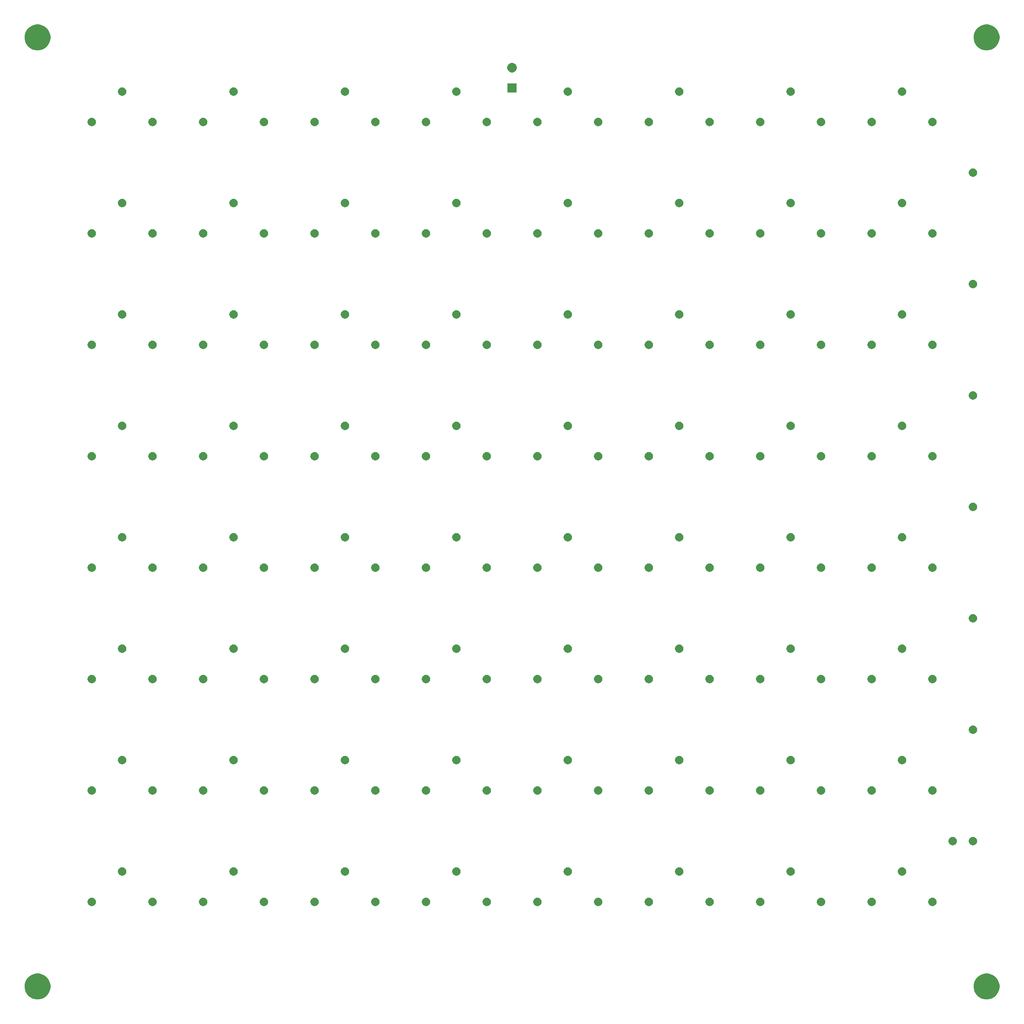
<source format=gbr>
G04 #@! TF.GenerationSoftware,KiCad,Pcbnew,(5.1.5-0-10_14)*
G04 #@! TF.CreationDate,2020-06-03T20:16:53+02:00*
G04 #@! TF.ProjectId,rgb_led_cube,7267625f-6c65-4645-9f63-7562652e6b69,rev?*
G04 #@! TF.SameCoordinates,Original*
G04 #@! TF.FileFunction,Soldermask,Bot*
G04 #@! TF.FilePolarity,Negative*
%FSLAX46Y46*%
G04 Gerber Fmt 4.6, Leading zero omitted, Abs format (unit mm)*
G04 Created by KiCad (PCBNEW (5.1.5-0-10_14)) date 2020-06-03 20:16:53*
%MOMM*%
%LPD*%
G04 APERTURE LIST*
%ADD10C,0.100000*%
G04 APERTURE END LIST*
D10*
G36*
X270044239Y-262211467D02*
G01*
X270358282Y-262273934D01*
X270949926Y-262519001D01*
X271482392Y-262874784D01*
X271935216Y-263327608D01*
X272290999Y-263860074D01*
X272536066Y-264451718D01*
X272536066Y-264451719D01*
X272661000Y-265079803D01*
X272661000Y-265720197D01*
X272598533Y-266034239D01*
X272536066Y-266348282D01*
X272290999Y-266939926D01*
X271935216Y-267472392D01*
X271482392Y-267925216D01*
X270949926Y-268280999D01*
X270358282Y-268526066D01*
X270044239Y-268588533D01*
X269730197Y-268651000D01*
X269089803Y-268651000D01*
X268775761Y-268588533D01*
X268461718Y-268526066D01*
X267870074Y-268280999D01*
X267337608Y-267925216D01*
X266884784Y-267472392D01*
X266529001Y-266939926D01*
X266283934Y-266348282D01*
X266221467Y-266034239D01*
X266159000Y-265720197D01*
X266159000Y-265079803D01*
X266283934Y-264451719D01*
X266283934Y-264451718D01*
X266529001Y-263860074D01*
X266884784Y-263327608D01*
X267337608Y-262874784D01*
X267870074Y-262519001D01*
X268461718Y-262273934D01*
X268775761Y-262211467D01*
X269089803Y-262149000D01*
X269730197Y-262149000D01*
X270044239Y-262211467D01*
G37*
G36*
X32044239Y-262211467D02*
G01*
X32358282Y-262273934D01*
X32949926Y-262519001D01*
X33482392Y-262874784D01*
X33935216Y-263327608D01*
X34290999Y-263860074D01*
X34536066Y-264451718D01*
X34536066Y-264451719D01*
X34661000Y-265079803D01*
X34661000Y-265720197D01*
X34598533Y-266034239D01*
X34536066Y-266348282D01*
X34290999Y-266939926D01*
X33935216Y-267472392D01*
X33482392Y-267925216D01*
X32949926Y-268280999D01*
X32358282Y-268526066D01*
X32044239Y-268588533D01*
X31730197Y-268651000D01*
X31089803Y-268651000D01*
X30775761Y-268588533D01*
X30461718Y-268526066D01*
X29870074Y-268280999D01*
X29337608Y-267925216D01*
X28884784Y-267472392D01*
X28529001Y-266939926D01*
X28283934Y-266348282D01*
X28221467Y-266034239D01*
X28159000Y-265720197D01*
X28159000Y-265079803D01*
X28283934Y-264451719D01*
X28283934Y-264451718D01*
X28529001Y-263860074D01*
X28884784Y-263327608D01*
X29337608Y-262874784D01*
X29870074Y-262519001D01*
X30461718Y-262273934D01*
X30775761Y-262211467D01*
X31089803Y-262149000D01*
X31730197Y-262149000D01*
X32044239Y-262211467D01*
G37*
G36*
X73255564Y-243185389D02*
G01*
X73446833Y-243264615D01*
X73446835Y-243264616D01*
X73618973Y-243379635D01*
X73765365Y-243526027D01*
X73880385Y-243698167D01*
X73959611Y-243889436D01*
X74000000Y-244092484D01*
X74000000Y-244299516D01*
X73959611Y-244502564D01*
X73880385Y-244693833D01*
X73880384Y-244693835D01*
X73765365Y-244865973D01*
X73618973Y-245012365D01*
X73446835Y-245127384D01*
X73446834Y-245127385D01*
X73446833Y-245127385D01*
X73255564Y-245206611D01*
X73052516Y-245247000D01*
X72845484Y-245247000D01*
X72642436Y-245206611D01*
X72451167Y-245127385D01*
X72451166Y-245127385D01*
X72451165Y-245127384D01*
X72279027Y-245012365D01*
X72132635Y-244865973D01*
X72017616Y-244693835D01*
X72017615Y-244693833D01*
X71938389Y-244502564D01*
X71898000Y-244299516D01*
X71898000Y-244092484D01*
X71938389Y-243889436D01*
X72017615Y-243698167D01*
X72132635Y-243526027D01*
X72279027Y-243379635D01*
X72451165Y-243264616D01*
X72451167Y-243264615D01*
X72642436Y-243185389D01*
X72845484Y-243145000D01*
X73052516Y-243145000D01*
X73255564Y-243185389D01*
G37*
G36*
X116435564Y-243185389D02*
G01*
X116626833Y-243264615D01*
X116626835Y-243264616D01*
X116798973Y-243379635D01*
X116945365Y-243526027D01*
X117060385Y-243698167D01*
X117139611Y-243889436D01*
X117180000Y-244092484D01*
X117180000Y-244299516D01*
X117139611Y-244502564D01*
X117060385Y-244693833D01*
X117060384Y-244693835D01*
X116945365Y-244865973D01*
X116798973Y-245012365D01*
X116626835Y-245127384D01*
X116626834Y-245127385D01*
X116626833Y-245127385D01*
X116435564Y-245206611D01*
X116232516Y-245247000D01*
X116025484Y-245247000D01*
X115822436Y-245206611D01*
X115631167Y-245127385D01*
X115631166Y-245127385D01*
X115631165Y-245127384D01*
X115459027Y-245012365D01*
X115312635Y-244865973D01*
X115197616Y-244693835D01*
X115197615Y-244693833D01*
X115118389Y-244502564D01*
X115078000Y-244299516D01*
X115078000Y-244092484D01*
X115118389Y-243889436D01*
X115197615Y-243698167D01*
X115312635Y-243526027D01*
X115459027Y-243379635D01*
X115631165Y-243264616D01*
X115631167Y-243264615D01*
X115822436Y-243185389D01*
X116025484Y-243145000D01*
X116232516Y-243145000D01*
X116435564Y-243185389D01*
G37*
G36*
X60555564Y-243185389D02*
G01*
X60746833Y-243264615D01*
X60746835Y-243264616D01*
X60918973Y-243379635D01*
X61065365Y-243526027D01*
X61180385Y-243698167D01*
X61259611Y-243889436D01*
X61300000Y-244092484D01*
X61300000Y-244299516D01*
X61259611Y-244502564D01*
X61180385Y-244693833D01*
X61180384Y-244693835D01*
X61065365Y-244865973D01*
X60918973Y-245012365D01*
X60746835Y-245127384D01*
X60746834Y-245127385D01*
X60746833Y-245127385D01*
X60555564Y-245206611D01*
X60352516Y-245247000D01*
X60145484Y-245247000D01*
X59942436Y-245206611D01*
X59751167Y-245127385D01*
X59751166Y-245127385D01*
X59751165Y-245127384D01*
X59579027Y-245012365D01*
X59432635Y-244865973D01*
X59317616Y-244693835D01*
X59317615Y-244693833D01*
X59238389Y-244502564D01*
X59198000Y-244299516D01*
X59198000Y-244092484D01*
X59238389Y-243889436D01*
X59317615Y-243698167D01*
X59432635Y-243526027D01*
X59579027Y-243379635D01*
X59751165Y-243264616D01*
X59751167Y-243264615D01*
X59942436Y-243185389D01*
X60145484Y-243145000D01*
X60352516Y-243145000D01*
X60555564Y-243185389D01*
G37*
G36*
X256135564Y-243185389D02*
G01*
X256326833Y-243264615D01*
X256326835Y-243264616D01*
X256498973Y-243379635D01*
X256645365Y-243526027D01*
X256760385Y-243698167D01*
X256839611Y-243889436D01*
X256880000Y-244092484D01*
X256880000Y-244299516D01*
X256839611Y-244502564D01*
X256760385Y-244693833D01*
X256760384Y-244693835D01*
X256645365Y-244865973D01*
X256498973Y-245012365D01*
X256326835Y-245127384D01*
X256326834Y-245127385D01*
X256326833Y-245127385D01*
X256135564Y-245206611D01*
X255932516Y-245247000D01*
X255725484Y-245247000D01*
X255522436Y-245206611D01*
X255331167Y-245127385D01*
X255331166Y-245127385D01*
X255331165Y-245127384D01*
X255159027Y-245012365D01*
X255012635Y-244865973D01*
X254897616Y-244693835D01*
X254897615Y-244693833D01*
X254818389Y-244502564D01*
X254778000Y-244299516D01*
X254778000Y-244092484D01*
X254818389Y-243889436D01*
X254897615Y-243698167D01*
X255012635Y-243526027D01*
X255159027Y-243379635D01*
X255331165Y-243264616D01*
X255331167Y-243264615D01*
X255522436Y-243185389D01*
X255725484Y-243145000D01*
X255932516Y-243145000D01*
X256135564Y-243185389D01*
G37*
G36*
X228195564Y-243185389D02*
G01*
X228386833Y-243264615D01*
X228386835Y-243264616D01*
X228558973Y-243379635D01*
X228705365Y-243526027D01*
X228820385Y-243698167D01*
X228899611Y-243889436D01*
X228940000Y-244092484D01*
X228940000Y-244299516D01*
X228899611Y-244502564D01*
X228820385Y-244693833D01*
X228820384Y-244693835D01*
X228705365Y-244865973D01*
X228558973Y-245012365D01*
X228386835Y-245127384D01*
X228386834Y-245127385D01*
X228386833Y-245127385D01*
X228195564Y-245206611D01*
X227992516Y-245247000D01*
X227785484Y-245247000D01*
X227582436Y-245206611D01*
X227391167Y-245127385D01*
X227391166Y-245127385D01*
X227391165Y-245127384D01*
X227219027Y-245012365D01*
X227072635Y-244865973D01*
X226957616Y-244693835D01*
X226957615Y-244693833D01*
X226878389Y-244502564D01*
X226838000Y-244299516D01*
X226838000Y-244092484D01*
X226878389Y-243889436D01*
X226957615Y-243698167D01*
X227072635Y-243526027D01*
X227219027Y-243379635D01*
X227391165Y-243264616D01*
X227391167Y-243264615D01*
X227582436Y-243185389D01*
X227785484Y-243145000D01*
X227992516Y-243145000D01*
X228195564Y-243185389D01*
G37*
G36*
X144375564Y-243185389D02*
G01*
X144566833Y-243264615D01*
X144566835Y-243264616D01*
X144738973Y-243379635D01*
X144885365Y-243526027D01*
X145000385Y-243698167D01*
X145079611Y-243889436D01*
X145120000Y-244092484D01*
X145120000Y-244299516D01*
X145079611Y-244502564D01*
X145000385Y-244693833D01*
X145000384Y-244693835D01*
X144885365Y-244865973D01*
X144738973Y-245012365D01*
X144566835Y-245127384D01*
X144566834Y-245127385D01*
X144566833Y-245127385D01*
X144375564Y-245206611D01*
X144172516Y-245247000D01*
X143965484Y-245247000D01*
X143762436Y-245206611D01*
X143571167Y-245127385D01*
X143571166Y-245127385D01*
X143571165Y-245127384D01*
X143399027Y-245012365D01*
X143252635Y-244865973D01*
X143137616Y-244693835D01*
X143137615Y-244693833D01*
X143058389Y-244502564D01*
X143018000Y-244299516D01*
X143018000Y-244092484D01*
X143058389Y-243889436D01*
X143137615Y-243698167D01*
X143252635Y-243526027D01*
X143399027Y-243379635D01*
X143571165Y-243264616D01*
X143571167Y-243264615D01*
X143762436Y-243185389D01*
X143965484Y-243145000D01*
X144172516Y-243145000D01*
X144375564Y-243185389D01*
G37*
G36*
X88495564Y-243185389D02*
G01*
X88686833Y-243264615D01*
X88686835Y-243264616D01*
X88858973Y-243379635D01*
X89005365Y-243526027D01*
X89120385Y-243698167D01*
X89199611Y-243889436D01*
X89240000Y-244092484D01*
X89240000Y-244299516D01*
X89199611Y-244502564D01*
X89120385Y-244693833D01*
X89120384Y-244693835D01*
X89005365Y-244865973D01*
X88858973Y-245012365D01*
X88686835Y-245127384D01*
X88686834Y-245127385D01*
X88686833Y-245127385D01*
X88495564Y-245206611D01*
X88292516Y-245247000D01*
X88085484Y-245247000D01*
X87882436Y-245206611D01*
X87691167Y-245127385D01*
X87691166Y-245127385D01*
X87691165Y-245127384D01*
X87519027Y-245012365D01*
X87372635Y-244865973D01*
X87257616Y-244693835D01*
X87257615Y-244693833D01*
X87178389Y-244502564D01*
X87138000Y-244299516D01*
X87138000Y-244092484D01*
X87178389Y-243889436D01*
X87257615Y-243698167D01*
X87372635Y-243526027D01*
X87519027Y-243379635D01*
X87691165Y-243264616D01*
X87691167Y-243264615D01*
X87882436Y-243185389D01*
X88085484Y-243145000D01*
X88292516Y-243145000D01*
X88495564Y-243185389D01*
G37*
G36*
X212955564Y-243185389D02*
G01*
X213146833Y-243264615D01*
X213146835Y-243264616D01*
X213318973Y-243379635D01*
X213465365Y-243526027D01*
X213580385Y-243698167D01*
X213659611Y-243889436D01*
X213700000Y-244092484D01*
X213700000Y-244299516D01*
X213659611Y-244502564D01*
X213580385Y-244693833D01*
X213580384Y-244693835D01*
X213465365Y-244865973D01*
X213318973Y-245012365D01*
X213146835Y-245127384D01*
X213146834Y-245127385D01*
X213146833Y-245127385D01*
X212955564Y-245206611D01*
X212752516Y-245247000D01*
X212545484Y-245247000D01*
X212342436Y-245206611D01*
X212151167Y-245127385D01*
X212151166Y-245127385D01*
X212151165Y-245127384D01*
X211979027Y-245012365D01*
X211832635Y-244865973D01*
X211717616Y-244693835D01*
X211717615Y-244693833D01*
X211638389Y-244502564D01*
X211598000Y-244299516D01*
X211598000Y-244092484D01*
X211638389Y-243889436D01*
X211717615Y-243698167D01*
X211832635Y-243526027D01*
X211979027Y-243379635D01*
X212151165Y-243264616D01*
X212151167Y-243264615D01*
X212342436Y-243185389D01*
X212545484Y-243145000D01*
X212752516Y-243145000D01*
X212955564Y-243185389D01*
G37*
G36*
X129135564Y-243185389D02*
G01*
X129326833Y-243264615D01*
X129326835Y-243264616D01*
X129498973Y-243379635D01*
X129645365Y-243526027D01*
X129760385Y-243698167D01*
X129839611Y-243889436D01*
X129880000Y-244092484D01*
X129880000Y-244299516D01*
X129839611Y-244502564D01*
X129760385Y-244693833D01*
X129760384Y-244693835D01*
X129645365Y-244865973D01*
X129498973Y-245012365D01*
X129326835Y-245127384D01*
X129326834Y-245127385D01*
X129326833Y-245127385D01*
X129135564Y-245206611D01*
X128932516Y-245247000D01*
X128725484Y-245247000D01*
X128522436Y-245206611D01*
X128331167Y-245127385D01*
X128331166Y-245127385D01*
X128331165Y-245127384D01*
X128159027Y-245012365D01*
X128012635Y-244865973D01*
X127897616Y-244693835D01*
X127897615Y-244693833D01*
X127818389Y-244502564D01*
X127778000Y-244299516D01*
X127778000Y-244092484D01*
X127818389Y-243889436D01*
X127897615Y-243698167D01*
X128012635Y-243526027D01*
X128159027Y-243379635D01*
X128331165Y-243264616D01*
X128331167Y-243264615D01*
X128522436Y-243185389D01*
X128725484Y-243145000D01*
X128932516Y-243145000D01*
X129135564Y-243185389D01*
G37*
G36*
X172315564Y-243185389D02*
G01*
X172506833Y-243264615D01*
X172506835Y-243264616D01*
X172678973Y-243379635D01*
X172825365Y-243526027D01*
X172940385Y-243698167D01*
X173019611Y-243889436D01*
X173060000Y-244092484D01*
X173060000Y-244299516D01*
X173019611Y-244502564D01*
X172940385Y-244693833D01*
X172940384Y-244693835D01*
X172825365Y-244865973D01*
X172678973Y-245012365D01*
X172506835Y-245127384D01*
X172506834Y-245127385D01*
X172506833Y-245127385D01*
X172315564Y-245206611D01*
X172112516Y-245247000D01*
X171905484Y-245247000D01*
X171702436Y-245206611D01*
X171511167Y-245127385D01*
X171511166Y-245127385D01*
X171511165Y-245127384D01*
X171339027Y-245012365D01*
X171192635Y-244865973D01*
X171077616Y-244693835D01*
X171077615Y-244693833D01*
X170998389Y-244502564D01*
X170958000Y-244299516D01*
X170958000Y-244092484D01*
X170998389Y-243889436D01*
X171077615Y-243698167D01*
X171192635Y-243526027D01*
X171339027Y-243379635D01*
X171511165Y-243264616D01*
X171511167Y-243264615D01*
X171702436Y-243185389D01*
X171905484Y-243145000D01*
X172112516Y-243145000D01*
X172315564Y-243185389D01*
G37*
G36*
X45315564Y-243185389D02*
G01*
X45506833Y-243264615D01*
X45506835Y-243264616D01*
X45678973Y-243379635D01*
X45825365Y-243526027D01*
X45940385Y-243698167D01*
X46019611Y-243889436D01*
X46060000Y-244092484D01*
X46060000Y-244299516D01*
X46019611Y-244502564D01*
X45940385Y-244693833D01*
X45940384Y-244693835D01*
X45825365Y-244865973D01*
X45678973Y-245012365D01*
X45506835Y-245127384D01*
X45506834Y-245127385D01*
X45506833Y-245127385D01*
X45315564Y-245206611D01*
X45112516Y-245247000D01*
X44905484Y-245247000D01*
X44702436Y-245206611D01*
X44511167Y-245127385D01*
X44511166Y-245127385D01*
X44511165Y-245127384D01*
X44339027Y-245012365D01*
X44192635Y-244865973D01*
X44077616Y-244693835D01*
X44077615Y-244693833D01*
X43998389Y-244502564D01*
X43958000Y-244299516D01*
X43958000Y-244092484D01*
X43998389Y-243889436D01*
X44077615Y-243698167D01*
X44192635Y-243526027D01*
X44339027Y-243379635D01*
X44511165Y-243264616D01*
X44511167Y-243264615D01*
X44702436Y-243185389D01*
X44905484Y-243145000D01*
X45112516Y-243145000D01*
X45315564Y-243185389D01*
G37*
G36*
X101195564Y-243185389D02*
G01*
X101386833Y-243264615D01*
X101386835Y-243264616D01*
X101558973Y-243379635D01*
X101705365Y-243526027D01*
X101820385Y-243698167D01*
X101899611Y-243889436D01*
X101940000Y-244092484D01*
X101940000Y-244299516D01*
X101899611Y-244502564D01*
X101820385Y-244693833D01*
X101820384Y-244693835D01*
X101705365Y-244865973D01*
X101558973Y-245012365D01*
X101386835Y-245127384D01*
X101386834Y-245127385D01*
X101386833Y-245127385D01*
X101195564Y-245206611D01*
X100992516Y-245247000D01*
X100785484Y-245247000D01*
X100582436Y-245206611D01*
X100391167Y-245127385D01*
X100391166Y-245127385D01*
X100391165Y-245127384D01*
X100219027Y-245012365D01*
X100072635Y-244865973D01*
X99957616Y-244693835D01*
X99957615Y-244693833D01*
X99878389Y-244502564D01*
X99838000Y-244299516D01*
X99838000Y-244092484D01*
X99878389Y-243889436D01*
X99957615Y-243698167D01*
X100072635Y-243526027D01*
X100219027Y-243379635D01*
X100391165Y-243264616D01*
X100391167Y-243264615D01*
X100582436Y-243185389D01*
X100785484Y-243145000D01*
X100992516Y-243145000D01*
X101195564Y-243185389D01*
G37*
G36*
X157075564Y-243185389D02*
G01*
X157266833Y-243264615D01*
X157266835Y-243264616D01*
X157438973Y-243379635D01*
X157585365Y-243526027D01*
X157700385Y-243698167D01*
X157779611Y-243889436D01*
X157820000Y-244092484D01*
X157820000Y-244299516D01*
X157779611Y-244502564D01*
X157700385Y-244693833D01*
X157700384Y-244693835D01*
X157585365Y-244865973D01*
X157438973Y-245012365D01*
X157266835Y-245127384D01*
X157266834Y-245127385D01*
X157266833Y-245127385D01*
X157075564Y-245206611D01*
X156872516Y-245247000D01*
X156665484Y-245247000D01*
X156462436Y-245206611D01*
X156271167Y-245127385D01*
X156271166Y-245127385D01*
X156271165Y-245127384D01*
X156099027Y-245012365D01*
X155952635Y-244865973D01*
X155837616Y-244693835D01*
X155837615Y-244693833D01*
X155758389Y-244502564D01*
X155718000Y-244299516D01*
X155718000Y-244092484D01*
X155758389Y-243889436D01*
X155837615Y-243698167D01*
X155952635Y-243526027D01*
X156099027Y-243379635D01*
X156271165Y-243264616D01*
X156271167Y-243264615D01*
X156462436Y-243185389D01*
X156665484Y-243145000D01*
X156872516Y-243145000D01*
X157075564Y-243185389D01*
G37*
G36*
X185015564Y-243185389D02*
G01*
X185206833Y-243264615D01*
X185206835Y-243264616D01*
X185378973Y-243379635D01*
X185525365Y-243526027D01*
X185640385Y-243698167D01*
X185719611Y-243889436D01*
X185760000Y-244092484D01*
X185760000Y-244299516D01*
X185719611Y-244502564D01*
X185640385Y-244693833D01*
X185640384Y-244693835D01*
X185525365Y-244865973D01*
X185378973Y-245012365D01*
X185206835Y-245127384D01*
X185206834Y-245127385D01*
X185206833Y-245127385D01*
X185015564Y-245206611D01*
X184812516Y-245247000D01*
X184605484Y-245247000D01*
X184402436Y-245206611D01*
X184211167Y-245127385D01*
X184211166Y-245127385D01*
X184211165Y-245127384D01*
X184039027Y-245012365D01*
X183892635Y-244865973D01*
X183777616Y-244693835D01*
X183777615Y-244693833D01*
X183698389Y-244502564D01*
X183658000Y-244299516D01*
X183658000Y-244092484D01*
X183698389Y-243889436D01*
X183777615Y-243698167D01*
X183892635Y-243526027D01*
X184039027Y-243379635D01*
X184211165Y-243264616D01*
X184211167Y-243264615D01*
X184402436Y-243185389D01*
X184605484Y-243145000D01*
X184812516Y-243145000D01*
X185015564Y-243185389D01*
G37*
G36*
X200255564Y-243185389D02*
G01*
X200446833Y-243264615D01*
X200446835Y-243264616D01*
X200618973Y-243379635D01*
X200765365Y-243526027D01*
X200880385Y-243698167D01*
X200959611Y-243889436D01*
X201000000Y-244092484D01*
X201000000Y-244299516D01*
X200959611Y-244502564D01*
X200880385Y-244693833D01*
X200880384Y-244693835D01*
X200765365Y-244865973D01*
X200618973Y-245012365D01*
X200446835Y-245127384D01*
X200446834Y-245127385D01*
X200446833Y-245127385D01*
X200255564Y-245206611D01*
X200052516Y-245247000D01*
X199845484Y-245247000D01*
X199642436Y-245206611D01*
X199451167Y-245127385D01*
X199451166Y-245127385D01*
X199451165Y-245127384D01*
X199279027Y-245012365D01*
X199132635Y-244865973D01*
X199017616Y-244693835D01*
X199017615Y-244693833D01*
X198938389Y-244502564D01*
X198898000Y-244299516D01*
X198898000Y-244092484D01*
X198938389Y-243889436D01*
X199017615Y-243698167D01*
X199132635Y-243526027D01*
X199279027Y-243379635D01*
X199451165Y-243264616D01*
X199451167Y-243264615D01*
X199642436Y-243185389D01*
X199845484Y-243145000D01*
X200052516Y-243145000D01*
X200255564Y-243185389D01*
G37*
G36*
X240895564Y-243185389D02*
G01*
X241086833Y-243264615D01*
X241086835Y-243264616D01*
X241258973Y-243379635D01*
X241405365Y-243526027D01*
X241520385Y-243698167D01*
X241599611Y-243889436D01*
X241640000Y-244092484D01*
X241640000Y-244299516D01*
X241599611Y-244502564D01*
X241520385Y-244693833D01*
X241520384Y-244693835D01*
X241405365Y-244865973D01*
X241258973Y-245012365D01*
X241086835Y-245127384D01*
X241086834Y-245127385D01*
X241086833Y-245127385D01*
X240895564Y-245206611D01*
X240692516Y-245247000D01*
X240485484Y-245247000D01*
X240282436Y-245206611D01*
X240091167Y-245127385D01*
X240091166Y-245127385D01*
X240091165Y-245127384D01*
X239919027Y-245012365D01*
X239772635Y-244865973D01*
X239657616Y-244693835D01*
X239657615Y-244693833D01*
X239578389Y-244502564D01*
X239538000Y-244299516D01*
X239538000Y-244092484D01*
X239578389Y-243889436D01*
X239657615Y-243698167D01*
X239772635Y-243526027D01*
X239919027Y-243379635D01*
X240091165Y-243264616D01*
X240091167Y-243264615D01*
X240282436Y-243185389D01*
X240485484Y-243145000D01*
X240692516Y-243145000D01*
X240895564Y-243185389D01*
G37*
G36*
X164695564Y-235565389D02*
G01*
X164886833Y-235644615D01*
X164886835Y-235644616D01*
X165058973Y-235759635D01*
X165205365Y-235906027D01*
X165320385Y-236078167D01*
X165399611Y-236269436D01*
X165440000Y-236472484D01*
X165440000Y-236679516D01*
X165399611Y-236882564D01*
X165320385Y-237073833D01*
X165320384Y-237073835D01*
X165205365Y-237245973D01*
X165058973Y-237392365D01*
X164886835Y-237507384D01*
X164886834Y-237507385D01*
X164886833Y-237507385D01*
X164695564Y-237586611D01*
X164492516Y-237627000D01*
X164285484Y-237627000D01*
X164082436Y-237586611D01*
X163891167Y-237507385D01*
X163891166Y-237507385D01*
X163891165Y-237507384D01*
X163719027Y-237392365D01*
X163572635Y-237245973D01*
X163457616Y-237073835D01*
X163457615Y-237073833D01*
X163378389Y-236882564D01*
X163338000Y-236679516D01*
X163338000Y-236472484D01*
X163378389Y-236269436D01*
X163457615Y-236078167D01*
X163572635Y-235906027D01*
X163719027Y-235759635D01*
X163891165Y-235644616D01*
X163891167Y-235644615D01*
X164082436Y-235565389D01*
X164285484Y-235525000D01*
X164492516Y-235525000D01*
X164695564Y-235565389D01*
G37*
G36*
X192635564Y-235565389D02*
G01*
X192826833Y-235644615D01*
X192826835Y-235644616D01*
X192998973Y-235759635D01*
X193145365Y-235906027D01*
X193260385Y-236078167D01*
X193339611Y-236269436D01*
X193380000Y-236472484D01*
X193380000Y-236679516D01*
X193339611Y-236882564D01*
X193260385Y-237073833D01*
X193260384Y-237073835D01*
X193145365Y-237245973D01*
X192998973Y-237392365D01*
X192826835Y-237507384D01*
X192826834Y-237507385D01*
X192826833Y-237507385D01*
X192635564Y-237586611D01*
X192432516Y-237627000D01*
X192225484Y-237627000D01*
X192022436Y-237586611D01*
X191831167Y-237507385D01*
X191831166Y-237507385D01*
X191831165Y-237507384D01*
X191659027Y-237392365D01*
X191512635Y-237245973D01*
X191397616Y-237073835D01*
X191397615Y-237073833D01*
X191318389Y-236882564D01*
X191278000Y-236679516D01*
X191278000Y-236472484D01*
X191318389Y-236269436D01*
X191397615Y-236078167D01*
X191512635Y-235906027D01*
X191659027Y-235759635D01*
X191831165Y-235644616D01*
X191831167Y-235644615D01*
X192022436Y-235565389D01*
X192225484Y-235525000D01*
X192432516Y-235525000D01*
X192635564Y-235565389D01*
G37*
G36*
X52935564Y-235565389D02*
G01*
X53126833Y-235644615D01*
X53126835Y-235644616D01*
X53298973Y-235759635D01*
X53445365Y-235906027D01*
X53560385Y-236078167D01*
X53639611Y-236269436D01*
X53680000Y-236472484D01*
X53680000Y-236679516D01*
X53639611Y-236882564D01*
X53560385Y-237073833D01*
X53560384Y-237073835D01*
X53445365Y-237245973D01*
X53298973Y-237392365D01*
X53126835Y-237507384D01*
X53126834Y-237507385D01*
X53126833Y-237507385D01*
X52935564Y-237586611D01*
X52732516Y-237627000D01*
X52525484Y-237627000D01*
X52322436Y-237586611D01*
X52131167Y-237507385D01*
X52131166Y-237507385D01*
X52131165Y-237507384D01*
X51959027Y-237392365D01*
X51812635Y-237245973D01*
X51697616Y-237073835D01*
X51697615Y-237073833D01*
X51618389Y-236882564D01*
X51578000Y-236679516D01*
X51578000Y-236472484D01*
X51618389Y-236269436D01*
X51697615Y-236078167D01*
X51812635Y-235906027D01*
X51959027Y-235759635D01*
X52131165Y-235644616D01*
X52131167Y-235644615D01*
X52322436Y-235565389D01*
X52525484Y-235525000D01*
X52732516Y-235525000D01*
X52935564Y-235565389D01*
G37*
G36*
X136755564Y-235565389D02*
G01*
X136946833Y-235644615D01*
X136946835Y-235644616D01*
X137118973Y-235759635D01*
X137265365Y-235906027D01*
X137380385Y-236078167D01*
X137459611Y-236269436D01*
X137500000Y-236472484D01*
X137500000Y-236679516D01*
X137459611Y-236882564D01*
X137380385Y-237073833D01*
X137380384Y-237073835D01*
X137265365Y-237245973D01*
X137118973Y-237392365D01*
X136946835Y-237507384D01*
X136946834Y-237507385D01*
X136946833Y-237507385D01*
X136755564Y-237586611D01*
X136552516Y-237627000D01*
X136345484Y-237627000D01*
X136142436Y-237586611D01*
X135951167Y-237507385D01*
X135951166Y-237507385D01*
X135951165Y-237507384D01*
X135779027Y-237392365D01*
X135632635Y-237245973D01*
X135517616Y-237073835D01*
X135517615Y-237073833D01*
X135438389Y-236882564D01*
X135398000Y-236679516D01*
X135398000Y-236472484D01*
X135438389Y-236269436D01*
X135517615Y-236078167D01*
X135632635Y-235906027D01*
X135779027Y-235759635D01*
X135951165Y-235644616D01*
X135951167Y-235644615D01*
X136142436Y-235565389D01*
X136345484Y-235525000D01*
X136552516Y-235525000D01*
X136755564Y-235565389D01*
G37*
G36*
X80875564Y-235565389D02*
G01*
X81066833Y-235644615D01*
X81066835Y-235644616D01*
X81238973Y-235759635D01*
X81385365Y-235906027D01*
X81500385Y-236078167D01*
X81579611Y-236269436D01*
X81620000Y-236472484D01*
X81620000Y-236679516D01*
X81579611Y-236882564D01*
X81500385Y-237073833D01*
X81500384Y-237073835D01*
X81385365Y-237245973D01*
X81238973Y-237392365D01*
X81066835Y-237507384D01*
X81066834Y-237507385D01*
X81066833Y-237507385D01*
X80875564Y-237586611D01*
X80672516Y-237627000D01*
X80465484Y-237627000D01*
X80262436Y-237586611D01*
X80071167Y-237507385D01*
X80071166Y-237507385D01*
X80071165Y-237507384D01*
X79899027Y-237392365D01*
X79752635Y-237245973D01*
X79637616Y-237073835D01*
X79637615Y-237073833D01*
X79558389Y-236882564D01*
X79518000Y-236679516D01*
X79518000Y-236472484D01*
X79558389Y-236269436D01*
X79637615Y-236078167D01*
X79752635Y-235906027D01*
X79899027Y-235759635D01*
X80071165Y-235644616D01*
X80071167Y-235644615D01*
X80262436Y-235565389D01*
X80465484Y-235525000D01*
X80672516Y-235525000D01*
X80875564Y-235565389D01*
G37*
G36*
X220575564Y-235565389D02*
G01*
X220766833Y-235644615D01*
X220766835Y-235644616D01*
X220938973Y-235759635D01*
X221085365Y-235906027D01*
X221200385Y-236078167D01*
X221279611Y-236269436D01*
X221320000Y-236472484D01*
X221320000Y-236679516D01*
X221279611Y-236882564D01*
X221200385Y-237073833D01*
X221200384Y-237073835D01*
X221085365Y-237245973D01*
X220938973Y-237392365D01*
X220766835Y-237507384D01*
X220766834Y-237507385D01*
X220766833Y-237507385D01*
X220575564Y-237586611D01*
X220372516Y-237627000D01*
X220165484Y-237627000D01*
X219962436Y-237586611D01*
X219771167Y-237507385D01*
X219771166Y-237507385D01*
X219771165Y-237507384D01*
X219599027Y-237392365D01*
X219452635Y-237245973D01*
X219337616Y-237073835D01*
X219337615Y-237073833D01*
X219258389Y-236882564D01*
X219218000Y-236679516D01*
X219218000Y-236472484D01*
X219258389Y-236269436D01*
X219337615Y-236078167D01*
X219452635Y-235906027D01*
X219599027Y-235759635D01*
X219771165Y-235644616D01*
X219771167Y-235644615D01*
X219962436Y-235565389D01*
X220165484Y-235525000D01*
X220372516Y-235525000D01*
X220575564Y-235565389D01*
G37*
G36*
X248515564Y-235565389D02*
G01*
X248706833Y-235644615D01*
X248706835Y-235644616D01*
X248878973Y-235759635D01*
X249025365Y-235906027D01*
X249140385Y-236078167D01*
X249219611Y-236269436D01*
X249260000Y-236472484D01*
X249260000Y-236679516D01*
X249219611Y-236882564D01*
X249140385Y-237073833D01*
X249140384Y-237073835D01*
X249025365Y-237245973D01*
X248878973Y-237392365D01*
X248706835Y-237507384D01*
X248706834Y-237507385D01*
X248706833Y-237507385D01*
X248515564Y-237586611D01*
X248312516Y-237627000D01*
X248105484Y-237627000D01*
X247902436Y-237586611D01*
X247711167Y-237507385D01*
X247711166Y-237507385D01*
X247711165Y-237507384D01*
X247539027Y-237392365D01*
X247392635Y-237245973D01*
X247277616Y-237073835D01*
X247277615Y-237073833D01*
X247198389Y-236882564D01*
X247158000Y-236679516D01*
X247158000Y-236472484D01*
X247198389Y-236269436D01*
X247277615Y-236078167D01*
X247392635Y-235906027D01*
X247539027Y-235759635D01*
X247711165Y-235644616D01*
X247711167Y-235644615D01*
X247902436Y-235565389D01*
X248105484Y-235525000D01*
X248312516Y-235525000D01*
X248515564Y-235565389D01*
G37*
G36*
X108815564Y-235565389D02*
G01*
X109006833Y-235644615D01*
X109006835Y-235644616D01*
X109178973Y-235759635D01*
X109325365Y-235906027D01*
X109440385Y-236078167D01*
X109519611Y-236269436D01*
X109560000Y-236472484D01*
X109560000Y-236679516D01*
X109519611Y-236882564D01*
X109440385Y-237073833D01*
X109440384Y-237073835D01*
X109325365Y-237245973D01*
X109178973Y-237392365D01*
X109006835Y-237507384D01*
X109006834Y-237507385D01*
X109006833Y-237507385D01*
X108815564Y-237586611D01*
X108612516Y-237627000D01*
X108405484Y-237627000D01*
X108202436Y-237586611D01*
X108011167Y-237507385D01*
X108011166Y-237507385D01*
X108011165Y-237507384D01*
X107839027Y-237392365D01*
X107692635Y-237245973D01*
X107577616Y-237073835D01*
X107577615Y-237073833D01*
X107498389Y-236882564D01*
X107458000Y-236679516D01*
X107458000Y-236472484D01*
X107498389Y-236269436D01*
X107577615Y-236078167D01*
X107692635Y-235906027D01*
X107839027Y-235759635D01*
X108011165Y-235644616D01*
X108011167Y-235644615D01*
X108202436Y-235565389D01*
X108405484Y-235525000D01*
X108612516Y-235525000D01*
X108815564Y-235565389D01*
G37*
G36*
X266295564Y-227945389D02*
G01*
X266486833Y-228024615D01*
X266486835Y-228024616D01*
X266658973Y-228139635D01*
X266805365Y-228286027D01*
X266920385Y-228458167D01*
X266999611Y-228649436D01*
X267040000Y-228852484D01*
X267040000Y-229059516D01*
X266999611Y-229262564D01*
X266920385Y-229453833D01*
X266920384Y-229453835D01*
X266805365Y-229625973D01*
X266658973Y-229772365D01*
X266486835Y-229887384D01*
X266486834Y-229887385D01*
X266486833Y-229887385D01*
X266295564Y-229966611D01*
X266092516Y-230007000D01*
X265885484Y-230007000D01*
X265682436Y-229966611D01*
X265491167Y-229887385D01*
X265491166Y-229887385D01*
X265491165Y-229887384D01*
X265319027Y-229772365D01*
X265172635Y-229625973D01*
X265057616Y-229453835D01*
X265057615Y-229453833D01*
X264978389Y-229262564D01*
X264938000Y-229059516D01*
X264938000Y-228852484D01*
X264978389Y-228649436D01*
X265057615Y-228458167D01*
X265172635Y-228286027D01*
X265319027Y-228139635D01*
X265491165Y-228024616D01*
X265491167Y-228024615D01*
X265682436Y-227945389D01*
X265885484Y-227905000D01*
X266092516Y-227905000D01*
X266295564Y-227945389D01*
G37*
G36*
X261215564Y-227945389D02*
G01*
X261406833Y-228024615D01*
X261406835Y-228024616D01*
X261578973Y-228139635D01*
X261725365Y-228286027D01*
X261840385Y-228458167D01*
X261919611Y-228649436D01*
X261960000Y-228852484D01*
X261960000Y-229059516D01*
X261919611Y-229262564D01*
X261840385Y-229453833D01*
X261840384Y-229453835D01*
X261725365Y-229625973D01*
X261578973Y-229772365D01*
X261406835Y-229887384D01*
X261406834Y-229887385D01*
X261406833Y-229887385D01*
X261215564Y-229966611D01*
X261012516Y-230007000D01*
X260805484Y-230007000D01*
X260602436Y-229966611D01*
X260411167Y-229887385D01*
X260411166Y-229887385D01*
X260411165Y-229887384D01*
X260239027Y-229772365D01*
X260092635Y-229625973D01*
X259977616Y-229453835D01*
X259977615Y-229453833D01*
X259898389Y-229262564D01*
X259858000Y-229059516D01*
X259858000Y-228852484D01*
X259898389Y-228649436D01*
X259977615Y-228458167D01*
X260092635Y-228286027D01*
X260239027Y-228139635D01*
X260411165Y-228024616D01*
X260411167Y-228024615D01*
X260602436Y-227945389D01*
X260805484Y-227905000D01*
X261012516Y-227905000D01*
X261215564Y-227945389D01*
G37*
G36*
X144375564Y-215245389D02*
G01*
X144566833Y-215324615D01*
X144566835Y-215324616D01*
X144738973Y-215439635D01*
X144885365Y-215586027D01*
X145000385Y-215758167D01*
X145079611Y-215949436D01*
X145120000Y-216152484D01*
X145120000Y-216359516D01*
X145079611Y-216562564D01*
X145000385Y-216753833D01*
X145000384Y-216753835D01*
X144885365Y-216925973D01*
X144738973Y-217072365D01*
X144566835Y-217187384D01*
X144566834Y-217187385D01*
X144566833Y-217187385D01*
X144375564Y-217266611D01*
X144172516Y-217307000D01*
X143965484Y-217307000D01*
X143762436Y-217266611D01*
X143571167Y-217187385D01*
X143571166Y-217187385D01*
X143571165Y-217187384D01*
X143399027Y-217072365D01*
X143252635Y-216925973D01*
X143137616Y-216753835D01*
X143137615Y-216753833D01*
X143058389Y-216562564D01*
X143018000Y-216359516D01*
X143018000Y-216152484D01*
X143058389Y-215949436D01*
X143137615Y-215758167D01*
X143252635Y-215586027D01*
X143399027Y-215439635D01*
X143571165Y-215324616D01*
X143571167Y-215324615D01*
X143762436Y-215245389D01*
X143965484Y-215205000D01*
X144172516Y-215205000D01*
X144375564Y-215245389D01*
G37*
G36*
X88495564Y-215245389D02*
G01*
X88686833Y-215324615D01*
X88686835Y-215324616D01*
X88858973Y-215439635D01*
X89005365Y-215586027D01*
X89120385Y-215758167D01*
X89199611Y-215949436D01*
X89240000Y-216152484D01*
X89240000Y-216359516D01*
X89199611Y-216562564D01*
X89120385Y-216753833D01*
X89120384Y-216753835D01*
X89005365Y-216925973D01*
X88858973Y-217072365D01*
X88686835Y-217187384D01*
X88686834Y-217187385D01*
X88686833Y-217187385D01*
X88495564Y-217266611D01*
X88292516Y-217307000D01*
X88085484Y-217307000D01*
X87882436Y-217266611D01*
X87691167Y-217187385D01*
X87691166Y-217187385D01*
X87691165Y-217187384D01*
X87519027Y-217072365D01*
X87372635Y-216925973D01*
X87257616Y-216753835D01*
X87257615Y-216753833D01*
X87178389Y-216562564D01*
X87138000Y-216359516D01*
X87138000Y-216152484D01*
X87178389Y-215949436D01*
X87257615Y-215758167D01*
X87372635Y-215586027D01*
X87519027Y-215439635D01*
X87691165Y-215324616D01*
X87691167Y-215324615D01*
X87882436Y-215245389D01*
X88085484Y-215205000D01*
X88292516Y-215205000D01*
X88495564Y-215245389D01*
G37*
G36*
X157075564Y-215245389D02*
G01*
X157266833Y-215324615D01*
X157266835Y-215324616D01*
X157438973Y-215439635D01*
X157585365Y-215586027D01*
X157700385Y-215758167D01*
X157779611Y-215949436D01*
X157820000Y-216152484D01*
X157820000Y-216359516D01*
X157779611Y-216562564D01*
X157700385Y-216753833D01*
X157700384Y-216753835D01*
X157585365Y-216925973D01*
X157438973Y-217072365D01*
X157266835Y-217187384D01*
X157266834Y-217187385D01*
X157266833Y-217187385D01*
X157075564Y-217266611D01*
X156872516Y-217307000D01*
X156665484Y-217307000D01*
X156462436Y-217266611D01*
X156271167Y-217187385D01*
X156271166Y-217187385D01*
X156271165Y-217187384D01*
X156099027Y-217072365D01*
X155952635Y-216925973D01*
X155837616Y-216753835D01*
X155837615Y-216753833D01*
X155758389Y-216562564D01*
X155718000Y-216359516D01*
X155718000Y-216152484D01*
X155758389Y-215949436D01*
X155837615Y-215758167D01*
X155952635Y-215586027D01*
X156099027Y-215439635D01*
X156271165Y-215324616D01*
X156271167Y-215324615D01*
X156462436Y-215245389D01*
X156665484Y-215205000D01*
X156872516Y-215205000D01*
X157075564Y-215245389D01*
G37*
G36*
X172315564Y-215245389D02*
G01*
X172506833Y-215324615D01*
X172506835Y-215324616D01*
X172678973Y-215439635D01*
X172825365Y-215586027D01*
X172940385Y-215758167D01*
X173019611Y-215949436D01*
X173060000Y-216152484D01*
X173060000Y-216359516D01*
X173019611Y-216562564D01*
X172940385Y-216753833D01*
X172940384Y-216753835D01*
X172825365Y-216925973D01*
X172678973Y-217072365D01*
X172506835Y-217187384D01*
X172506834Y-217187385D01*
X172506833Y-217187385D01*
X172315564Y-217266611D01*
X172112516Y-217307000D01*
X171905484Y-217307000D01*
X171702436Y-217266611D01*
X171511167Y-217187385D01*
X171511166Y-217187385D01*
X171511165Y-217187384D01*
X171339027Y-217072365D01*
X171192635Y-216925973D01*
X171077616Y-216753835D01*
X171077615Y-216753833D01*
X170998389Y-216562564D01*
X170958000Y-216359516D01*
X170958000Y-216152484D01*
X170998389Y-215949436D01*
X171077615Y-215758167D01*
X171192635Y-215586027D01*
X171339027Y-215439635D01*
X171511165Y-215324616D01*
X171511167Y-215324615D01*
X171702436Y-215245389D01*
X171905484Y-215205000D01*
X172112516Y-215205000D01*
X172315564Y-215245389D01*
G37*
G36*
X185015564Y-215245389D02*
G01*
X185206833Y-215324615D01*
X185206835Y-215324616D01*
X185378973Y-215439635D01*
X185525365Y-215586027D01*
X185640385Y-215758167D01*
X185719611Y-215949436D01*
X185760000Y-216152484D01*
X185760000Y-216359516D01*
X185719611Y-216562564D01*
X185640385Y-216753833D01*
X185640384Y-216753835D01*
X185525365Y-216925973D01*
X185378973Y-217072365D01*
X185206835Y-217187384D01*
X185206834Y-217187385D01*
X185206833Y-217187385D01*
X185015564Y-217266611D01*
X184812516Y-217307000D01*
X184605484Y-217307000D01*
X184402436Y-217266611D01*
X184211167Y-217187385D01*
X184211166Y-217187385D01*
X184211165Y-217187384D01*
X184039027Y-217072365D01*
X183892635Y-216925973D01*
X183777616Y-216753835D01*
X183777615Y-216753833D01*
X183698389Y-216562564D01*
X183658000Y-216359516D01*
X183658000Y-216152484D01*
X183698389Y-215949436D01*
X183777615Y-215758167D01*
X183892635Y-215586027D01*
X184039027Y-215439635D01*
X184211165Y-215324616D01*
X184211167Y-215324615D01*
X184402436Y-215245389D01*
X184605484Y-215205000D01*
X184812516Y-215205000D01*
X185015564Y-215245389D01*
G37*
G36*
X73255564Y-215245389D02*
G01*
X73446833Y-215324615D01*
X73446835Y-215324616D01*
X73618973Y-215439635D01*
X73765365Y-215586027D01*
X73880385Y-215758167D01*
X73959611Y-215949436D01*
X74000000Y-216152484D01*
X74000000Y-216359516D01*
X73959611Y-216562564D01*
X73880385Y-216753833D01*
X73880384Y-216753835D01*
X73765365Y-216925973D01*
X73618973Y-217072365D01*
X73446835Y-217187384D01*
X73446834Y-217187385D01*
X73446833Y-217187385D01*
X73255564Y-217266611D01*
X73052516Y-217307000D01*
X72845484Y-217307000D01*
X72642436Y-217266611D01*
X72451167Y-217187385D01*
X72451166Y-217187385D01*
X72451165Y-217187384D01*
X72279027Y-217072365D01*
X72132635Y-216925973D01*
X72017616Y-216753835D01*
X72017615Y-216753833D01*
X71938389Y-216562564D01*
X71898000Y-216359516D01*
X71898000Y-216152484D01*
X71938389Y-215949436D01*
X72017615Y-215758167D01*
X72132635Y-215586027D01*
X72279027Y-215439635D01*
X72451165Y-215324616D01*
X72451167Y-215324615D01*
X72642436Y-215245389D01*
X72845484Y-215205000D01*
X73052516Y-215205000D01*
X73255564Y-215245389D01*
G37*
G36*
X60555564Y-215245389D02*
G01*
X60746833Y-215324615D01*
X60746835Y-215324616D01*
X60918973Y-215439635D01*
X61065365Y-215586027D01*
X61180385Y-215758167D01*
X61259611Y-215949436D01*
X61300000Y-216152484D01*
X61300000Y-216359516D01*
X61259611Y-216562564D01*
X61180385Y-216753833D01*
X61180384Y-216753835D01*
X61065365Y-216925973D01*
X60918973Y-217072365D01*
X60746835Y-217187384D01*
X60746834Y-217187385D01*
X60746833Y-217187385D01*
X60555564Y-217266611D01*
X60352516Y-217307000D01*
X60145484Y-217307000D01*
X59942436Y-217266611D01*
X59751167Y-217187385D01*
X59751166Y-217187385D01*
X59751165Y-217187384D01*
X59579027Y-217072365D01*
X59432635Y-216925973D01*
X59317616Y-216753835D01*
X59317615Y-216753833D01*
X59238389Y-216562564D01*
X59198000Y-216359516D01*
X59198000Y-216152484D01*
X59238389Y-215949436D01*
X59317615Y-215758167D01*
X59432635Y-215586027D01*
X59579027Y-215439635D01*
X59751165Y-215324616D01*
X59751167Y-215324615D01*
X59942436Y-215245389D01*
X60145484Y-215205000D01*
X60352516Y-215205000D01*
X60555564Y-215245389D01*
G37*
G36*
X45315564Y-215245389D02*
G01*
X45506833Y-215324615D01*
X45506835Y-215324616D01*
X45678973Y-215439635D01*
X45825365Y-215586027D01*
X45940385Y-215758167D01*
X46019611Y-215949436D01*
X46060000Y-216152484D01*
X46060000Y-216359516D01*
X46019611Y-216562564D01*
X45940385Y-216753833D01*
X45940384Y-216753835D01*
X45825365Y-216925973D01*
X45678973Y-217072365D01*
X45506835Y-217187384D01*
X45506834Y-217187385D01*
X45506833Y-217187385D01*
X45315564Y-217266611D01*
X45112516Y-217307000D01*
X44905484Y-217307000D01*
X44702436Y-217266611D01*
X44511167Y-217187385D01*
X44511166Y-217187385D01*
X44511165Y-217187384D01*
X44339027Y-217072365D01*
X44192635Y-216925973D01*
X44077616Y-216753835D01*
X44077615Y-216753833D01*
X43998389Y-216562564D01*
X43958000Y-216359516D01*
X43958000Y-216152484D01*
X43998389Y-215949436D01*
X44077615Y-215758167D01*
X44192635Y-215586027D01*
X44339027Y-215439635D01*
X44511165Y-215324616D01*
X44511167Y-215324615D01*
X44702436Y-215245389D01*
X44905484Y-215205000D01*
X45112516Y-215205000D01*
X45315564Y-215245389D01*
G37*
G36*
X129135564Y-215245389D02*
G01*
X129326833Y-215324615D01*
X129326835Y-215324616D01*
X129498973Y-215439635D01*
X129645365Y-215586027D01*
X129760385Y-215758167D01*
X129839611Y-215949436D01*
X129880000Y-216152484D01*
X129880000Y-216359516D01*
X129839611Y-216562564D01*
X129760385Y-216753833D01*
X129760384Y-216753835D01*
X129645365Y-216925973D01*
X129498973Y-217072365D01*
X129326835Y-217187384D01*
X129326834Y-217187385D01*
X129326833Y-217187385D01*
X129135564Y-217266611D01*
X128932516Y-217307000D01*
X128725484Y-217307000D01*
X128522436Y-217266611D01*
X128331167Y-217187385D01*
X128331166Y-217187385D01*
X128331165Y-217187384D01*
X128159027Y-217072365D01*
X128012635Y-216925973D01*
X127897616Y-216753835D01*
X127897615Y-216753833D01*
X127818389Y-216562564D01*
X127778000Y-216359516D01*
X127778000Y-216152484D01*
X127818389Y-215949436D01*
X127897615Y-215758167D01*
X128012635Y-215586027D01*
X128159027Y-215439635D01*
X128331165Y-215324616D01*
X128331167Y-215324615D01*
X128522436Y-215245389D01*
X128725484Y-215205000D01*
X128932516Y-215205000D01*
X129135564Y-215245389D01*
G37*
G36*
X200255564Y-215245389D02*
G01*
X200446833Y-215324615D01*
X200446835Y-215324616D01*
X200618973Y-215439635D01*
X200765365Y-215586027D01*
X200880385Y-215758167D01*
X200959611Y-215949436D01*
X201000000Y-216152484D01*
X201000000Y-216359516D01*
X200959611Y-216562564D01*
X200880385Y-216753833D01*
X200880384Y-216753835D01*
X200765365Y-216925973D01*
X200618973Y-217072365D01*
X200446835Y-217187384D01*
X200446834Y-217187385D01*
X200446833Y-217187385D01*
X200255564Y-217266611D01*
X200052516Y-217307000D01*
X199845484Y-217307000D01*
X199642436Y-217266611D01*
X199451167Y-217187385D01*
X199451166Y-217187385D01*
X199451165Y-217187384D01*
X199279027Y-217072365D01*
X199132635Y-216925973D01*
X199017616Y-216753835D01*
X199017615Y-216753833D01*
X198938389Y-216562564D01*
X198898000Y-216359516D01*
X198898000Y-216152484D01*
X198938389Y-215949436D01*
X199017615Y-215758167D01*
X199132635Y-215586027D01*
X199279027Y-215439635D01*
X199451165Y-215324616D01*
X199451167Y-215324615D01*
X199642436Y-215245389D01*
X199845484Y-215205000D01*
X200052516Y-215205000D01*
X200255564Y-215245389D01*
G37*
G36*
X240895564Y-215245389D02*
G01*
X241086833Y-215324615D01*
X241086835Y-215324616D01*
X241258973Y-215439635D01*
X241405365Y-215586027D01*
X241520385Y-215758167D01*
X241599611Y-215949436D01*
X241640000Y-216152484D01*
X241640000Y-216359516D01*
X241599611Y-216562564D01*
X241520385Y-216753833D01*
X241520384Y-216753835D01*
X241405365Y-216925973D01*
X241258973Y-217072365D01*
X241086835Y-217187384D01*
X241086834Y-217187385D01*
X241086833Y-217187385D01*
X240895564Y-217266611D01*
X240692516Y-217307000D01*
X240485484Y-217307000D01*
X240282436Y-217266611D01*
X240091167Y-217187385D01*
X240091166Y-217187385D01*
X240091165Y-217187384D01*
X239919027Y-217072365D01*
X239772635Y-216925973D01*
X239657616Y-216753835D01*
X239657615Y-216753833D01*
X239578389Y-216562564D01*
X239538000Y-216359516D01*
X239538000Y-216152484D01*
X239578389Y-215949436D01*
X239657615Y-215758167D01*
X239772635Y-215586027D01*
X239919027Y-215439635D01*
X240091165Y-215324616D01*
X240091167Y-215324615D01*
X240282436Y-215245389D01*
X240485484Y-215205000D01*
X240692516Y-215205000D01*
X240895564Y-215245389D01*
G37*
G36*
X228195564Y-215245389D02*
G01*
X228386833Y-215324615D01*
X228386835Y-215324616D01*
X228558973Y-215439635D01*
X228705365Y-215586027D01*
X228820385Y-215758167D01*
X228899611Y-215949436D01*
X228940000Y-216152484D01*
X228940000Y-216359516D01*
X228899611Y-216562564D01*
X228820385Y-216753833D01*
X228820384Y-216753835D01*
X228705365Y-216925973D01*
X228558973Y-217072365D01*
X228386835Y-217187384D01*
X228386834Y-217187385D01*
X228386833Y-217187385D01*
X228195564Y-217266611D01*
X227992516Y-217307000D01*
X227785484Y-217307000D01*
X227582436Y-217266611D01*
X227391167Y-217187385D01*
X227391166Y-217187385D01*
X227391165Y-217187384D01*
X227219027Y-217072365D01*
X227072635Y-216925973D01*
X226957616Y-216753835D01*
X226957615Y-216753833D01*
X226878389Y-216562564D01*
X226838000Y-216359516D01*
X226838000Y-216152484D01*
X226878389Y-215949436D01*
X226957615Y-215758167D01*
X227072635Y-215586027D01*
X227219027Y-215439635D01*
X227391165Y-215324616D01*
X227391167Y-215324615D01*
X227582436Y-215245389D01*
X227785484Y-215205000D01*
X227992516Y-215205000D01*
X228195564Y-215245389D01*
G37*
G36*
X212955564Y-215245389D02*
G01*
X213146833Y-215324615D01*
X213146835Y-215324616D01*
X213318973Y-215439635D01*
X213465365Y-215586027D01*
X213580385Y-215758167D01*
X213659611Y-215949436D01*
X213700000Y-216152484D01*
X213700000Y-216359516D01*
X213659611Y-216562564D01*
X213580385Y-216753833D01*
X213580384Y-216753835D01*
X213465365Y-216925973D01*
X213318973Y-217072365D01*
X213146835Y-217187384D01*
X213146834Y-217187385D01*
X213146833Y-217187385D01*
X212955564Y-217266611D01*
X212752516Y-217307000D01*
X212545484Y-217307000D01*
X212342436Y-217266611D01*
X212151167Y-217187385D01*
X212151166Y-217187385D01*
X212151165Y-217187384D01*
X211979027Y-217072365D01*
X211832635Y-216925973D01*
X211717616Y-216753835D01*
X211717615Y-216753833D01*
X211638389Y-216562564D01*
X211598000Y-216359516D01*
X211598000Y-216152484D01*
X211638389Y-215949436D01*
X211717615Y-215758167D01*
X211832635Y-215586027D01*
X211979027Y-215439635D01*
X212151165Y-215324616D01*
X212151167Y-215324615D01*
X212342436Y-215245389D01*
X212545484Y-215205000D01*
X212752516Y-215205000D01*
X212955564Y-215245389D01*
G37*
G36*
X256135564Y-215245389D02*
G01*
X256326833Y-215324615D01*
X256326835Y-215324616D01*
X256498973Y-215439635D01*
X256645365Y-215586027D01*
X256760385Y-215758167D01*
X256839611Y-215949436D01*
X256880000Y-216152484D01*
X256880000Y-216359516D01*
X256839611Y-216562564D01*
X256760385Y-216753833D01*
X256760384Y-216753835D01*
X256645365Y-216925973D01*
X256498973Y-217072365D01*
X256326835Y-217187384D01*
X256326834Y-217187385D01*
X256326833Y-217187385D01*
X256135564Y-217266611D01*
X255932516Y-217307000D01*
X255725484Y-217307000D01*
X255522436Y-217266611D01*
X255331167Y-217187385D01*
X255331166Y-217187385D01*
X255331165Y-217187384D01*
X255159027Y-217072365D01*
X255012635Y-216925973D01*
X254897616Y-216753835D01*
X254897615Y-216753833D01*
X254818389Y-216562564D01*
X254778000Y-216359516D01*
X254778000Y-216152484D01*
X254818389Y-215949436D01*
X254897615Y-215758167D01*
X255012635Y-215586027D01*
X255159027Y-215439635D01*
X255331165Y-215324616D01*
X255331167Y-215324615D01*
X255522436Y-215245389D01*
X255725484Y-215205000D01*
X255932516Y-215205000D01*
X256135564Y-215245389D01*
G37*
G36*
X101195564Y-215245389D02*
G01*
X101386833Y-215324615D01*
X101386835Y-215324616D01*
X101558973Y-215439635D01*
X101705365Y-215586027D01*
X101820385Y-215758167D01*
X101899611Y-215949436D01*
X101940000Y-216152484D01*
X101940000Y-216359516D01*
X101899611Y-216562564D01*
X101820385Y-216753833D01*
X101820384Y-216753835D01*
X101705365Y-216925973D01*
X101558973Y-217072365D01*
X101386835Y-217187384D01*
X101386834Y-217187385D01*
X101386833Y-217187385D01*
X101195564Y-217266611D01*
X100992516Y-217307000D01*
X100785484Y-217307000D01*
X100582436Y-217266611D01*
X100391167Y-217187385D01*
X100391166Y-217187385D01*
X100391165Y-217187384D01*
X100219027Y-217072365D01*
X100072635Y-216925973D01*
X99957616Y-216753835D01*
X99957615Y-216753833D01*
X99878389Y-216562564D01*
X99838000Y-216359516D01*
X99838000Y-216152484D01*
X99878389Y-215949436D01*
X99957615Y-215758167D01*
X100072635Y-215586027D01*
X100219027Y-215439635D01*
X100391165Y-215324616D01*
X100391167Y-215324615D01*
X100582436Y-215245389D01*
X100785484Y-215205000D01*
X100992516Y-215205000D01*
X101195564Y-215245389D01*
G37*
G36*
X116435564Y-215245389D02*
G01*
X116626833Y-215324615D01*
X116626835Y-215324616D01*
X116798973Y-215439635D01*
X116945365Y-215586027D01*
X117060385Y-215758167D01*
X117139611Y-215949436D01*
X117180000Y-216152484D01*
X117180000Y-216359516D01*
X117139611Y-216562564D01*
X117060385Y-216753833D01*
X117060384Y-216753835D01*
X116945365Y-216925973D01*
X116798973Y-217072365D01*
X116626835Y-217187384D01*
X116626834Y-217187385D01*
X116626833Y-217187385D01*
X116435564Y-217266611D01*
X116232516Y-217307000D01*
X116025484Y-217307000D01*
X115822436Y-217266611D01*
X115631167Y-217187385D01*
X115631166Y-217187385D01*
X115631165Y-217187384D01*
X115459027Y-217072365D01*
X115312635Y-216925973D01*
X115197616Y-216753835D01*
X115197615Y-216753833D01*
X115118389Y-216562564D01*
X115078000Y-216359516D01*
X115078000Y-216152484D01*
X115118389Y-215949436D01*
X115197615Y-215758167D01*
X115312635Y-215586027D01*
X115459027Y-215439635D01*
X115631165Y-215324616D01*
X115631167Y-215324615D01*
X115822436Y-215245389D01*
X116025484Y-215205000D01*
X116232516Y-215205000D01*
X116435564Y-215245389D01*
G37*
G36*
X52935564Y-207625389D02*
G01*
X53126833Y-207704615D01*
X53126835Y-207704616D01*
X53298973Y-207819635D01*
X53445365Y-207966027D01*
X53560385Y-208138167D01*
X53639611Y-208329436D01*
X53680000Y-208532484D01*
X53680000Y-208739516D01*
X53639611Y-208942564D01*
X53560385Y-209133833D01*
X53560384Y-209133835D01*
X53445365Y-209305973D01*
X53298973Y-209452365D01*
X53126835Y-209567384D01*
X53126834Y-209567385D01*
X53126833Y-209567385D01*
X52935564Y-209646611D01*
X52732516Y-209687000D01*
X52525484Y-209687000D01*
X52322436Y-209646611D01*
X52131167Y-209567385D01*
X52131166Y-209567385D01*
X52131165Y-209567384D01*
X51959027Y-209452365D01*
X51812635Y-209305973D01*
X51697616Y-209133835D01*
X51697615Y-209133833D01*
X51618389Y-208942564D01*
X51578000Y-208739516D01*
X51578000Y-208532484D01*
X51618389Y-208329436D01*
X51697615Y-208138167D01*
X51812635Y-207966027D01*
X51959027Y-207819635D01*
X52131165Y-207704616D01*
X52131167Y-207704615D01*
X52322436Y-207625389D01*
X52525484Y-207585000D01*
X52732516Y-207585000D01*
X52935564Y-207625389D01*
G37*
G36*
X108815564Y-207625389D02*
G01*
X109006833Y-207704615D01*
X109006835Y-207704616D01*
X109178973Y-207819635D01*
X109325365Y-207966027D01*
X109440385Y-208138167D01*
X109519611Y-208329436D01*
X109560000Y-208532484D01*
X109560000Y-208739516D01*
X109519611Y-208942564D01*
X109440385Y-209133833D01*
X109440384Y-209133835D01*
X109325365Y-209305973D01*
X109178973Y-209452365D01*
X109006835Y-209567384D01*
X109006834Y-209567385D01*
X109006833Y-209567385D01*
X108815564Y-209646611D01*
X108612516Y-209687000D01*
X108405484Y-209687000D01*
X108202436Y-209646611D01*
X108011167Y-209567385D01*
X108011166Y-209567385D01*
X108011165Y-209567384D01*
X107839027Y-209452365D01*
X107692635Y-209305973D01*
X107577616Y-209133835D01*
X107577615Y-209133833D01*
X107498389Y-208942564D01*
X107458000Y-208739516D01*
X107458000Y-208532484D01*
X107498389Y-208329436D01*
X107577615Y-208138167D01*
X107692635Y-207966027D01*
X107839027Y-207819635D01*
X108011165Y-207704616D01*
X108011167Y-207704615D01*
X108202436Y-207625389D01*
X108405484Y-207585000D01*
X108612516Y-207585000D01*
X108815564Y-207625389D01*
G37*
G36*
X192635564Y-207625389D02*
G01*
X192826833Y-207704615D01*
X192826835Y-207704616D01*
X192998973Y-207819635D01*
X193145365Y-207966027D01*
X193260385Y-208138167D01*
X193339611Y-208329436D01*
X193380000Y-208532484D01*
X193380000Y-208739516D01*
X193339611Y-208942564D01*
X193260385Y-209133833D01*
X193260384Y-209133835D01*
X193145365Y-209305973D01*
X192998973Y-209452365D01*
X192826835Y-209567384D01*
X192826834Y-209567385D01*
X192826833Y-209567385D01*
X192635564Y-209646611D01*
X192432516Y-209687000D01*
X192225484Y-209687000D01*
X192022436Y-209646611D01*
X191831167Y-209567385D01*
X191831166Y-209567385D01*
X191831165Y-209567384D01*
X191659027Y-209452365D01*
X191512635Y-209305973D01*
X191397616Y-209133835D01*
X191397615Y-209133833D01*
X191318389Y-208942564D01*
X191278000Y-208739516D01*
X191278000Y-208532484D01*
X191318389Y-208329436D01*
X191397615Y-208138167D01*
X191512635Y-207966027D01*
X191659027Y-207819635D01*
X191831165Y-207704616D01*
X191831167Y-207704615D01*
X192022436Y-207625389D01*
X192225484Y-207585000D01*
X192432516Y-207585000D01*
X192635564Y-207625389D01*
G37*
G36*
X80875564Y-207625389D02*
G01*
X81066833Y-207704615D01*
X81066835Y-207704616D01*
X81238973Y-207819635D01*
X81385365Y-207966027D01*
X81500385Y-208138167D01*
X81579611Y-208329436D01*
X81620000Y-208532484D01*
X81620000Y-208739516D01*
X81579611Y-208942564D01*
X81500385Y-209133833D01*
X81500384Y-209133835D01*
X81385365Y-209305973D01*
X81238973Y-209452365D01*
X81066835Y-209567384D01*
X81066834Y-209567385D01*
X81066833Y-209567385D01*
X80875564Y-209646611D01*
X80672516Y-209687000D01*
X80465484Y-209687000D01*
X80262436Y-209646611D01*
X80071167Y-209567385D01*
X80071166Y-209567385D01*
X80071165Y-209567384D01*
X79899027Y-209452365D01*
X79752635Y-209305973D01*
X79637616Y-209133835D01*
X79637615Y-209133833D01*
X79558389Y-208942564D01*
X79518000Y-208739516D01*
X79518000Y-208532484D01*
X79558389Y-208329436D01*
X79637615Y-208138167D01*
X79752635Y-207966027D01*
X79899027Y-207819635D01*
X80071165Y-207704616D01*
X80071167Y-207704615D01*
X80262436Y-207625389D01*
X80465484Y-207585000D01*
X80672516Y-207585000D01*
X80875564Y-207625389D01*
G37*
G36*
X164695564Y-207625389D02*
G01*
X164886833Y-207704615D01*
X164886835Y-207704616D01*
X165058973Y-207819635D01*
X165205365Y-207966027D01*
X165320385Y-208138167D01*
X165399611Y-208329436D01*
X165440000Y-208532484D01*
X165440000Y-208739516D01*
X165399611Y-208942564D01*
X165320385Y-209133833D01*
X165320384Y-209133835D01*
X165205365Y-209305973D01*
X165058973Y-209452365D01*
X164886835Y-209567384D01*
X164886834Y-209567385D01*
X164886833Y-209567385D01*
X164695564Y-209646611D01*
X164492516Y-209687000D01*
X164285484Y-209687000D01*
X164082436Y-209646611D01*
X163891167Y-209567385D01*
X163891166Y-209567385D01*
X163891165Y-209567384D01*
X163719027Y-209452365D01*
X163572635Y-209305973D01*
X163457616Y-209133835D01*
X163457615Y-209133833D01*
X163378389Y-208942564D01*
X163338000Y-208739516D01*
X163338000Y-208532484D01*
X163378389Y-208329436D01*
X163457615Y-208138167D01*
X163572635Y-207966027D01*
X163719027Y-207819635D01*
X163891165Y-207704616D01*
X163891167Y-207704615D01*
X164082436Y-207625389D01*
X164285484Y-207585000D01*
X164492516Y-207585000D01*
X164695564Y-207625389D01*
G37*
G36*
X220575564Y-207625389D02*
G01*
X220766833Y-207704615D01*
X220766835Y-207704616D01*
X220938973Y-207819635D01*
X221085365Y-207966027D01*
X221200385Y-208138167D01*
X221279611Y-208329436D01*
X221320000Y-208532484D01*
X221320000Y-208739516D01*
X221279611Y-208942564D01*
X221200385Y-209133833D01*
X221200384Y-209133835D01*
X221085365Y-209305973D01*
X220938973Y-209452365D01*
X220766835Y-209567384D01*
X220766834Y-209567385D01*
X220766833Y-209567385D01*
X220575564Y-209646611D01*
X220372516Y-209687000D01*
X220165484Y-209687000D01*
X219962436Y-209646611D01*
X219771167Y-209567385D01*
X219771166Y-209567385D01*
X219771165Y-209567384D01*
X219599027Y-209452365D01*
X219452635Y-209305973D01*
X219337616Y-209133835D01*
X219337615Y-209133833D01*
X219258389Y-208942564D01*
X219218000Y-208739516D01*
X219218000Y-208532484D01*
X219258389Y-208329436D01*
X219337615Y-208138167D01*
X219452635Y-207966027D01*
X219599027Y-207819635D01*
X219771165Y-207704616D01*
X219771167Y-207704615D01*
X219962436Y-207625389D01*
X220165484Y-207585000D01*
X220372516Y-207585000D01*
X220575564Y-207625389D01*
G37*
G36*
X136755564Y-207625389D02*
G01*
X136946833Y-207704615D01*
X136946835Y-207704616D01*
X137118973Y-207819635D01*
X137265365Y-207966027D01*
X137380385Y-208138167D01*
X137459611Y-208329436D01*
X137500000Y-208532484D01*
X137500000Y-208739516D01*
X137459611Y-208942564D01*
X137380385Y-209133833D01*
X137380384Y-209133835D01*
X137265365Y-209305973D01*
X137118973Y-209452365D01*
X136946835Y-209567384D01*
X136946834Y-209567385D01*
X136946833Y-209567385D01*
X136755564Y-209646611D01*
X136552516Y-209687000D01*
X136345484Y-209687000D01*
X136142436Y-209646611D01*
X135951167Y-209567385D01*
X135951166Y-209567385D01*
X135951165Y-209567384D01*
X135779027Y-209452365D01*
X135632635Y-209305973D01*
X135517616Y-209133835D01*
X135517615Y-209133833D01*
X135438389Y-208942564D01*
X135398000Y-208739516D01*
X135398000Y-208532484D01*
X135438389Y-208329436D01*
X135517615Y-208138167D01*
X135632635Y-207966027D01*
X135779027Y-207819635D01*
X135951165Y-207704616D01*
X135951167Y-207704615D01*
X136142436Y-207625389D01*
X136345484Y-207585000D01*
X136552516Y-207585000D01*
X136755564Y-207625389D01*
G37*
G36*
X248515564Y-207625389D02*
G01*
X248706833Y-207704615D01*
X248706835Y-207704616D01*
X248878973Y-207819635D01*
X249025365Y-207966027D01*
X249140385Y-208138167D01*
X249219611Y-208329436D01*
X249260000Y-208532484D01*
X249260000Y-208739516D01*
X249219611Y-208942564D01*
X249140385Y-209133833D01*
X249140384Y-209133835D01*
X249025365Y-209305973D01*
X248878973Y-209452365D01*
X248706835Y-209567384D01*
X248706834Y-209567385D01*
X248706833Y-209567385D01*
X248515564Y-209646611D01*
X248312516Y-209687000D01*
X248105484Y-209687000D01*
X247902436Y-209646611D01*
X247711167Y-209567385D01*
X247711166Y-209567385D01*
X247711165Y-209567384D01*
X247539027Y-209452365D01*
X247392635Y-209305973D01*
X247277616Y-209133835D01*
X247277615Y-209133833D01*
X247198389Y-208942564D01*
X247158000Y-208739516D01*
X247158000Y-208532484D01*
X247198389Y-208329436D01*
X247277615Y-208138167D01*
X247392635Y-207966027D01*
X247539027Y-207819635D01*
X247711165Y-207704616D01*
X247711167Y-207704615D01*
X247902436Y-207625389D01*
X248105484Y-207585000D01*
X248312516Y-207585000D01*
X248515564Y-207625389D01*
G37*
G36*
X266295564Y-200005389D02*
G01*
X266486833Y-200084615D01*
X266486835Y-200084616D01*
X266658973Y-200199635D01*
X266805365Y-200346027D01*
X266920385Y-200518167D01*
X266999611Y-200709436D01*
X267040000Y-200912484D01*
X267040000Y-201119516D01*
X266999611Y-201322564D01*
X266920385Y-201513833D01*
X266920384Y-201513835D01*
X266805365Y-201685973D01*
X266658973Y-201832365D01*
X266486835Y-201947384D01*
X266486834Y-201947385D01*
X266486833Y-201947385D01*
X266295564Y-202026611D01*
X266092516Y-202067000D01*
X265885484Y-202067000D01*
X265682436Y-202026611D01*
X265491167Y-201947385D01*
X265491166Y-201947385D01*
X265491165Y-201947384D01*
X265319027Y-201832365D01*
X265172635Y-201685973D01*
X265057616Y-201513835D01*
X265057615Y-201513833D01*
X264978389Y-201322564D01*
X264938000Y-201119516D01*
X264938000Y-200912484D01*
X264978389Y-200709436D01*
X265057615Y-200518167D01*
X265172635Y-200346027D01*
X265319027Y-200199635D01*
X265491165Y-200084616D01*
X265491167Y-200084615D01*
X265682436Y-200005389D01*
X265885484Y-199965000D01*
X266092516Y-199965000D01*
X266295564Y-200005389D01*
G37*
G36*
X256135564Y-187305389D02*
G01*
X256326833Y-187384615D01*
X256326835Y-187384616D01*
X256498973Y-187499635D01*
X256645365Y-187646027D01*
X256760385Y-187818167D01*
X256839611Y-188009436D01*
X256880000Y-188212484D01*
X256880000Y-188419516D01*
X256839611Y-188622564D01*
X256760385Y-188813833D01*
X256760384Y-188813835D01*
X256645365Y-188985973D01*
X256498973Y-189132365D01*
X256326835Y-189247384D01*
X256326834Y-189247385D01*
X256326833Y-189247385D01*
X256135564Y-189326611D01*
X255932516Y-189367000D01*
X255725484Y-189367000D01*
X255522436Y-189326611D01*
X255331167Y-189247385D01*
X255331166Y-189247385D01*
X255331165Y-189247384D01*
X255159027Y-189132365D01*
X255012635Y-188985973D01*
X254897616Y-188813835D01*
X254897615Y-188813833D01*
X254818389Y-188622564D01*
X254778000Y-188419516D01*
X254778000Y-188212484D01*
X254818389Y-188009436D01*
X254897615Y-187818167D01*
X255012635Y-187646027D01*
X255159027Y-187499635D01*
X255331165Y-187384616D01*
X255331167Y-187384615D01*
X255522436Y-187305389D01*
X255725484Y-187265000D01*
X255932516Y-187265000D01*
X256135564Y-187305389D01*
G37*
G36*
X172315564Y-187305389D02*
G01*
X172506833Y-187384615D01*
X172506835Y-187384616D01*
X172678973Y-187499635D01*
X172825365Y-187646027D01*
X172940385Y-187818167D01*
X173019611Y-188009436D01*
X173060000Y-188212484D01*
X173060000Y-188419516D01*
X173019611Y-188622564D01*
X172940385Y-188813833D01*
X172940384Y-188813835D01*
X172825365Y-188985973D01*
X172678973Y-189132365D01*
X172506835Y-189247384D01*
X172506834Y-189247385D01*
X172506833Y-189247385D01*
X172315564Y-189326611D01*
X172112516Y-189367000D01*
X171905484Y-189367000D01*
X171702436Y-189326611D01*
X171511167Y-189247385D01*
X171511166Y-189247385D01*
X171511165Y-189247384D01*
X171339027Y-189132365D01*
X171192635Y-188985973D01*
X171077616Y-188813835D01*
X171077615Y-188813833D01*
X170998389Y-188622564D01*
X170958000Y-188419516D01*
X170958000Y-188212484D01*
X170998389Y-188009436D01*
X171077615Y-187818167D01*
X171192635Y-187646027D01*
X171339027Y-187499635D01*
X171511165Y-187384616D01*
X171511167Y-187384615D01*
X171702436Y-187305389D01*
X171905484Y-187265000D01*
X172112516Y-187265000D01*
X172315564Y-187305389D01*
G37*
G36*
X88495564Y-187305389D02*
G01*
X88686833Y-187384615D01*
X88686835Y-187384616D01*
X88858973Y-187499635D01*
X89005365Y-187646027D01*
X89120385Y-187818167D01*
X89199611Y-188009436D01*
X89240000Y-188212484D01*
X89240000Y-188419516D01*
X89199611Y-188622564D01*
X89120385Y-188813833D01*
X89120384Y-188813835D01*
X89005365Y-188985973D01*
X88858973Y-189132365D01*
X88686835Y-189247384D01*
X88686834Y-189247385D01*
X88686833Y-189247385D01*
X88495564Y-189326611D01*
X88292516Y-189367000D01*
X88085484Y-189367000D01*
X87882436Y-189326611D01*
X87691167Y-189247385D01*
X87691166Y-189247385D01*
X87691165Y-189247384D01*
X87519027Y-189132365D01*
X87372635Y-188985973D01*
X87257616Y-188813835D01*
X87257615Y-188813833D01*
X87178389Y-188622564D01*
X87138000Y-188419516D01*
X87138000Y-188212484D01*
X87178389Y-188009436D01*
X87257615Y-187818167D01*
X87372635Y-187646027D01*
X87519027Y-187499635D01*
X87691165Y-187384616D01*
X87691167Y-187384615D01*
X87882436Y-187305389D01*
X88085484Y-187265000D01*
X88292516Y-187265000D01*
X88495564Y-187305389D01*
G37*
G36*
X240895564Y-187305389D02*
G01*
X241086833Y-187384615D01*
X241086835Y-187384616D01*
X241258973Y-187499635D01*
X241405365Y-187646027D01*
X241520385Y-187818167D01*
X241599611Y-188009436D01*
X241640000Y-188212484D01*
X241640000Y-188419516D01*
X241599611Y-188622564D01*
X241520385Y-188813833D01*
X241520384Y-188813835D01*
X241405365Y-188985973D01*
X241258973Y-189132365D01*
X241086835Y-189247384D01*
X241086834Y-189247385D01*
X241086833Y-189247385D01*
X240895564Y-189326611D01*
X240692516Y-189367000D01*
X240485484Y-189367000D01*
X240282436Y-189326611D01*
X240091167Y-189247385D01*
X240091166Y-189247385D01*
X240091165Y-189247384D01*
X239919027Y-189132365D01*
X239772635Y-188985973D01*
X239657616Y-188813835D01*
X239657615Y-188813833D01*
X239578389Y-188622564D01*
X239538000Y-188419516D01*
X239538000Y-188212484D01*
X239578389Y-188009436D01*
X239657615Y-187818167D01*
X239772635Y-187646027D01*
X239919027Y-187499635D01*
X240091165Y-187384616D01*
X240091167Y-187384615D01*
X240282436Y-187305389D01*
X240485484Y-187265000D01*
X240692516Y-187265000D01*
X240895564Y-187305389D01*
G37*
G36*
X157075564Y-187305389D02*
G01*
X157266833Y-187384615D01*
X157266835Y-187384616D01*
X157438973Y-187499635D01*
X157585365Y-187646027D01*
X157700385Y-187818167D01*
X157779611Y-188009436D01*
X157820000Y-188212484D01*
X157820000Y-188419516D01*
X157779611Y-188622564D01*
X157700385Y-188813833D01*
X157700384Y-188813835D01*
X157585365Y-188985973D01*
X157438973Y-189132365D01*
X157266835Y-189247384D01*
X157266834Y-189247385D01*
X157266833Y-189247385D01*
X157075564Y-189326611D01*
X156872516Y-189367000D01*
X156665484Y-189367000D01*
X156462436Y-189326611D01*
X156271167Y-189247385D01*
X156271166Y-189247385D01*
X156271165Y-189247384D01*
X156099027Y-189132365D01*
X155952635Y-188985973D01*
X155837616Y-188813835D01*
X155837615Y-188813833D01*
X155758389Y-188622564D01*
X155718000Y-188419516D01*
X155718000Y-188212484D01*
X155758389Y-188009436D01*
X155837615Y-187818167D01*
X155952635Y-187646027D01*
X156099027Y-187499635D01*
X156271165Y-187384616D01*
X156271167Y-187384615D01*
X156462436Y-187305389D01*
X156665484Y-187265000D01*
X156872516Y-187265000D01*
X157075564Y-187305389D01*
G37*
G36*
X228195564Y-187305389D02*
G01*
X228386833Y-187384615D01*
X228386835Y-187384616D01*
X228558973Y-187499635D01*
X228705365Y-187646027D01*
X228820385Y-187818167D01*
X228899611Y-188009436D01*
X228940000Y-188212484D01*
X228940000Y-188419516D01*
X228899611Y-188622564D01*
X228820385Y-188813833D01*
X228820384Y-188813835D01*
X228705365Y-188985973D01*
X228558973Y-189132365D01*
X228386835Y-189247384D01*
X228386834Y-189247385D01*
X228386833Y-189247385D01*
X228195564Y-189326611D01*
X227992516Y-189367000D01*
X227785484Y-189367000D01*
X227582436Y-189326611D01*
X227391167Y-189247385D01*
X227391166Y-189247385D01*
X227391165Y-189247384D01*
X227219027Y-189132365D01*
X227072635Y-188985973D01*
X226957616Y-188813835D01*
X226957615Y-188813833D01*
X226878389Y-188622564D01*
X226838000Y-188419516D01*
X226838000Y-188212484D01*
X226878389Y-188009436D01*
X226957615Y-187818167D01*
X227072635Y-187646027D01*
X227219027Y-187499635D01*
X227391165Y-187384616D01*
X227391167Y-187384615D01*
X227582436Y-187305389D01*
X227785484Y-187265000D01*
X227992516Y-187265000D01*
X228195564Y-187305389D01*
G37*
G36*
X185015564Y-187305389D02*
G01*
X185206833Y-187384615D01*
X185206835Y-187384616D01*
X185378973Y-187499635D01*
X185525365Y-187646027D01*
X185640385Y-187818167D01*
X185719611Y-188009436D01*
X185760000Y-188212484D01*
X185760000Y-188419516D01*
X185719611Y-188622564D01*
X185640385Y-188813833D01*
X185640384Y-188813835D01*
X185525365Y-188985973D01*
X185378973Y-189132365D01*
X185206835Y-189247384D01*
X185206834Y-189247385D01*
X185206833Y-189247385D01*
X185015564Y-189326611D01*
X184812516Y-189367000D01*
X184605484Y-189367000D01*
X184402436Y-189326611D01*
X184211167Y-189247385D01*
X184211166Y-189247385D01*
X184211165Y-189247384D01*
X184039027Y-189132365D01*
X183892635Y-188985973D01*
X183777616Y-188813835D01*
X183777615Y-188813833D01*
X183698389Y-188622564D01*
X183658000Y-188419516D01*
X183658000Y-188212484D01*
X183698389Y-188009436D01*
X183777615Y-187818167D01*
X183892635Y-187646027D01*
X184039027Y-187499635D01*
X184211165Y-187384616D01*
X184211167Y-187384615D01*
X184402436Y-187305389D01*
X184605484Y-187265000D01*
X184812516Y-187265000D01*
X185015564Y-187305389D01*
G37*
G36*
X101195564Y-187305389D02*
G01*
X101386833Y-187384615D01*
X101386835Y-187384616D01*
X101558973Y-187499635D01*
X101705365Y-187646027D01*
X101820385Y-187818167D01*
X101899611Y-188009436D01*
X101940000Y-188212484D01*
X101940000Y-188419516D01*
X101899611Y-188622564D01*
X101820385Y-188813833D01*
X101820384Y-188813835D01*
X101705365Y-188985973D01*
X101558973Y-189132365D01*
X101386835Y-189247384D01*
X101386834Y-189247385D01*
X101386833Y-189247385D01*
X101195564Y-189326611D01*
X100992516Y-189367000D01*
X100785484Y-189367000D01*
X100582436Y-189326611D01*
X100391167Y-189247385D01*
X100391166Y-189247385D01*
X100391165Y-189247384D01*
X100219027Y-189132365D01*
X100072635Y-188985973D01*
X99957616Y-188813835D01*
X99957615Y-188813833D01*
X99878389Y-188622564D01*
X99838000Y-188419516D01*
X99838000Y-188212484D01*
X99878389Y-188009436D01*
X99957615Y-187818167D01*
X100072635Y-187646027D01*
X100219027Y-187499635D01*
X100391165Y-187384616D01*
X100391167Y-187384615D01*
X100582436Y-187305389D01*
X100785484Y-187265000D01*
X100992516Y-187265000D01*
X101195564Y-187305389D01*
G37*
G36*
X212955564Y-187305389D02*
G01*
X213146833Y-187384615D01*
X213146835Y-187384616D01*
X213318973Y-187499635D01*
X213465365Y-187646027D01*
X213580385Y-187818167D01*
X213659611Y-188009436D01*
X213700000Y-188212484D01*
X213700000Y-188419516D01*
X213659611Y-188622564D01*
X213580385Y-188813833D01*
X213580384Y-188813835D01*
X213465365Y-188985973D01*
X213318973Y-189132365D01*
X213146835Y-189247384D01*
X213146834Y-189247385D01*
X213146833Y-189247385D01*
X212955564Y-189326611D01*
X212752516Y-189367000D01*
X212545484Y-189367000D01*
X212342436Y-189326611D01*
X212151167Y-189247385D01*
X212151166Y-189247385D01*
X212151165Y-189247384D01*
X211979027Y-189132365D01*
X211832635Y-188985973D01*
X211717616Y-188813835D01*
X211717615Y-188813833D01*
X211638389Y-188622564D01*
X211598000Y-188419516D01*
X211598000Y-188212484D01*
X211638389Y-188009436D01*
X211717615Y-187818167D01*
X211832635Y-187646027D01*
X211979027Y-187499635D01*
X212151165Y-187384616D01*
X212151167Y-187384615D01*
X212342436Y-187305389D01*
X212545484Y-187265000D01*
X212752516Y-187265000D01*
X212955564Y-187305389D01*
G37*
G36*
X60555564Y-187305389D02*
G01*
X60746833Y-187384615D01*
X60746835Y-187384616D01*
X60918973Y-187499635D01*
X61065365Y-187646027D01*
X61180385Y-187818167D01*
X61259611Y-188009436D01*
X61300000Y-188212484D01*
X61300000Y-188419516D01*
X61259611Y-188622564D01*
X61180385Y-188813833D01*
X61180384Y-188813835D01*
X61065365Y-188985973D01*
X60918973Y-189132365D01*
X60746835Y-189247384D01*
X60746834Y-189247385D01*
X60746833Y-189247385D01*
X60555564Y-189326611D01*
X60352516Y-189367000D01*
X60145484Y-189367000D01*
X59942436Y-189326611D01*
X59751167Y-189247385D01*
X59751166Y-189247385D01*
X59751165Y-189247384D01*
X59579027Y-189132365D01*
X59432635Y-188985973D01*
X59317616Y-188813835D01*
X59317615Y-188813833D01*
X59238389Y-188622564D01*
X59198000Y-188419516D01*
X59198000Y-188212484D01*
X59238389Y-188009436D01*
X59317615Y-187818167D01*
X59432635Y-187646027D01*
X59579027Y-187499635D01*
X59751165Y-187384616D01*
X59751167Y-187384615D01*
X59942436Y-187305389D01*
X60145484Y-187265000D01*
X60352516Y-187265000D01*
X60555564Y-187305389D01*
G37*
G36*
X73255564Y-187305389D02*
G01*
X73446833Y-187384615D01*
X73446835Y-187384616D01*
X73618973Y-187499635D01*
X73765365Y-187646027D01*
X73880385Y-187818167D01*
X73959611Y-188009436D01*
X74000000Y-188212484D01*
X74000000Y-188419516D01*
X73959611Y-188622564D01*
X73880385Y-188813833D01*
X73880384Y-188813835D01*
X73765365Y-188985973D01*
X73618973Y-189132365D01*
X73446835Y-189247384D01*
X73446834Y-189247385D01*
X73446833Y-189247385D01*
X73255564Y-189326611D01*
X73052516Y-189367000D01*
X72845484Y-189367000D01*
X72642436Y-189326611D01*
X72451167Y-189247385D01*
X72451166Y-189247385D01*
X72451165Y-189247384D01*
X72279027Y-189132365D01*
X72132635Y-188985973D01*
X72017616Y-188813835D01*
X72017615Y-188813833D01*
X71938389Y-188622564D01*
X71898000Y-188419516D01*
X71898000Y-188212484D01*
X71938389Y-188009436D01*
X72017615Y-187818167D01*
X72132635Y-187646027D01*
X72279027Y-187499635D01*
X72451165Y-187384616D01*
X72451167Y-187384615D01*
X72642436Y-187305389D01*
X72845484Y-187265000D01*
X73052516Y-187265000D01*
X73255564Y-187305389D01*
G37*
G36*
X116435564Y-187305389D02*
G01*
X116626833Y-187384615D01*
X116626835Y-187384616D01*
X116798973Y-187499635D01*
X116945365Y-187646027D01*
X117060385Y-187818167D01*
X117139611Y-188009436D01*
X117180000Y-188212484D01*
X117180000Y-188419516D01*
X117139611Y-188622564D01*
X117060385Y-188813833D01*
X117060384Y-188813835D01*
X116945365Y-188985973D01*
X116798973Y-189132365D01*
X116626835Y-189247384D01*
X116626834Y-189247385D01*
X116626833Y-189247385D01*
X116435564Y-189326611D01*
X116232516Y-189367000D01*
X116025484Y-189367000D01*
X115822436Y-189326611D01*
X115631167Y-189247385D01*
X115631166Y-189247385D01*
X115631165Y-189247384D01*
X115459027Y-189132365D01*
X115312635Y-188985973D01*
X115197616Y-188813835D01*
X115197615Y-188813833D01*
X115118389Y-188622564D01*
X115078000Y-188419516D01*
X115078000Y-188212484D01*
X115118389Y-188009436D01*
X115197615Y-187818167D01*
X115312635Y-187646027D01*
X115459027Y-187499635D01*
X115631165Y-187384616D01*
X115631167Y-187384615D01*
X115822436Y-187305389D01*
X116025484Y-187265000D01*
X116232516Y-187265000D01*
X116435564Y-187305389D01*
G37*
G36*
X200255564Y-187305389D02*
G01*
X200446833Y-187384615D01*
X200446835Y-187384616D01*
X200618973Y-187499635D01*
X200765365Y-187646027D01*
X200880385Y-187818167D01*
X200959611Y-188009436D01*
X201000000Y-188212484D01*
X201000000Y-188419516D01*
X200959611Y-188622564D01*
X200880385Y-188813833D01*
X200880384Y-188813835D01*
X200765365Y-188985973D01*
X200618973Y-189132365D01*
X200446835Y-189247384D01*
X200446834Y-189247385D01*
X200446833Y-189247385D01*
X200255564Y-189326611D01*
X200052516Y-189367000D01*
X199845484Y-189367000D01*
X199642436Y-189326611D01*
X199451167Y-189247385D01*
X199451166Y-189247385D01*
X199451165Y-189247384D01*
X199279027Y-189132365D01*
X199132635Y-188985973D01*
X199017616Y-188813835D01*
X199017615Y-188813833D01*
X198938389Y-188622564D01*
X198898000Y-188419516D01*
X198898000Y-188212484D01*
X198938389Y-188009436D01*
X199017615Y-187818167D01*
X199132635Y-187646027D01*
X199279027Y-187499635D01*
X199451165Y-187384616D01*
X199451167Y-187384615D01*
X199642436Y-187305389D01*
X199845484Y-187265000D01*
X200052516Y-187265000D01*
X200255564Y-187305389D01*
G37*
G36*
X144375564Y-187305389D02*
G01*
X144566833Y-187384615D01*
X144566835Y-187384616D01*
X144738973Y-187499635D01*
X144885365Y-187646027D01*
X145000385Y-187818167D01*
X145079611Y-188009436D01*
X145120000Y-188212484D01*
X145120000Y-188419516D01*
X145079611Y-188622564D01*
X145000385Y-188813833D01*
X145000384Y-188813835D01*
X144885365Y-188985973D01*
X144738973Y-189132365D01*
X144566835Y-189247384D01*
X144566834Y-189247385D01*
X144566833Y-189247385D01*
X144375564Y-189326611D01*
X144172516Y-189367000D01*
X143965484Y-189367000D01*
X143762436Y-189326611D01*
X143571167Y-189247385D01*
X143571166Y-189247385D01*
X143571165Y-189247384D01*
X143399027Y-189132365D01*
X143252635Y-188985973D01*
X143137616Y-188813835D01*
X143137615Y-188813833D01*
X143058389Y-188622564D01*
X143018000Y-188419516D01*
X143018000Y-188212484D01*
X143058389Y-188009436D01*
X143137615Y-187818167D01*
X143252635Y-187646027D01*
X143399027Y-187499635D01*
X143571165Y-187384616D01*
X143571167Y-187384615D01*
X143762436Y-187305389D01*
X143965484Y-187265000D01*
X144172516Y-187265000D01*
X144375564Y-187305389D01*
G37*
G36*
X129135564Y-187305389D02*
G01*
X129326833Y-187384615D01*
X129326835Y-187384616D01*
X129498973Y-187499635D01*
X129645365Y-187646027D01*
X129760385Y-187818167D01*
X129839611Y-188009436D01*
X129880000Y-188212484D01*
X129880000Y-188419516D01*
X129839611Y-188622564D01*
X129760385Y-188813833D01*
X129760384Y-188813835D01*
X129645365Y-188985973D01*
X129498973Y-189132365D01*
X129326835Y-189247384D01*
X129326834Y-189247385D01*
X129326833Y-189247385D01*
X129135564Y-189326611D01*
X128932516Y-189367000D01*
X128725484Y-189367000D01*
X128522436Y-189326611D01*
X128331167Y-189247385D01*
X128331166Y-189247385D01*
X128331165Y-189247384D01*
X128159027Y-189132365D01*
X128012635Y-188985973D01*
X127897616Y-188813835D01*
X127897615Y-188813833D01*
X127818389Y-188622564D01*
X127778000Y-188419516D01*
X127778000Y-188212484D01*
X127818389Y-188009436D01*
X127897615Y-187818167D01*
X128012635Y-187646027D01*
X128159027Y-187499635D01*
X128331165Y-187384616D01*
X128331167Y-187384615D01*
X128522436Y-187305389D01*
X128725484Y-187265000D01*
X128932516Y-187265000D01*
X129135564Y-187305389D01*
G37*
G36*
X45315564Y-187305389D02*
G01*
X45506833Y-187384615D01*
X45506835Y-187384616D01*
X45678973Y-187499635D01*
X45825365Y-187646027D01*
X45940385Y-187818167D01*
X46019611Y-188009436D01*
X46060000Y-188212484D01*
X46060000Y-188419516D01*
X46019611Y-188622564D01*
X45940385Y-188813833D01*
X45940384Y-188813835D01*
X45825365Y-188985973D01*
X45678973Y-189132365D01*
X45506835Y-189247384D01*
X45506834Y-189247385D01*
X45506833Y-189247385D01*
X45315564Y-189326611D01*
X45112516Y-189367000D01*
X44905484Y-189367000D01*
X44702436Y-189326611D01*
X44511167Y-189247385D01*
X44511166Y-189247385D01*
X44511165Y-189247384D01*
X44339027Y-189132365D01*
X44192635Y-188985973D01*
X44077616Y-188813835D01*
X44077615Y-188813833D01*
X43998389Y-188622564D01*
X43958000Y-188419516D01*
X43958000Y-188212484D01*
X43998389Y-188009436D01*
X44077615Y-187818167D01*
X44192635Y-187646027D01*
X44339027Y-187499635D01*
X44511165Y-187384616D01*
X44511167Y-187384615D01*
X44702436Y-187305389D01*
X44905484Y-187265000D01*
X45112516Y-187265000D01*
X45315564Y-187305389D01*
G37*
G36*
X220575564Y-179685389D02*
G01*
X220766833Y-179764615D01*
X220766835Y-179764616D01*
X220938973Y-179879635D01*
X221085365Y-180026027D01*
X221200385Y-180198167D01*
X221279611Y-180389436D01*
X221320000Y-180592484D01*
X221320000Y-180799516D01*
X221279611Y-181002564D01*
X221200385Y-181193833D01*
X221200384Y-181193835D01*
X221085365Y-181365973D01*
X220938973Y-181512365D01*
X220766835Y-181627384D01*
X220766834Y-181627385D01*
X220766833Y-181627385D01*
X220575564Y-181706611D01*
X220372516Y-181747000D01*
X220165484Y-181747000D01*
X219962436Y-181706611D01*
X219771167Y-181627385D01*
X219771166Y-181627385D01*
X219771165Y-181627384D01*
X219599027Y-181512365D01*
X219452635Y-181365973D01*
X219337616Y-181193835D01*
X219337615Y-181193833D01*
X219258389Y-181002564D01*
X219218000Y-180799516D01*
X219218000Y-180592484D01*
X219258389Y-180389436D01*
X219337615Y-180198167D01*
X219452635Y-180026027D01*
X219599027Y-179879635D01*
X219771165Y-179764616D01*
X219771167Y-179764615D01*
X219962436Y-179685389D01*
X220165484Y-179645000D01*
X220372516Y-179645000D01*
X220575564Y-179685389D01*
G37*
G36*
X248515564Y-179685389D02*
G01*
X248706833Y-179764615D01*
X248706835Y-179764616D01*
X248878973Y-179879635D01*
X249025365Y-180026027D01*
X249140385Y-180198167D01*
X249219611Y-180389436D01*
X249260000Y-180592484D01*
X249260000Y-180799516D01*
X249219611Y-181002564D01*
X249140385Y-181193833D01*
X249140384Y-181193835D01*
X249025365Y-181365973D01*
X248878973Y-181512365D01*
X248706835Y-181627384D01*
X248706834Y-181627385D01*
X248706833Y-181627385D01*
X248515564Y-181706611D01*
X248312516Y-181747000D01*
X248105484Y-181747000D01*
X247902436Y-181706611D01*
X247711167Y-181627385D01*
X247711166Y-181627385D01*
X247711165Y-181627384D01*
X247539027Y-181512365D01*
X247392635Y-181365973D01*
X247277616Y-181193835D01*
X247277615Y-181193833D01*
X247198389Y-181002564D01*
X247158000Y-180799516D01*
X247158000Y-180592484D01*
X247198389Y-180389436D01*
X247277615Y-180198167D01*
X247392635Y-180026027D01*
X247539027Y-179879635D01*
X247711165Y-179764616D01*
X247711167Y-179764615D01*
X247902436Y-179685389D01*
X248105484Y-179645000D01*
X248312516Y-179645000D01*
X248515564Y-179685389D01*
G37*
G36*
X192635564Y-179685389D02*
G01*
X192826833Y-179764615D01*
X192826835Y-179764616D01*
X192998973Y-179879635D01*
X193145365Y-180026027D01*
X193260385Y-180198167D01*
X193339611Y-180389436D01*
X193380000Y-180592484D01*
X193380000Y-180799516D01*
X193339611Y-181002564D01*
X193260385Y-181193833D01*
X193260384Y-181193835D01*
X193145365Y-181365973D01*
X192998973Y-181512365D01*
X192826835Y-181627384D01*
X192826834Y-181627385D01*
X192826833Y-181627385D01*
X192635564Y-181706611D01*
X192432516Y-181747000D01*
X192225484Y-181747000D01*
X192022436Y-181706611D01*
X191831167Y-181627385D01*
X191831166Y-181627385D01*
X191831165Y-181627384D01*
X191659027Y-181512365D01*
X191512635Y-181365973D01*
X191397616Y-181193835D01*
X191397615Y-181193833D01*
X191318389Y-181002564D01*
X191278000Y-180799516D01*
X191278000Y-180592484D01*
X191318389Y-180389436D01*
X191397615Y-180198167D01*
X191512635Y-180026027D01*
X191659027Y-179879635D01*
X191831165Y-179764616D01*
X191831167Y-179764615D01*
X192022436Y-179685389D01*
X192225484Y-179645000D01*
X192432516Y-179645000D01*
X192635564Y-179685389D01*
G37*
G36*
X164695564Y-179685389D02*
G01*
X164886833Y-179764615D01*
X164886835Y-179764616D01*
X165058973Y-179879635D01*
X165205365Y-180026027D01*
X165320385Y-180198167D01*
X165399611Y-180389436D01*
X165440000Y-180592484D01*
X165440000Y-180799516D01*
X165399611Y-181002564D01*
X165320385Y-181193833D01*
X165320384Y-181193835D01*
X165205365Y-181365973D01*
X165058973Y-181512365D01*
X164886835Y-181627384D01*
X164886834Y-181627385D01*
X164886833Y-181627385D01*
X164695564Y-181706611D01*
X164492516Y-181747000D01*
X164285484Y-181747000D01*
X164082436Y-181706611D01*
X163891167Y-181627385D01*
X163891166Y-181627385D01*
X163891165Y-181627384D01*
X163719027Y-181512365D01*
X163572635Y-181365973D01*
X163457616Y-181193835D01*
X163457615Y-181193833D01*
X163378389Y-181002564D01*
X163338000Y-180799516D01*
X163338000Y-180592484D01*
X163378389Y-180389436D01*
X163457615Y-180198167D01*
X163572635Y-180026027D01*
X163719027Y-179879635D01*
X163891165Y-179764616D01*
X163891167Y-179764615D01*
X164082436Y-179685389D01*
X164285484Y-179645000D01*
X164492516Y-179645000D01*
X164695564Y-179685389D01*
G37*
G36*
X136755564Y-179685389D02*
G01*
X136946833Y-179764615D01*
X136946835Y-179764616D01*
X137118973Y-179879635D01*
X137265365Y-180026027D01*
X137380385Y-180198167D01*
X137459611Y-180389436D01*
X137500000Y-180592484D01*
X137500000Y-180799516D01*
X137459611Y-181002564D01*
X137380385Y-181193833D01*
X137380384Y-181193835D01*
X137265365Y-181365973D01*
X137118973Y-181512365D01*
X136946835Y-181627384D01*
X136946834Y-181627385D01*
X136946833Y-181627385D01*
X136755564Y-181706611D01*
X136552516Y-181747000D01*
X136345484Y-181747000D01*
X136142436Y-181706611D01*
X135951167Y-181627385D01*
X135951166Y-181627385D01*
X135951165Y-181627384D01*
X135779027Y-181512365D01*
X135632635Y-181365973D01*
X135517616Y-181193835D01*
X135517615Y-181193833D01*
X135438389Y-181002564D01*
X135398000Y-180799516D01*
X135398000Y-180592484D01*
X135438389Y-180389436D01*
X135517615Y-180198167D01*
X135632635Y-180026027D01*
X135779027Y-179879635D01*
X135951165Y-179764616D01*
X135951167Y-179764615D01*
X136142436Y-179685389D01*
X136345484Y-179645000D01*
X136552516Y-179645000D01*
X136755564Y-179685389D01*
G37*
G36*
X108815564Y-179685389D02*
G01*
X109006833Y-179764615D01*
X109006835Y-179764616D01*
X109178973Y-179879635D01*
X109325365Y-180026027D01*
X109440385Y-180198167D01*
X109519611Y-180389436D01*
X109560000Y-180592484D01*
X109560000Y-180799516D01*
X109519611Y-181002564D01*
X109440385Y-181193833D01*
X109440384Y-181193835D01*
X109325365Y-181365973D01*
X109178973Y-181512365D01*
X109006835Y-181627384D01*
X109006834Y-181627385D01*
X109006833Y-181627385D01*
X108815564Y-181706611D01*
X108612516Y-181747000D01*
X108405484Y-181747000D01*
X108202436Y-181706611D01*
X108011167Y-181627385D01*
X108011166Y-181627385D01*
X108011165Y-181627384D01*
X107839027Y-181512365D01*
X107692635Y-181365973D01*
X107577616Y-181193835D01*
X107577615Y-181193833D01*
X107498389Y-181002564D01*
X107458000Y-180799516D01*
X107458000Y-180592484D01*
X107498389Y-180389436D01*
X107577615Y-180198167D01*
X107692635Y-180026027D01*
X107839027Y-179879635D01*
X108011165Y-179764616D01*
X108011167Y-179764615D01*
X108202436Y-179685389D01*
X108405484Y-179645000D01*
X108612516Y-179645000D01*
X108815564Y-179685389D01*
G37*
G36*
X80875564Y-179685389D02*
G01*
X81066833Y-179764615D01*
X81066835Y-179764616D01*
X81238973Y-179879635D01*
X81385365Y-180026027D01*
X81500385Y-180198167D01*
X81579611Y-180389436D01*
X81620000Y-180592484D01*
X81620000Y-180799516D01*
X81579611Y-181002564D01*
X81500385Y-181193833D01*
X81500384Y-181193835D01*
X81385365Y-181365973D01*
X81238973Y-181512365D01*
X81066835Y-181627384D01*
X81066834Y-181627385D01*
X81066833Y-181627385D01*
X80875564Y-181706611D01*
X80672516Y-181747000D01*
X80465484Y-181747000D01*
X80262436Y-181706611D01*
X80071167Y-181627385D01*
X80071166Y-181627385D01*
X80071165Y-181627384D01*
X79899027Y-181512365D01*
X79752635Y-181365973D01*
X79637616Y-181193835D01*
X79637615Y-181193833D01*
X79558389Y-181002564D01*
X79518000Y-180799516D01*
X79518000Y-180592484D01*
X79558389Y-180389436D01*
X79637615Y-180198167D01*
X79752635Y-180026027D01*
X79899027Y-179879635D01*
X80071165Y-179764616D01*
X80071167Y-179764615D01*
X80262436Y-179685389D01*
X80465484Y-179645000D01*
X80672516Y-179645000D01*
X80875564Y-179685389D01*
G37*
G36*
X52935564Y-179685389D02*
G01*
X53126833Y-179764615D01*
X53126835Y-179764616D01*
X53298973Y-179879635D01*
X53445365Y-180026027D01*
X53560385Y-180198167D01*
X53639611Y-180389436D01*
X53680000Y-180592484D01*
X53680000Y-180799516D01*
X53639611Y-181002564D01*
X53560385Y-181193833D01*
X53560384Y-181193835D01*
X53445365Y-181365973D01*
X53298973Y-181512365D01*
X53126835Y-181627384D01*
X53126834Y-181627385D01*
X53126833Y-181627385D01*
X52935564Y-181706611D01*
X52732516Y-181747000D01*
X52525484Y-181747000D01*
X52322436Y-181706611D01*
X52131167Y-181627385D01*
X52131166Y-181627385D01*
X52131165Y-181627384D01*
X51959027Y-181512365D01*
X51812635Y-181365973D01*
X51697616Y-181193835D01*
X51697615Y-181193833D01*
X51618389Y-181002564D01*
X51578000Y-180799516D01*
X51578000Y-180592484D01*
X51618389Y-180389436D01*
X51697615Y-180198167D01*
X51812635Y-180026027D01*
X51959027Y-179879635D01*
X52131165Y-179764616D01*
X52131167Y-179764615D01*
X52322436Y-179685389D01*
X52525484Y-179645000D01*
X52732516Y-179645000D01*
X52935564Y-179685389D01*
G37*
G36*
X266295564Y-172065389D02*
G01*
X266486833Y-172144615D01*
X266486835Y-172144616D01*
X266658973Y-172259635D01*
X266805365Y-172406027D01*
X266920385Y-172578167D01*
X266999611Y-172769436D01*
X267040000Y-172972484D01*
X267040000Y-173179516D01*
X266999611Y-173382564D01*
X266920385Y-173573833D01*
X266920384Y-173573835D01*
X266805365Y-173745973D01*
X266658973Y-173892365D01*
X266486835Y-174007384D01*
X266486834Y-174007385D01*
X266486833Y-174007385D01*
X266295564Y-174086611D01*
X266092516Y-174127000D01*
X265885484Y-174127000D01*
X265682436Y-174086611D01*
X265491167Y-174007385D01*
X265491166Y-174007385D01*
X265491165Y-174007384D01*
X265319027Y-173892365D01*
X265172635Y-173745973D01*
X265057616Y-173573835D01*
X265057615Y-173573833D01*
X264978389Y-173382564D01*
X264938000Y-173179516D01*
X264938000Y-172972484D01*
X264978389Y-172769436D01*
X265057615Y-172578167D01*
X265172635Y-172406027D01*
X265319027Y-172259635D01*
X265491165Y-172144616D01*
X265491167Y-172144615D01*
X265682436Y-172065389D01*
X265885484Y-172025000D01*
X266092516Y-172025000D01*
X266295564Y-172065389D01*
G37*
G36*
X88495564Y-159365389D02*
G01*
X88686833Y-159444615D01*
X88686835Y-159444616D01*
X88858973Y-159559635D01*
X89005365Y-159706027D01*
X89120385Y-159878167D01*
X89199611Y-160069436D01*
X89240000Y-160272484D01*
X89240000Y-160479516D01*
X89199611Y-160682564D01*
X89120385Y-160873833D01*
X89120384Y-160873835D01*
X89005365Y-161045973D01*
X88858973Y-161192365D01*
X88686835Y-161307384D01*
X88686834Y-161307385D01*
X88686833Y-161307385D01*
X88495564Y-161386611D01*
X88292516Y-161427000D01*
X88085484Y-161427000D01*
X87882436Y-161386611D01*
X87691167Y-161307385D01*
X87691166Y-161307385D01*
X87691165Y-161307384D01*
X87519027Y-161192365D01*
X87372635Y-161045973D01*
X87257616Y-160873835D01*
X87257615Y-160873833D01*
X87178389Y-160682564D01*
X87138000Y-160479516D01*
X87138000Y-160272484D01*
X87178389Y-160069436D01*
X87257615Y-159878167D01*
X87372635Y-159706027D01*
X87519027Y-159559635D01*
X87691165Y-159444616D01*
X87691167Y-159444615D01*
X87882436Y-159365389D01*
X88085484Y-159325000D01*
X88292516Y-159325000D01*
X88495564Y-159365389D01*
G37*
G36*
X200255564Y-159365389D02*
G01*
X200446833Y-159444615D01*
X200446835Y-159444616D01*
X200618973Y-159559635D01*
X200765365Y-159706027D01*
X200880385Y-159878167D01*
X200959611Y-160069436D01*
X201000000Y-160272484D01*
X201000000Y-160479516D01*
X200959611Y-160682564D01*
X200880385Y-160873833D01*
X200880384Y-160873835D01*
X200765365Y-161045973D01*
X200618973Y-161192365D01*
X200446835Y-161307384D01*
X200446834Y-161307385D01*
X200446833Y-161307385D01*
X200255564Y-161386611D01*
X200052516Y-161427000D01*
X199845484Y-161427000D01*
X199642436Y-161386611D01*
X199451167Y-161307385D01*
X199451166Y-161307385D01*
X199451165Y-161307384D01*
X199279027Y-161192365D01*
X199132635Y-161045973D01*
X199017616Y-160873835D01*
X199017615Y-160873833D01*
X198938389Y-160682564D01*
X198898000Y-160479516D01*
X198898000Y-160272484D01*
X198938389Y-160069436D01*
X199017615Y-159878167D01*
X199132635Y-159706027D01*
X199279027Y-159559635D01*
X199451165Y-159444616D01*
X199451167Y-159444615D01*
X199642436Y-159365389D01*
X199845484Y-159325000D01*
X200052516Y-159325000D01*
X200255564Y-159365389D01*
G37*
G36*
X256135564Y-159365389D02*
G01*
X256326833Y-159444615D01*
X256326835Y-159444616D01*
X256498973Y-159559635D01*
X256645365Y-159706027D01*
X256760385Y-159878167D01*
X256839611Y-160069436D01*
X256880000Y-160272484D01*
X256880000Y-160479516D01*
X256839611Y-160682564D01*
X256760385Y-160873833D01*
X256760384Y-160873835D01*
X256645365Y-161045973D01*
X256498973Y-161192365D01*
X256326835Y-161307384D01*
X256326834Y-161307385D01*
X256326833Y-161307385D01*
X256135564Y-161386611D01*
X255932516Y-161427000D01*
X255725484Y-161427000D01*
X255522436Y-161386611D01*
X255331167Y-161307385D01*
X255331166Y-161307385D01*
X255331165Y-161307384D01*
X255159027Y-161192365D01*
X255012635Y-161045973D01*
X254897616Y-160873835D01*
X254897615Y-160873833D01*
X254818389Y-160682564D01*
X254778000Y-160479516D01*
X254778000Y-160272484D01*
X254818389Y-160069436D01*
X254897615Y-159878167D01*
X255012635Y-159706027D01*
X255159027Y-159559635D01*
X255331165Y-159444616D01*
X255331167Y-159444615D01*
X255522436Y-159365389D01*
X255725484Y-159325000D01*
X255932516Y-159325000D01*
X256135564Y-159365389D01*
G37*
G36*
X144375564Y-159365389D02*
G01*
X144566833Y-159444615D01*
X144566835Y-159444616D01*
X144738973Y-159559635D01*
X144885365Y-159706027D01*
X145000385Y-159878167D01*
X145079611Y-160069436D01*
X145120000Y-160272484D01*
X145120000Y-160479516D01*
X145079611Y-160682564D01*
X145000385Y-160873833D01*
X145000384Y-160873835D01*
X144885365Y-161045973D01*
X144738973Y-161192365D01*
X144566835Y-161307384D01*
X144566834Y-161307385D01*
X144566833Y-161307385D01*
X144375564Y-161386611D01*
X144172516Y-161427000D01*
X143965484Y-161427000D01*
X143762436Y-161386611D01*
X143571167Y-161307385D01*
X143571166Y-161307385D01*
X143571165Y-161307384D01*
X143399027Y-161192365D01*
X143252635Y-161045973D01*
X143137616Y-160873835D01*
X143137615Y-160873833D01*
X143058389Y-160682564D01*
X143018000Y-160479516D01*
X143018000Y-160272484D01*
X143058389Y-160069436D01*
X143137615Y-159878167D01*
X143252635Y-159706027D01*
X143399027Y-159559635D01*
X143571165Y-159444616D01*
X143571167Y-159444615D01*
X143762436Y-159365389D01*
X143965484Y-159325000D01*
X144172516Y-159325000D01*
X144375564Y-159365389D01*
G37*
G36*
X240895564Y-159365389D02*
G01*
X241086833Y-159444615D01*
X241086835Y-159444616D01*
X241258973Y-159559635D01*
X241405365Y-159706027D01*
X241520385Y-159878167D01*
X241599611Y-160069436D01*
X241640000Y-160272484D01*
X241640000Y-160479516D01*
X241599611Y-160682564D01*
X241520385Y-160873833D01*
X241520384Y-160873835D01*
X241405365Y-161045973D01*
X241258973Y-161192365D01*
X241086835Y-161307384D01*
X241086834Y-161307385D01*
X241086833Y-161307385D01*
X240895564Y-161386611D01*
X240692516Y-161427000D01*
X240485484Y-161427000D01*
X240282436Y-161386611D01*
X240091167Y-161307385D01*
X240091166Y-161307385D01*
X240091165Y-161307384D01*
X239919027Y-161192365D01*
X239772635Y-161045973D01*
X239657616Y-160873835D01*
X239657615Y-160873833D01*
X239578389Y-160682564D01*
X239538000Y-160479516D01*
X239538000Y-160272484D01*
X239578389Y-160069436D01*
X239657615Y-159878167D01*
X239772635Y-159706027D01*
X239919027Y-159559635D01*
X240091165Y-159444616D01*
X240091167Y-159444615D01*
X240282436Y-159365389D01*
X240485484Y-159325000D01*
X240692516Y-159325000D01*
X240895564Y-159365389D01*
G37*
G36*
X228195564Y-159365389D02*
G01*
X228386833Y-159444615D01*
X228386835Y-159444616D01*
X228558973Y-159559635D01*
X228705365Y-159706027D01*
X228820385Y-159878167D01*
X228899611Y-160069436D01*
X228940000Y-160272484D01*
X228940000Y-160479516D01*
X228899611Y-160682564D01*
X228820385Y-160873833D01*
X228820384Y-160873835D01*
X228705365Y-161045973D01*
X228558973Y-161192365D01*
X228386835Y-161307384D01*
X228386834Y-161307385D01*
X228386833Y-161307385D01*
X228195564Y-161386611D01*
X227992516Y-161427000D01*
X227785484Y-161427000D01*
X227582436Y-161386611D01*
X227391167Y-161307385D01*
X227391166Y-161307385D01*
X227391165Y-161307384D01*
X227219027Y-161192365D01*
X227072635Y-161045973D01*
X226957616Y-160873835D01*
X226957615Y-160873833D01*
X226878389Y-160682564D01*
X226838000Y-160479516D01*
X226838000Y-160272484D01*
X226878389Y-160069436D01*
X226957615Y-159878167D01*
X227072635Y-159706027D01*
X227219027Y-159559635D01*
X227391165Y-159444616D01*
X227391167Y-159444615D01*
X227582436Y-159365389D01*
X227785484Y-159325000D01*
X227992516Y-159325000D01*
X228195564Y-159365389D01*
G37*
G36*
X212955564Y-159365389D02*
G01*
X213146833Y-159444615D01*
X213146835Y-159444616D01*
X213318973Y-159559635D01*
X213465365Y-159706027D01*
X213580385Y-159878167D01*
X213659611Y-160069436D01*
X213700000Y-160272484D01*
X213700000Y-160479516D01*
X213659611Y-160682564D01*
X213580385Y-160873833D01*
X213580384Y-160873835D01*
X213465365Y-161045973D01*
X213318973Y-161192365D01*
X213146835Y-161307384D01*
X213146834Y-161307385D01*
X213146833Y-161307385D01*
X212955564Y-161386611D01*
X212752516Y-161427000D01*
X212545484Y-161427000D01*
X212342436Y-161386611D01*
X212151167Y-161307385D01*
X212151166Y-161307385D01*
X212151165Y-161307384D01*
X211979027Y-161192365D01*
X211832635Y-161045973D01*
X211717616Y-160873835D01*
X211717615Y-160873833D01*
X211638389Y-160682564D01*
X211598000Y-160479516D01*
X211598000Y-160272484D01*
X211638389Y-160069436D01*
X211717615Y-159878167D01*
X211832635Y-159706027D01*
X211979027Y-159559635D01*
X212151165Y-159444616D01*
X212151167Y-159444615D01*
X212342436Y-159365389D01*
X212545484Y-159325000D01*
X212752516Y-159325000D01*
X212955564Y-159365389D01*
G37*
G36*
X172315564Y-159365389D02*
G01*
X172506833Y-159444615D01*
X172506835Y-159444616D01*
X172678973Y-159559635D01*
X172825365Y-159706027D01*
X172940385Y-159878167D01*
X173019611Y-160069436D01*
X173060000Y-160272484D01*
X173060000Y-160479516D01*
X173019611Y-160682564D01*
X172940385Y-160873833D01*
X172940384Y-160873835D01*
X172825365Y-161045973D01*
X172678973Y-161192365D01*
X172506835Y-161307384D01*
X172506834Y-161307385D01*
X172506833Y-161307385D01*
X172315564Y-161386611D01*
X172112516Y-161427000D01*
X171905484Y-161427000D01*
X171702436Y-161386611D01*
X171511167Y-161307385D01*
X171511166Y-161307385D01*
X171511165Y-161307384D01*
X171339027Y-161192365D01*
X171192635Y-161045973D01*
X171077616Y-160873835D01*
X171077615Y-160873833D01*
X170998389Y-160682564D01*
X170958000Y-160479516D01*
X170958000Y-160272484D01*
X170998389Y-160069436D01*
X171077615Y-159878167D01*
X171192635Y-159706027D01*
X171339027Y-159559635D01*
X171511165Y-159444616D01*
X171511167Y-159444615D01*
X171702436Y-159365389D01*
X171905484Y-159325000D01*
X172112516Y-159325000D01*
X172315564Y-159365389D01*
G37*
G36*
X73255564Y-159365389D02*
G01*
X73446833Y-159444615D01*
X73446835Y-159444616D01*
X73618973Y-159559635D01*
X73765365Y-159706027D01*
X73880385Y-159878167D01*
X73959611Y-160069436D01*
X74000000Y-160272484D01*
X74000000Y-160479516D01*
X73959611Y-160682564D01*
X73880385Y-160873833D01*
X73880384Y-160873835D01*
X73765365Y-161045973D01*
X73618973Y-161192365D01*
X73446835Y-161307384D01*
X73446834Y-161307385D01*
X73446833Y-161307385D01*
X73255564Y-161386611D01*
X73052516Y-161427000D01*
X72845484Y-161427000D01*
X72642436Y-161386611D01*
X72451167Y-161307385D01*
X72451166Y-161307385D01*
X72451165Y-161307384D01*
X72279027Y-161192365D01*
X72132635Y-161045973D01*
X72017616Y-160873835D01*
X72017615Y-160873833D01*
X71938389Y-160682564D01*
X71898000Y-160479516D01*
X71898000Y-160272484D01*
X71938389Y-160069436D01*
X72017615Y-159878167D01*
X72132635Y-159706027D01*
X72279027Y-159559635D01*
X72451165Y-159444616D01*
X72451167Y-159444615D01*
X72642436Y-159365389D01*
X72845484Y-159325000D01*
X73052516Y-159325000D01*
X73255564Y-159365389D01*
G37*
G36*
X60555564Y-159365389D02*
G01*
X60746833Y-159444615D01*
X60746835Y-159444616D01*
X60918973Y-159559635D01*
X61065365Y-159706027D01*
X61180385Y-159878167D01*
X61259611Y-160069436D01*
X61300000Y-160272484D01*
X61300000Y-160479516D01*
X61259611Y-160682564D01*
X61180385Y-160873833D01*
X61180384Y-160873835D01*
X61065365Y-161045973D01*
X60918973Y-161192365D01*
X60746835Y-161307384D01*
X60746834Y-161307385D01*
X60746833Y-161307385D01*
X60555564Y-161386611D01*
X60352516Y-161427000D01*
X60145484Y-161427000D01*
X59942436Y-161386611D01*
X59751167Y-161307385D01*
X59751166Y-161307385D01*
X59751165Y-161307384D01*
X59579027Y-161192365D01*
X59432635Y-161045973D01*
X59317616Y-160873835D01*
X59317615Y-160873833D01*
X59238389Y-160682564D01*
X59198000Y-160479516D01*
X59198000Y-160272484D01*
X59238389Y-160069436D01*
X59317615Y-159878167D01*
X59432635Y-159706027D01*
X59579027Y-159559635D01*
X59751165Y-159444616D01*
X59751167Y-159444615D01*
X59942436Y-159365389D01*
X60145484Y-159325000D01*
X60352516Y-159325000D01*
X60555564Y-159365389D01*
G37*
G36*
X185015564Y-159365389D02*
G01*
X185206833Y-159444615D01*
X185206835Y-159444616D01*
X185378973Y-159559635D01*
X185525365Y-159706027D01*
X185640385Y-159878167D01*
X185719611Y-160069436D01*
X185760000Y-160272484D01*
X185760000Y-160479516D01*
X185719611Y-160682564D01*
X185640385Y-160873833D01*
X185640384Y-160873835D01*
X185525365Y-161045973D01*
X185378973Y-161192365D01*
X185206835Y-161307384D01*
X185206834Y-161307385D01*
X185206833Y-161307385D01*
X185015564Y-161386611D01*
X184812516Y-161427000D01*
X184605484Y-161427000D01*
X184402436Y-161386611D01*
X184211167Y-161307385D01*
X184211166Y-161307385D01*
X184211165Y-161307384D01*
X184039027Y-161192365D01*
X183892635Y-161045973D01*
X183777616Y-160873835D01*
X183777615Y-160873833D01*
X183698389Y-160682564D01*
X183658000Y-160479516D01*
X183658000Y-160272484D01*
X183698389Y-160069436D01*
X183777615Y-159878167D01*
X183892635Y-159706027D01*
X184039027Y-159559635D01*
X184211165Y-159444616D01*
X184211167Y-159444615D01*
X184402436Y-159365389D01*
X184605484Y-159325000D01*
X184812516Y-159325000D01*
X185015564Y-159365389D01*
G37*
G36*
X101195564Y-159365389D02*
G01*
X101386833Y-159444615D01*
X101386835Y-159444616D01*
X101558973Y-159559635D01*
X101705365Y-159706027D01*
X101820385Y-159878167D01*
X101899611Y-160069436D01*
X101940000Y-160272484D01*
X101940000Y-160479516D01*
X101899611Y-160682564D01*
X101820385Y-160873833D01*
X101820384Y-160873835D01*
X101705365Y-161045973D01*
X101558973Y-161192365D01*
X101386835Y-161307384D01*
X101386834Y-161307385D01*
X101386833Y-161307385D01*
X101195564Y-161386611D01*
X100992516Y-161427000D01*
X100785484Y-161427000D01*
X100582436Y-161386611D01*
X100391167Y-161307385D01*
X100391166Y-161307385D01*
X100391165Y-161307384D01*
X100219027Y-161192365D01*
X100072635Y-161045973D01*
X99957616Y-160873835D01*
X99957615Y-160873833D01*
X99878389Y-160682564D01*
X99838000Y-160479516D01*
X99838000Y-160272484D01*
X99878389Y-160069436D01*
X99957615Y-159878167D01*
X100072635Y-159706027D01*
X100219027Y-159559635D01*
X100391165Y-159444616D01*
X100391167Y-159444615D01*
X100582436Y-159365389D01*
X100785484Y-159325000D01*
X100992516Y-159325000D01*
X101195564Y-159365389D01*
G37*
G36*
X116435564Y-159365389D02*
G01*
X116626833Y-159444615D01*
X116626835Y-159444616D01*
X116798973Y-159559635D01*
X116945365Y-159706027D01*
X117060385Y-159878167D01*
X117139611Y-160069436D01*
X117180000Y-160272484D01*
X117180000Y-160479516D01*
X117139611Y-160682564D01*
X117060385Y-160873833D01*
X117060384Y-160873835D01*
X116945365Y-161045973D01*
X116798973Y-161192365D01*
X116626835Y-161307384D01*
X116626834Y-161307385D01*
X116626833Y-161307385D01*
X116435564Y-161386611D01*
X116232516Y-161427000D01*
X116025484Y-161427000D01*
X115822436Y-161386611D01*
X115631167Y-161307385D01*
X115631166Y-161307385D01*
X115631165Y-161307384D01*
X115459027Y-161192365D01*
X115312635Y-161045973D01*
X115197616Y-160873835D01*
X115197615Y-160873833D01*
X115118389Y-160682564D01*
X115078000Y-160479516D01*
X115078000Y-160272484D01*
X115118389Y-160069436D01*
X115197615Y-159878167D01*
X115312635Y-159706027D01*
X115459027Y-159559635D01*
X115631165Y-159444616D01*
X115631167Y-159444615D01*
X115822436Y-159365389D01*
X116025484Y-159325000D01*
X116232516Y-159325000D01*
X116435564Y-159365389D01*
G37*
G36*
X45315564Y-159365389D02*
G01*
X45506833Y-159444615D01*
X45506835Y-159444616D01*
X45678973Y-159559635D01*
X45825365Y-159706027D01*
X45940385Y-159878167D01*
X46019611Y-160069436D01*
X46060000Y-160272484D01*
X46060000Y-160479516D01*
X46019611Y-160682564D01*
X45940385Y-160873833D01*
X45940384Y-160873835D01*
X45825365Y-161045973D01*
X45678973Y-161192365D01*
X45506835Y-161307384D01*
X45506834Y-161307385D01*
X45506833Y-161307385D01*
X45315564Y-161386611D01*
X45112516Y-161427000D01*
X44905484Y-161427000D01*
X44702436Y-161386611D01*
X44511167Y-161307385D01*
X44511166Y-161307385D01*
X44511165Y-161307384D01*
X44339027Y-161192365D01*
X44192635Y-161045973D01*
X44077616Y-160873835D01*
X44077615Y-160873833D01*
X43998389Y-160682564D01*
X43958000Y-160479516D01*
X43958000Y-160272484D01*
X43998389Y-160069436D01*
X44077615Y-159878167D01*
X44192635Y-159706027D01*
X44339027Y-159559635D01*
X44511165Y-159444616D01*
X44511167Y-159444615D01*
X44702436Y-159365389D01*
X44905484Y-159325000D01*
X45112516Y-159325000D01*
X45315564Y-159365389D01*
G37*
G36*
X129135564Y-159365389D02*
G01*
X129326833Y-159444615D01*
X129326835Y-159444616D01*
X129498973Y-159559635D01*
X129645365Y-159706027D01*
X129760385Y-159878167D01*
X129839611Y-160069436D01*
X129880000Y-160272484D01*
X129880000Y-160479516D01*
X129839611Y-160682564D01*
X129760385Y-160873833D01*
X129760384Y-160873835D01*
X129645365Y-161045973D01*
X129498973Y-161192365D01*
X129326835Y-161307384D01*
X129326834Y-161307385D01*
X129326833Y-161307385D01*
X129135564Y-161386611D01*
X128932516Y-161427000D01*
X128725484Y-161427000D01*
X128522436Y-161386611D01*
X128331167Y-161307385D01*
X128331166Y-161307385D01*
X128331165Y-161307384D01*
X128159027Y-161192365D01*
X128012635Y-161045973D01*
X127897616Y-160873835D01*
X127897615Y-160873833D01*
X127818389Y-160682564D01*
X127778000Y-160479516D01*
X127778000Y-160272484D01*
X127818389Y-160069436D01*
X127897615Y-159878167D01*
X128012635Y-159706027D01*
X128159027Y-159559635D01*
X128331165Y-159444616D01*
X128331167Y-159444615D01*
X128522436Y-159365389D01*
X128725484Y-159325000D01*
X128932516Y-159325000D01*
X129135564Y-159365389D01*
G37*
G36*
X157075564Y-159365389D02*
G01*
X157266833Y-159444615D01*
X157266835Y-159444616D01*
X157438973Y-159559635D01*
X157585365Y-159706027D01*
X157700385Y-159878167D01*
X157779611Y-160069436D01*
X157820000Y-160272484D01*
X157820000Y-160479516D01*
X157779611Y-160682564D01*
X157700385Y-160873833D01*
X157700384Y-160873835D01*
X157585365Y-161045973D01*
X157438973Y-161192365D01*
X157266835Y-161307384D01*
X157266834Y-161307385D01*
X157266833Y-161307385D01*
X157075564Y-161386611D01*
X156872516Y-161427000D01*
X156665484Y-161427000D01*
X156462436Y-161386611D01*
X156271167Y-161307385D01*
X156271166Y-161307385D01*
X156271165Y-161307384D01*
X156099027Y-161192365D01*
X155952635Y-161045973D01*
X155837616Y-160873835D01*
X155837615Y-160873833D01*
X155758389Y-160682564D01*
X155718000Y-160479516D01*
X155718000Y-160272484D01*
X155758389Y-160069436D01*
X155837615Y-159878167D01*
X155952635Y-159706027D01*
X156099027Y-159559635D01*
X156271165Y-159444616D01*
X156271167Y-159444615D01*
X156462436Y-159365389D01*
X156665484Y-159325000D01*
X156872516Y-159325000D01*
X157075564Y-159365389D01*
G37*
G36*
X248515564Y-151745389D02*
G01*
X248706833Y-151824615D01*
X248706835Y-151824616D01*
X248878973Y-151939635D01*
X249025365Y-152086027D01*
X249140385Y-152258167D01*
X249219611Y-152449436D01*
X249260000Y-152652484D01*
X249260000Y-152859516D01*
X249219611Y-153062564D01*
X249140385Y-153253833D01*
X249140384Y-153253835D01*
X249025365Y-153425973D01*
X248878973Y-153572365D01*
X248706835Y-153687384D01*
X248706834Y-153687385D01*
X248706833Y-153687385D01*
X248515564Y-153766611D01*
X248312516Y-153807000D01*
X248105484Y-153807000D01*
X247902436Y-153766611D01*
X247711167Y-153687385D01*
X247711166Y-153687385D01*
X247711165Y-153687384D01*
X247539027Y-153572365D01*
X247392635Y-153425973D01*
X247277616Y-153253835D01*
X247277615Y-153253833D01*
X247198389Y-153062564D01*
X247158000Y-152859516D01*
X247158000Y-152652484D01*
X247198389Y-152449436D01*
X247277615Y-152258167D01*
X247392635Y-152086027D01*
X247539027Y-151939635D01*
X247711165Y-151824616D01*
X247711167Y-151824615D01*
X247902436Y-151745389D01*
X248105484Y-151705000D01*
X248312516Y-151705000D01*
X248515564Y-151745389D01*
G37*
G36*
X80875564Y-151745389D02*
G01*
X81066833Y-151824615D01*
X81066835Y-151824616D01*
X81238973Y-151939635D01*
X81385365Y-152086027D01*
X81500385Y-152258167D01*
X81579611Y-152449436D01*
X81620000Y-152652484D01*
X81620000Y-152859516D01*
X81579611Y-153062564D01*
X81500385Y-153253833D01*
X81500384Y-153253835D01*
X81385365Y-153425973D01*
X81238973Y-153572365D01*
X81066835Y-153687384D01*
X81066834Y-153687385D01*
X81066833Y-153687385D01*
X80875564Y-153766611D01*
X80672516Y-153807000D01*
X80465484Y-153807000D01*
X80262436Y-153766611D01*
X80071167Y-153687385D01*
X80071166Y-153687385D01*
X80071165Y-153687384D01*
X79899027Y-153572365D01*
X79752635Y-153425973D01*
X79637616Y-153253835D01*
X79637615Y-153253833D01*
X79558389Y-153062564D01*
X79518000Y-152859516D01*
X79518000Y-152652484D01*
X79558389Y-152449436D01*
X79637615Y-152258167D01*
X79752635Y-152086027D01*
X79899027Y-151939635D01*
X80071165Y-151824616D01*
X80071167Y-151824615D01*
X80262436Y-151745389D01*
X80465484Y-151705000D01*
X80672516Y-151705000D01*
X80875564Y-151745389D01*
G37*
G36*
X52935564Y-151745389D02*
G01*
X53126833Y-151824615D01*
X53126835Y-151824616D01*
X53298973Y-151939635D01*
X53445365Y-152086027D01*
X53560385Y-152258167D01*
X53639611Y-152449436D01*
X53680000Y-152652484D01*
X53680000Y-152859516D01*
X53639611Y-153062564D01*
X53560385Y-153253833D01*
X53560384Y-153253835D01*
X53445365Y-153425973D01*
X53298973Y-153572365D01*
X53126835Y-153687384D01*
X53126834Y-153687385D01*
X53126833Y-153687385D01*
X52935564Y-153766611D01*
X52732516Y-153807000D01*
X52525484Y-153807000D01*
X52322436Y-153766611D01*
X52131167Y-153687385D01*
X52131166Y-153687385D01*
X52131165Y-153687384D01*
X51959027Y-153572365D01*
X51812635Y-153425973D01*
X51697616Y-153253835D01*
X51697615Y-153253833D01*
X51618389Y-153062564D01*
X51578000Y-152859516D01*
X51578000Y-152652484D01*
X51618389Y-152449436D01*
X51697615Y-152258167D01*
X51812635Y-152086027D01*
X51959027Y-151939635D01*
X52131165Y-151824616D01*
X52131167Y-151824615D01*
X52322436Y-151745389D01*
X52525484Y-151705000D01*
X52732516Y-151705000D01*
X52935564Y-151745389D01*
G37*
G36*
X108815564Y-151745389D02*
G01*
X109006833Y-151824615D01*
X109006835Y-151824616D01*
X109178973Y-151939635D01*
X109325365Y-152086027D01*
X109440385Y-152258167D01*
X109519611Y-152449436D01*
X109560000Y-152652484D01*
X109560000Y-152859516D01*
X109519611Y-153062564D01*
X109440385Y-153253833D01*
X109440384Y-153253835D01*
X109325365Y-153425973D01*
X109178973Y-153572365D01*
X109006835Y-153687384D01*
X109006834Y-153687385D01*
X109006833Y-153687385D01*
X108815564Y-153766611D01*
X108612516Y-153807000D01*
X108405484Y-153807000D01*
X108202436Y-153766611D01*
X108011167Y-153687385D01*
X108011166Y-153687385D01*
X108011165Y-153687384D01*
X107839027Y-153572365D01*
X107692635Y-153425973D01*
X107577616Y-153253835D01*
X107577615Y-153253833D01*
X107498389Y-153062564D01*
X107458000Y-152859516D01*
X107458000Y-152652484D01*
X107498389Y-152449436D01*
X107577615Y-152258167D01*
X107692635Y-152086027D01*
X107839027Y-151939635D01*
X108011165Y-151824616D01*
X108011167Y-151824615D01*
X108202436Y-151745389D01*
X108405484Y-151705000D01*
X108612516Y-151705000D01*
X108815564Y-151745389D01*
G37*
G36*
X136755564Y-151745389D02*
G01*
X136946833Y-151824615D01*
X136946835Y-151824616D01*
X137118973Y-151939635D01*
X137265365Y-152086027D01*
X137380385Y-152258167D01*
X137459611Y-152449436D01*
X137500000Y-152652484D01*
X137500000Y-152859516D01*
X137459611Y-153062564D01*
X137380385Y-153253833D01*
X137380384Y-153253835D01*
X137265365Y-153425973D01*
X137118973Y-153572365D01*
X136946835Y-153687384D01*
X136946834Y-153687385D01*
X136946833Y-153687385D01*
X136755564Y-153766611D01*
X136552516Y-153807000D01*
X136345484Y-153807000D01*
X136142436Y-153766611D01*
X135951167Y-153687385D01*
X135951166Y-153687385D01*
X135951165Y-153687384D01*
X135779027Y-153572365D01*
X135632635Y-153425973D01*
X135517616Y-153253835D01*
X135517615Y-153253833D01*
X135438389Y-153062564D01*
X135398000Y-152859516D01*
X135398000Y-152652484D01*
X135438389Y-152449436D01*
X135517615Y-152258167D01*
X135632635Y-152086027D01*
X135779027Y-151939635D01*
X135951165Y-151824616D01*
X135951167Y-151824615D01*
X136142436Y-151745389D01*
X136345484Y-151705000D01*
X136552516Y-151705000D01*
X136755564Y-151745389D01*
G37*
G36*
X164695564Y-151745389D02*
G01*
X164886833Y-151824615D01*
X164886835Y-151824616D01*
X165058973Y-151939635D01*
X165205365Y-152086027D01*
X165320385Y-152258167D01*
X165399611Y-152449436D01*
X165440000Y-152652484D01*
X165440000Y-152859516D01*
X165399611Y-153062564D01*
X165320385Y-153253833D01*
X165320384Y-153253835D01*
X165205365Y-153425973D01*
X165058973Y-153572365D01*
X164886835Y-153687384D01*
X164886834Y-153687385D01*
X164886833Y-153687385D01*
X164695564Y-153766611D01*
X164492516Y-153807000D01*
X164285484Y-153807000D01*
X164082436Y-153766611D01*
X163891167Y-153687385D01*
X163891166Y-153687385D01*
X163891165Y-153687384D01*
X163719027Y-153572365D01*
X163572635Y-153425973D01*
X163457616Y-153253835D01*
X163457615Y-153253833D01*
X163378389Y-153062564D01*
X163338000Y-152859516D01*
X163338000Y-152652484D01*
X163378389Y-152449436D01*
X163457615Y-152258167D01*
X163572635Y-152086027D01*
X163719027Y-151939635D01*
X163891165Y-151824616D01*
X163891167Y-151824615D01*
X164082436Y-151745389D01*
X164285484Y-151705000D01*
X164492516Y-151705000D01*
X164695564Y-151745389D01*
G37*
G36*
X192635564Y-151745389D02*
G01*
X192826833Y-151824615D01*
X192826835Y-151824616D01*
X192998973Y-151939635D01*
X193145365Y-152086027D01*
X193260385Y-152258167D01*
X193339611Y-152449436D01*
X193380000Y-152652484D01*
X193380000Y-152859516D01*
X193339611Y-153062564D01*
X193260385Y-153253833D01*
X193260384Y-153253835D01*
X193145365Y-153425973D01*
X192998973Y-153572365D01*
X192826835Y-153687384D01*
X192826834Y-153687385D01*
X192826833Y-153687385D01*
X192635564Y-153766611D01*
X192432516Y-153807000D01*
X192225484Y-153807000D01*
X192022436Y-153766611D01*
X191831167Y-153687385D01*
X191831166Y-153687385D01*
X191831165Y-153687384D01*
X191659027Y-153572365D01*
X191512635Y-153425973D01*
X191397616Y-153253835D01*
X191397615Y-153253833D01*
X191318389Y-153062564D01*
X191278000Y-152859516D01*
X191278000Y-152652484D01*
X191318389Y-152449436D01*
X191397615Y-152258167D01*
X191512635Y-152086027D01*
X191659027Y-151939635D01*
X191831165Y-151824616D01*
X191831167Y-151824615D01*
X192022436Y-151745389D01*
X192225484Y-151705000D01*
X192432516Y-151705000D01*
X192635564Y-151745389D01*
G37*
G36*
X220575564Y-151745389D02*
G01*
X220766833Y-151824615D01*
X220766835Y-151824616D01*
X220938973Y-151939635D01*
X221085365Y-152086027D01*
X221200385Y-152258167D01*
X221279611Y-152449436D01*
X221320000Y-152652484D01*
X221320000Y-152859516D01*
X221279611Y-153062564D01*
X221200385Y-153253833D01*
X221200384Y-153253835D01*
X221085365Y-153425973D01*
X220938973Y-153572365D01*
X220766835Y-153687384D01*
X220766834Y-153687385D01*
X220766833Y-153687385D01*
X220575564Y-153766611D01*
X220372516Y-153807000D01*
X220165484Y-153807000D01*
X219962436Y-153766611D01*
X219771167Y-153687385D01*
X219771166Y-153687385D01*
X219771165Y-153687384D01*
X219599027Y-153572365D01*
X219452635Y-153425973D01*
X219337616Y-153253835D01*
X219337615Y-153253833D01*
X219258389Y-153062564D01*
X219218000Y-152859516D01*
X219218000Y-152652484D01*
X219258389Y-152449436D01*
X219337615Y-152258167D01*
X219452635Y-152086027D01*
X219599027Y-151939635D01*
X219771165Y-151824616D01*
X219771167Y-151824615D01*
X219962436Y-151745389D01*
X220165484Y-151705000D01*
X220372516Y-151705000D01*
X220575564Y-151745389D01*
G37*
G36*
X266295564Y-144125389D02*
G01*
X266486833Y-144204615D01*
X266486835Y-144204616D01*
X266658973Y-144319635D01*
X266805365Y-144466027D01*
X266920385Y-144638167D01*
X266999611Y-144829436D01*
X267040000Y-145032484D01*
X267040000Y-145239516D01*
X266999611Y-145442564D01*
X266920385Y-145633833D01*
X266920384Y-145633835D01*
X266805365Y-145805973D01*
X266658973Y-145952365D01*
X266486835Y-146067384D01*
X266486834Y-146067385D01*
X266486833Y-146067385D01*
X266295564Y-146146611D01*
X266092516Y-146187000D01*
X265885484Y-146187000D01*
X265682436Y-146146611D01*
X265491167Y-146067385D01*
X265491166Y-146067385D01*
X265491165Y-146067384D01*
X265319027Y-145952365D01*
X265172635Y-145805973D01*
X265057616Y-145633835D01*
X265057615Y-145633833D01*
X264978389Y-145442564D01*
X264938000Y-145239516D01*
X264938000Y-145032484D01*
X264978389Y-144829436D01*
X265057615Y-144638167D01*
X265172635Y-144466027D01*
X265319027Y-144319635D01*
X265491165Y-144204616D01*
X265491167Y-144204615D01*
X265682436Y-144125389D01*
X265885484Y-144085000D01*
X266092516Y-144085000D01*
X266295564Y-144125389D01*
G37*
G36*
X200255564Y-131425389D02*
G01*
X200446833Y-131504615D01*
X200446835Y-131504616D01*
X200618973Y-131619635D01*
X200765365Y-131766027D01*
X200880385Y-131938167D01*
X200959611Y-132129436D01*
X201000000Y-132332484D01*
X201000000Y-132539516D01*
X200959611Y-132742564D01*
X200880385Y-132933833D01*
X200880384Y-132933835D01*
X200765365Y-133105973D01*
X200618973Y-133252365D01*
X200446835Y-133367384D01*
X200446834Y-133367385D01*
X200446833Y-133367385D01*
X200255564Y-133446611D01*
X200052516Y-133487000D01*
X199845484Y-133487000D01*
X199642436Y-133446611D01*
X199451167Y-133367385D01*
X199451166Y-133367385D01*
X199451165Y-133367384D01*
X199279027Y-133252365D01*
X199132635Y-133105973D01*
X199017616Y-132933835D01*
X199017615Y-132933833D01*
X198938389Y-132742564D01*
X198898000Y-132539516D01*
X198898000Y-132332484D01*
X198938389Y-132129436D01*
X199017615Y-131938167D01*
X199132635Y-131766027D01*
X199279027Y-131619635D01*
X199451165Y-131504616D01*
X199451167Y-131504615D01*
X199642436Y-131425389D01*
X199845484Y-131385000D01*
X200052516Y-131385000D01*
X200255564Y-131425389D01*
G37*
G36*
X60555564Y-131425389D02*
G01*
X60746833Y-131504615D01*
X60746835Y-131504616D01*
X60918973Y-131619635D01*
X61065365Y-131766027D01*
X61180385Y-131938167D01*
X61259611Y-132129436D01*
X61300000Y-132332484D01*
X61300000Y-132539516D01*
X61259611Y-132742564D01*
X61180385Y-132933833D01*
X61180384Y-132933835D01*
X61065365Y-133105973D01*
X60918973Y-133252365D01*
X60746835Y-133367384D01*
X60746834Y-133367385D01*
X60746833Y-133367385D01*
X60555564Y-133446611D01*
X60352516Y-133487000D01*
X60145484Y-133487000D01*
X59942436Y-133446611D01*
X59751167Y-133367385D01*
X59751166Y-133367385D01*
X59751165Y-133367384D01*
X59579027Y-133252365D01*
X59432635Y-133105973D01*
X59317616Y-132933835D01*
X59317615Y-132933833D01*
X59238389Y-132742564D01*
X59198000Y-132539516D01*
X59198000Y-132332484D01*
X59238389Y-132129436D01*
X59317615Y-131938167D01*
X59432635Y-131766027D01*
X59579027Y-131619635D01*
X59751165Y-131504616D01*
X59751167Y-131504615D01*
X59942436Y-131425389D01*
X60145484Y-131385000D01*
X60352516Y-131385000D01*
X60555564Y-131425389D01*
G37*
G36*
X185015564Y-131425389D02*
G01*
X185206833Y-131504615D01*
X185206835Y-131504616D01*
X185378973Y-131619635D01*
X185525365Y-131766027D01*
X185640385Y-131938167D01*
X185719611Y-132129436D01*
X185760000Y-132332484D01*
X185760000Y-132539516D01*
X185719611Y-132742564D01*
X185640385Y-132933833D01*
X185640384Y-132933835D01*
X185525365Y-133105973D01*
X185378973Y-133252365D01*
X185206835Y-133367384D01*
X185206834Y-133367385D01*
X185206833Y-133367385D01*
X185015564Y-133446611D01*
X184812516Y-133487000D01*
X184605484Y-133487000D01*
X184402436Y-133446611D01*
X184211167Y-133367385D01*
X184211166Y-133367385D01*
X184211165Y-133367384D01*
X184039027Y-133252365D01*
X183892635Y-133105973D01*
X183777616Y-132933835D01*
X183777615Y-132933833D01*
X183698389Y-132742564D01*
X183658000Y-132539516D01*
X183658000Y-132332484D01*
X183698389Y-132129436D01*
X183777615Y-131938167D01*
X183892635Y-131766027D01*
X184039027Y-131619635D01*
X184211165Y-131504616D01*
X184211167Y-131504615D01*
X184402436Y-131425389D01*
X184605484Y-131385000D01*
X184812516Y-131385000D01*
X185015564Y-131425389D01*
G37*
G36*
X172315564Y-131425389D02*
G01*
X172506833Y-131504615D01*
X172506835Y-131504616D01*
X172678973Y-131619635D01*
X172825365Y-131766027D01*
X172940385Y-131938167D01*
X173019611Y-132129436D01*
X173060000Y-132332484D01*
X173060000Y-132539516D01*
X173019611Y-132742564D01*
X172940385Y-132933833D01*
X172940384Y-132933835D01*
X172825365Y-133105973D01*
X172678973Y-133252365D01*
X172506835Y-133367384D01*
X172506834Y-133367385D01*
X172506833Y-133367385D01*
X172315564Y-133446611D01*
X172112516Y-133487000D01*
X171905484Y-133487000D01*
X171702436Y-133446611D01*
X171511167Y-133367385D01*
X171511166Y-133367385D01*
X171511165Y-133367384D01*
X171339027Y-133252365D01*
X171192635Y-133105973D01*
X171077616Y-132933835D01*
X171077615Y-132933833D01*
X170998389Y-132742564D01*
X170958000Y-132539516D01*
X170958000Y-132332484D01*
X170998389Y-132129436D01*
X171077615Y-131938167D01*
X171192635Y-131766027D01*
X171339027Y-131619635D01*
X171511165Y-131504616D01*
X171511167Y-131504615D01*
X171702436Y-131425389D01*
X171905484Y-131385000D01*
X172112516Y-131385000D01*
X172315564Y-131425389D01*
G37*
G36*
X240895564Y-131425389D02*
G01*
X241086833Y-131504615D01*
X241086835Y-131504616D01*
X241258973Y-131619635D01*
X241405365Y-131766027D01*
X241520385Y-131938167D01*
X241599611Y-132129436D01*
X241640000Y-132332484D01*
X241640000Y-132539516D01*
X241599611Y-132742564D01*
X241520385Y-132933833D01*
X241520384Y-132933835D01*
X241405365Y-133105973D01*
X241258973Y-133252365D01*
X241086835Y-133367384D01*
X241086834Y-133367385D01*
X241086833Y-133367385D01*
X240895564Y-133446611D01*
X240692516Y-133487000D01*
X240485484Y-133487000D01*
X240282436Y-133446611D01*
X240091167Y-133367385D01*
X240091166Y-133367385D01*
X240091165Y-133367384D01*
X239919027Y-133252365D01*
X239772635Y-133105973D01*
X239657616Y-132933835D01*
X239657615Y-132933833D01*
X239578389Y-132742564D01*
X239538000Y-132539516D01*
X239538000Y-132332484D01*
X239578389Y-132129436D01*
X239657615Y-131938167D01*
X239772635Y-131766027D01*
X239919027Y-131619635D01*
X240091165Y-131504616D01*
X240091167Y-131504615D01*
X240282436Y-131425389D01*
X240485484Y-131385000D01*
X240692516Y-131385000D01*
X240895564Y-131425389D01*
G37*
G36*
X228195564Y-131425389D02*
G01*
X228386833Y-131504615D01*
X228386835Y-131504616D01*
X228558973Y-131619635D01*
X228705365Y-131766027D01*
X228820385Y-131938167D01*
X228899611Y-132129436D01*
X228940000Y-132332484D01*
X228940000Y-132539516D01*
X228899611Y-132742564D01*
X228820385Y-132933833D01*
X228820384Y-132933835D01*
X228705365Y-133105973D01*
X228558973Y-133252365D01*
X228386835Y-133367384D01*
X228386834Y-133367385D01*
X228386833Y-133367385D01*
X228195564Y-133446611D01*
X227992516Y-133487000D01*
X227785484Y-133487000D01*
X227582436Y-133446611D01*
X227391167Y-133367385D01*
X227391166Y-133367385D01*
X227391165Y-133367384D01*
X227219027Y-133252365D01*
X227072635Y-133105973D01*
X226957616Y-132933835D01*
X226957615Y-132933833D01*
X226878389Y-132742564D01*
X226838000Y-132539516D01*
X226838000Y-132332484D01*
X226878389Y-132129436D01*
X226957615Y-131938167D01*
X227072635Y-131766027D01*
X227219027Y-131619635D01*
X227391165Y-131504616D01*
X227391167Y-131504615D01*
X227582436Y-131425389D01*
X227785484Y-131385000D01*
X227992516Y-131385000D01*
X228195564Y-131425389D01*
G37*
G36*
X256135564Y-131425389D02*
G01*
X256326833Y-131504615D01*
X256326835Y-131504616D01*
X256498973Y-131619635D01*
X256645365Y-131766027D01*
X256760385Y-131938167D01*
X256839611Y-132129436D01*
X256880000Y-132332484D01*
X256880000Y-132539516D01*
X256839611Y-132742564D01*
X256760385Y-132933833D01*
X256760384Y-132933835D01*
X256645365Y-133105973D01*
X256498973Y-133252365D01*
X256326835Y-133367384D01*
X256326834Y-133367385D01*
X256326833Y-133367385D01*
X256135564Y-133446611D01*
X255932516Y-133487000D01*
X255725484Y-133487000D01*
X255522436Y-133446611D01*
X255331167Y-133367385D01*
X255331166Y-133367385D01*
X255331165Y-133367384D01*
X255159027Y-133252365D01*
X255012635Y-133105973D01*
X254897616Y-132933835D01*
X254897615Y-132933833D01*
X254818389Y-132742564D01*
X254778000Y-132539516D01*
X254778000Y-132332484D01*
X254818389Y-132129436D01*
X254897615Y-131938167D01*
X255012635Y-131766027D01*
X255159027Y-131619635D01*
X255331165Y-131504616D01*
X255331167Y-131504615D01*
X255522436Y-131425389D01*
X255725484Y-131385000D01*
X255932516Y-131385000D01*
X256135564Y-131425389D01*
G37*
G36*
X212955564Y-131425389D02*
G01*
X213146833Y-131504615D01*
X213146835Y-131504616D01*
X213318973Y-131619635D01*
X213465365Y-131766027D01*
X213580385Y-131938167D01*
X213659611Y-132129436D01*
X213700000Y-132332484D01*
X213700000Y-132539516D01*
X213659611Y-132742564D01*
X213580385Y-132933833D01*
X213580384Y-132933835D01*
X213465365Y-133105973D01*
X213318973Y-133252365D01*
X213146835Y-133367384D01*
X213146834Y-133367385D01*
X213146833Y-133367385D01*
X212955564Y-133446611D01*
X212752516Y-133487000D01*
X212545484Y-133487000D01*
X212342436Y-133446611D01*
X212151167Y-133367385D01*
X212151166Y-133367385D01*
X212151165Y-133367384D01*
X211979027Y-133252365D01*
X211832635Y-133105973D01*
X211717616Y-132933835D01*
X211717615Y-132933833D01*
X211638389Y-132742564D01*
X211598000Y-132539516D01*
X211598000Y-132332484D01*
X211638389Y-132129436D01*
X211717615Y-131938167D01*
X211832635Y-131766027D01*
X211979027Y-131619635D01*
X212151165Y-131504616D01*
X212151167Y-131504615D01*
X212342436Y-131425389D01*
X212545484Y-131385000D01*
X212752516Y-131385000D01*
X212955564Y-131425389D01*
G37*
G36*
X45315564Y-131425389D02*
G01*
X45506833Y-131504615D01*
X45506835Y-131504616D01*
X45678973Y-131619635D01*
X45825365Y-131766027D01*
X45940385Y-131938167D01*
X46019611Y-132129436D01*
X46060000Y-132332484D01*
X46060000Y-132539516D01*
X46019611Y-132742564D01*
X45940385Y-132933833D01*
X45940384Y-132933835D01*
X45825365Y-133105973D01*
X45678973Y-133252365D01*
X45506835Y-133367384D01*
X45506834Y-133367385D01*
X45506833Y-133367385D01*
X45315564Y-133446611D01*
X45112516Y-133487000D01*
X44905484Y-133487000D01*
X44702436Y-133446611D01*
X44511167Y-133367385D01*
X44511166Y-133367385D01*
X44511165Y-133367384D01*
X44339027Y-133252365D01*
X44192635Y-133105973D01*
X44077616Y-132933835D01*
X44077615Y-132933833D01*
X43998389Y-132742564D01*
X43958000Y-132539516D01*
X43958000Y-132332484D01*
X43998389Y-132129436D01*
X44077615Y-131938167D01*
X44192635Y-131766027D01*
X44339027Y-131619635D01*
X44511165Y-131504616D01*
X44511167Y-131504615D01*
X44702436Y-131425389D01*
X44905484Y-131385000D01*
X45112516Y-131385000D01*
X45315564Y-131425389D01*
G37*
G36*
X73255564Y-131425389D02*
G01*
X73446833Y-131504615D01*
X73446835Y-131504616D01*
X73618973Y-131619635D01*
X73765365Y-131766027D01*
X73880385Y-131938167D01*
X73959611Y-132129436D01*
X74000000Y-132332484D01*
X74000000Y-132539516D01*
X73959611Y-132742564D01*
X73880385Y-132933833D01*
X73880384Y-132933835D01*
X73765365Y-133105973D01*
X73618973Y-133252365D01*
X73446835Y-133367384D01*
X73446834Y-133367385D01*
X73446833Y-133367385D01*
X73255564Y-133446611D01*
X73052516Y-133487000D01*
X72845484Y-133487000D01*
X72642436Y-133446611D01*
X72451167Y-133367385D01*
X72451166Y-133367385D01*
X72451165Y-133367384D01*
X72279027Y-133252365D01*
X72132635Y-133105973D01*
X72017616Y-132933835D01*
X72017615Y-132933833D01*
X71938389Y-132742564D01*
X71898000Y-132539516D01*
X71898000Y-132332484D01*
X71938389Y-132129436D01*
X72017615Y-131938167D01*
X72132635Y-131766027D01*
X72279027Y-131619635D01*
X72451165Y-131504616D01*
X72451167Y-131504615D01*
X72642436Y-131425389D01*
X72845484Y-131385000D01*
X73052516Y-131385000D01*
X73255564Y-131425389D01*
G37*
G36*
X116435564Y-131425389D02*
G01*
X116626833Y-131504615D01*
X116626835Y-131504616D01*
X116798973Y-131619635D01*
X116945365Y-131766027D01*
X117060385Y-131938167D01*
X117139611Y-132129436D01*
X117180000Y-132332484D01*
X117180000Y-132539516D01*
X117139611Y-132742564D01*
X117060385Y-132933833D01*
X117060384Y-132933835D01*
X116945365Y-133105973D01*
X116798973Y-133252365D01*
X116626835Y-133367384D01*
X116626834Y-133367385D01*
X116626833Y-133367385D01*
X116435564Y-133446611D01*
X116232516Y-133487000D01*
X116025484Y-133487000D01*
X115822436Y-133446611D01*
X115631167Y-133367385D01*
X115631166Y-133367385D01*
X115631165Y-133367384D01*
X115459027Y-133252365D01*
X115312635Y-133105973D01*
X115197616Y-132933835D01*
X115197615Y-132933833D01*
X115118389Y-132742564D01*
X115078000Y-132539516D01*
X115078000Y-132332484D01*
X115118389Y-132129436D01*
X115197615Y-131938167D01*
X115312635Y-131766027D01*
X115459027Y-131619635D01*
X115631165Y-131504616D01*
X115631167Y-131504615D01*
X115822436Y-131425389D01*
X116025484Y-131385000D01*
X116232516Y-131385000D01*
X116435564Y-131425389D01*
G37*
G36*
X101195564Y-131425389D02*
G01*
X101386833Y-131504615D01*
X101386835Y-131504616D01*
X101558973Y-131619635D01*
X101705365Y-131766027D01*
X101820385Y-131938167D01*
X101899611Y-132129436D01*
X101940000Y-132332484D01*
X101940000Y-132539516D01*
X101899611Y-132742564D01*
X101820385Y-132933833D01*
X101820384Y-132933835D01*
X101705365Y-133105973D01*
X101558973Y-133252365D01*
X101386835Y-133367384D01*
X101386834Y-133367385D01*
X101386833Y-133367385D01*
X101195564Y-133446611D01*
X100992516Y-133487000D01*
X100785484Y-133487000D01*
X100582436Y-133446611D01*
X100391167Y-133367385D01*
X100391166Y-133367385D01*
X100391165Y-133367384D01*
X100219027Y-133252365D01*
X100072635Y-133105973D01*
X99957616Y-132933835D01*
X99957615Y-132933833D01*
X99878389Y-132742564D01*
X99838000Y-132539516D01*
X99838000Y-132332484D01*
X99878389Y-132129436D01*
X99957615Y-131938167D01*
X100072635Y-131766027D01*
X100219027Y-131619635D01*
X100391165Y-131504616D01*
X100391167Y-131504615D01*
X100582436Y-131425389D01*
X100785484Y-131385000D01*
X100992516Y-131385000D01*
X101195564Y-131425389D01*
G37*
G36*
X157075564Y-131425389D02*
G01*
X157266833Y-131504615D01*
X157266835Y-131504616D01*
X157438973Y-131619635D01*
X157585365Y-131766027D01*
X157700385Y-131938167D01*
X157779611Y-132129436D01*
X157820000Y-132332484D01*
X157820000Y-132539516D01*
X157779611Y-132742564D01*
X157700385Y-132933833D01*
X157700384Y-132933835D01*
X157585365Y-133105973D01*
X157438973Y-133252365D01*
X157266835Y-133367384D01*
X157266834Y-133367385D01*
X157266833Y-133367385D01*
X157075564Y-133446611D01*
X156872516Y-133487000D01*
X156665484Y-133487000D01*
X156462436Y-133446611D01*
X156271167Y-133367385D01*
X156271166Y-133367385D01*
X156271165Y-133367384D01*
X156099027Y-133252365D01*
X155952635Y-133105973D01*
X155837616Y-132933835D01*
X155837615Y-132933833D01*
X155758389Y-132742564D01*
X155718000Y-132539516D01*
X155718000Y-132332484D01*
X155758389Y-132129436D01*
X155837615Y-131938167D01*
X155952635Y-131766027D01*
X156099027Y-131619635D01*
X156271165Y-131504616D01*
X156271167Y-131504615D01*
X156462436Y-131425389D01*
X156665484Y-131385000D01*
X156872516Y-131385000D01*
X157075564Y-131425389D01*
G37*
G36*
X144375564Y-131425389D02*
G01*
X144566833Y-131504615D01*
X144566835Y-131504616D01*
X144738973Y-131619635D01*
X144885365Y-131766027D01*
X145000385Y-131938167D01*
X145079611Y-132129436D01*
X145120000Y-132332484D01*
X145120000Y-132539516D01*
X145079611Y-132742564D01*
X145000385Y-132933833D01*
X145000384Y-132933835D01*
X144885365Y-133105973D01*
X144738973Y-133252365D01*
X144566835Y-133367384D01*
X144566834Y-133367385D01*
X144566833Y-133367385D01*
X144375564Y-133446611D01*
X144172516Y-133487000D01*
X143965484Y-133487000D01*
X143762436Y-133446611D01*
X143571167Y-133367385D01*
X143571166Y-133367385D01*
X143571165Y-133367384D01*
X143399027Y-133252365D01*
X143252635Y-133105973D01*
X143137616Y-132933835D01*
X143137615Y-132933833D01*
X143058389Y-132742564D01*
X143018000Y-132539516D01*
X143018000Y-132332484D01*
X143058389Y-132129436D01*
X143137615Y-131938167D01*
X143252635Y-131766027D01*
X143399027Y-131619635D01*
X143571165Y-131504616D01*
X143571167Y-131504615D01*
X143762436Y-131425389D01*
X143965484Y-131385000D01*
X144172516Y-131385000D01*
X144375564Y-131425389D01*
G37*
G36*
X129135564Y-131425389D02*
G01*
X129326833Y-131504615D01*
X129326835Y-131504616D01*
X129498973Y-131619635D01*
X129645365Y-131766027D01*
X129760385Y-131938167D01*
X129839611Y-132129436D01*
X129880000Y-132332484D01*
X129880000Y-132539516D01*
X129839611Y-132742564D01*
X129760385Y-132933833D01*
X129760384Y-132933835D01*
X129645365Y-133105973D01*
X129498973Y-133252365D01*
X129326835Y-133367384D01*
X129326834Y-133367385D01*
X129326833Y-133367385D01*
X129135564Y-133446611D01*
X128932516Y-133487000D01*
X128725484Y-133487000D01*
X128522436Y-133446611D01*
X128331167Y-133367385D01*
X128331166Y-133367385D01*
X128331165Y-133367384D01*
X128159027Y-133252365D01*
X128012635Y-133105973D01*
X127897616Y-132933835D01*
X127897615Y-132933833D01*
X127818389Y-132742564D01*
X127778000Y-132539516D01*
X127778000Y-132332484D01*
X127818389Y-132129436D01*
X127897615Y-131938167D01*
X128012635Y-131766027D01*
X128159027Y-131619635D01*
X128331165Y-131504616D01*
X128331167Y-131504615D01*
X128522436Y-131425389D01*
X128725484Y-131385000D01*
X128932516Y-131385000D01*
X129135564Y-131425389D01*
G37*
G36*
X88495564Y-131425389D02*
G01*
X88686833Y-131504615D01*
X88686835Y-131504616D01*
X88858973Y-131619635D01*
X89005365Y-131766027D01*
X89120385Y-131938167D01*
X89199611Y-132129436D01*
X89240000Y-132332484D01*
X89240000Y-132539516D01*
X89199611Y-132742564D01*
X89120385Y-132933833D01*
X89120384Y-132933835D01*
X89005365Y-133105973D01*
X88858973Y-133252365D01*
X88686835Y-133367384D01*
X88686834Y-133367385D01*
X88686833Y-133367385D01*
X88495564Y-133446611D01*
X88292516Y-133487000D01*
X88085484Y-133487000D01*
X87882436Y-133446611D01*
X87691167Y-133367385D01*
X87691166Y-133367385D01*
X87691165Y-133367384D01*
X87519027Y-133252365D01*
X87372635Y-133105973D01*
X87257616Y-132933835D01*
X87257615Y-132933833D01*
X87178389Y-132742564D01*
X87138000Y-132539516D01*
X87138000Y-132332484D01*
X87178389Y-132129436D01*
X87257615Y-131938167D01*
X87372635Y-131766027D01*
X87519027Y-131619635D01*
X87691165Y-131504616D01*
X87691167Y-131504615D01*
X87882436Y-131425389D01*
X88085484Y-131385000D01*
X88292516Y-131385000D01*
X88495564Y-131425389D01*
G37*
G36*
X80875564Y-123805389D02*
G01*
X81066833Y-123884615D01*
X81066835Y-123884616D01*
X81238973Y-123999635D01*
X81385365Y-124146027D01*
X81500385Y-124318167D01*
X81579611Y-124509436D01*
X81620000Y-124712484D01*
X81620000Y-124919516D01*
X81579611Y-125122564D01*
X81500385Y-125313833D01*
X81500384Y-125313835D01*
X81385365Y-125485973D01*
X81238973Y-125632365D01*
X81066835Y-125747384D01*
X81066834Y-125747385D01*
X81066833Y-125747385D01*
X80875564Y-125826611D01*
X80672516Y-125867000D01*
X80465484Y-125867000D01*
X80262436Y-125826611D01*
X80071167Y-125747385D01*
X80071166Y-125747385D01*
X80071165Y-125747384D01*
X79899027Y-125632365D01*
X79752635Y-125485973D01*
X79637616Y-125313835D01*
X79637615Y-125313833D01*
X79558389Y-125122564D01*
X79518000Y-124919516D01*
X79518000Y-124712484D01*
X79558389Y-124509436D01*
X79637615Y-124318167D01*
X79752635Y-124146027D01*
X79899027Y-123999635D01*
X80071165Y-123884616D01*
X80071167Y-123884615D01*
X80262436Y-123805389D01*
X80465484Y-123765000D01*
X80672516Y-123765000D01*
X80875564Y-123805389D01*
G37*
G36*
X108815564Y-123805389D02*
G01*
X109006833Y-123884615D01*
X109006835Y-123884616D01*
X109178973Y-123999635D01*
X109325365Y-124146027D01*
X109440385Y-124318167D01*
X109519611Y-124509436D01*
X109560000Y-124712484D01*
X109560000Y-124919516D01*
X109519611Y-125122564D01*
X109440385Y-125313833D01*
X109440384Y-125313835D01*
X109325365Y-125485973D01*
X109178973Y-125632365D01*
X109006835Y-125747384D01*
X109006834Y-125747385D01*
X109006833Y-125747385D01*
X108815564Y-125826611D01*
X108612516Y-125867000D01*
X108405484Y-125867000D01*
X108202436Y-125826611D01*
X108011167Y-125747385D01*
X108011166Y-125747385D01*
X108011165Y-125747384D01*
X107839027Y-125632365D01*
X107692635Y-125485973D01*
X107577616Y-125313835D01*
X107577615Y-125313833D01*
X107498389Y-125122564D01*
X107458000Y-124919516D01*
X107458000Y-124712484D01*
X107498389Y-124509436D01*
X107577615Y-124318167D01*
X107692635Y-124146027D01*
X107839027Y-123999635D01*
X108011165Y-123884616D01*
X108011167Y-123884615D01*
X108202436Y-123805389D01*
X108405484Y-123765000D01*
X108612516Y-123765000D01*
X108815564Y-123805389D01*
G37*
G36*
X136755564Y-123805389D02*
G01*
X136946833Y-123884615D01*
X136946835Y-123884616D01*
X137118973Y-123999635D01*
X137265365Y-124146027D01*
X137380385Y-124318167D01*
X137459611Y-124509436D01*
X137500000Y-124712484D01*
X137500000Y-124919516D01*
X137459611Y-125122564D01*
X137380385Y-125313833D01*
X137380384Y-125313835D01*
X137265365Y-125485973D01*
X137118973Y-125632365D01*
X136946835Y-125747384D01*
X136946834Y-125747385D01*
X136946833Y-125747385D01*
X136755564Y-125826611D01*
X136552516Y-125867000D01*
X136345484Y-125867000D01*
X136142436Y-125826611D01*
X135951167Y-125747385D01*
X135951166Y-125747385D01*
X135951165Y-125747384D01*
X135779027Y-125632365D01*
X135632635Y-125485973D01*
X135517616Y-125313835D01*
X135517615Y-125313833D01*
X135438389Y-125122564D01*
X135398000Y-124919516D01*
X135398000Y-124712484D01*
X135438389Y-124509436D01*
X135517615Y-124318167D01*
X135632635Y-124146027D01*
X135779027Y-123999635D01*
X135951165Y-123884616D01*
X135951167Y-123884615D01*
X136142436Y-123805389D01*
X136345484Y-123765000D01*
X136552516Y-123765000D01*
X136755564Y-123805389D01*
G37*
G36*
X248515564Y-123805389D02*
G01*
X248706833Y-123884615D01*
X248706835Y-123884616D01*
X248878973Y-123999635D01*
X249025365Y-124146027D01*
X249140385Y-124318167D01*
X249219611Y-124509436D01*
X249260000Y-124712484D01*
X249260000Y-124919516D01*
X249219611Y-125122564D01*
X249140385Y-125313833D01*
X249140384Y-125313835D01*
X249025365Y-125485973D01*
X248878973Y-125632365D01*
X248706835Y-125747384D01*
X248706834Y-125747385D01*
X248706833Y-125747385D01*
X248515564Y-125826611D01*
X248312516Y-125867000D01*
X248105484Y-125867000D01*
X247902436Y-125826611D01*
X247711167Y-125747385D01*
X247711166Y-125747385D01*
X247711165Y-125747384D01*
X247539027Y-125632365D01*
X247392635Y-125485973D01*
X247277616Y-125313835D01*
X247277615Y-125313833D01*
X247198389Y-125122564D01*
X247158000Y-124919516D01*
X247158000Y-124712484D01*
X247198389Y-124509436D01*
X247277615Y-124318167D01*
X247392635Y-124146027D01*
X247539027Y-123999635D01*
X247711165Y-123884616D01*
X247711167Y-123884615D01*
X247902436Y-123805389D01*
X248105484Y-123765000D01*
X248312516Y-123765000D01*
X248515564Y-123805389D01*
G37*
G36*
X220575564Y-123805389D02*
G01*
X220766833Y-123884615D01*
X220766835Y-123884616D01*
X220938973Y-123999635D01*
X221085365Y-124146027D01*
X221200385Y-124318167D01*
X221279611Y-124509436D01*
X221320000Y-124712484D01*
X221320000Y-124919516D01*
X221279611Y-125122564D01*
X221200385Y-125313833D01*
X221200384Y-125313835D01*
X221085365Y-125485973D01*
X220938973Y-125632365D01*
X220766835Y-125747384D01*
X220766834Y-125747385D01*
X220766833Y-125747385D01*
X220575564Y-125826611D01*
X220372516Y-125867000D01*
X220165484Y-125867000D01*
X219962436Y-125826611D01*
X219771167Y-125747385D01*
X219771166Y-125747385D01*
X219771165Y-125747384D01*
X219599027Y-125632365D01*
X219452635Y-125485973D01*
X219337616Y-125313835D01*
X219337615Y-125313833D01*
X219258389Y-125122564D01*
X219218000Y-124919516D01*
X219218000Y-124712484D01*
X219258389Y-124509436D01*
X219337615Y-124318167D01*
X219452635Y-124146027D01*
X219599027Y-123999635D01*
X219771165Y-123884616D01*
X219771167Y-123884615D01*
X219962436Y-123805389D01*
X220165484Y-123765000D01*
X220372516Y-123765000D01*
X220575564Y-123805389D01*
G37*
G36*
X192635564Y-123805389D02*
G01*
X192826833Y-123884615D01*
X192826835Y-123884616D01*
X192998973Y-123999635D01*
X193145365Y-124146027D01*
X193260385Y-124318167D01*
X193339611Y-124509436D01*
X193380000Y-124712484D01*
X193380000Y-124919516D01*
X193339611Y-125122564D01*
X193260385Y-125313833D01*
X193260384Y-125313835D01*
X193145365Y-125485973D01*
X192998973Y-125632365D01*
X192826835Y-125747384D01*
X192826834Y-125747385D01*
X192826833Y-125747385D01*
X192635564Y-125826611D01*
X192432516Y-125867000D01*
X192225484Y-125867000D01*
X192022436Y-125826611D01*
X191831167Y-125747385D01*
X191831166Y-125747385D01*
X191831165Y-125747384D01*
X191659027Y-125632365D01*
X191512635Y-125485973D01*
X191397616Y-125313835D01*
X191397615Y-125313833D01*
X191318389Y-125122564D01*
X191278000Y-124919516D01*
X191278000Y-124712484D01*
X191318389Y-124509436D01*
X191397615Y-124318167D01*
X191512635Y-124146027D01*
X191659027Y-123999635D01*
X191831165Y-123884616D01*
X191831167Y-123884615D01*
X192022436Y-123805389D01*
X192225484Y-123765000D01*
X192432516Y-123765000D01*
X192635564Y-123805389D01*
G37*
G36*
X164695564Y-123805389D02*
G01*
X164886833Y-123884615D01*
X164886835Y-123884616D01*
X165058973Y-123999635D01*
X165205365Y-124146027D01*
X165320385Y-124318167D01*
X165399611Y-124509436D01*
X165440000Y-124712484D01*
X165440000Y-124919516D01*
X165399611Y-125122564D01*
X165320385Y-125313833D01*
X165320384Y-125313835D01*
X165205365Y-125485973D01*
X165058973Y-125632365D01*
X164886835Y-125747384D01*
X164886834Y-125747385D01*
X164886833Y-125747385D01*
X164695564Y-125826611D01*
X164492516Y-125867000D01*
X164285484Y-125867000D01*
X164082436Y-125826611D01*
X163891167Y-125747385D01*
X163891166Y-125747385D01*
X163891165Y-125747384D01*
X163719027Y-125632365D01*
X163572635Y-125485973D01*
X163457616Y-125313835D01*
X163457615Y-125313833D01*
X163378389Y-125122564D01*
X163338000Y-124919516D01*
X163338000Y-124712484D01*
X163378389Y-124509436D01*
X163457615Y-124318167D01*
X163572635Y-124146027D01*
X163719027Y-123999635D01*
X163891165Y-123884616D01*
X163891167Y-123884615D01*
X164082436Y-123805389D01*
X164285484Y-123765000D01*
X164492516Y-123765000D01*
X164695564Y-123805389D01*
G37*
G36*
X52935564Y-123805389D02*
G01*
X53126833Y-123884615D01*
X53126835Y-123884616D01*
X53298973Y-123999635D01*
X53445365Y-124146027D01*
X53560385Y-124318167D01*
X53639611Y-124509436D01*
X53680000Y-124712484D01*
X53680000Y-124919516D01*
X53639611Y-125122564D01*
X53560385Y-125313833D01*
X53560384Y-125313835D01*
X53445365Y-125485973D01*
X53298973Y-125632365D01*
X53126835Y-125747384D01*
X53126834Y-125747385D01*
X53126833Y-125747385D01*
X52935564Y-125826611D01*
X52732516Y-125867000D01*
X52525484Y-125867000D01*
X52322436Y-125826611D01*
X52131167Y-125747385D01*
X52131166Y-125747385D01*
X52131165Y-125747384D01*
X51959027Y-125632365D01*
X51812635Y-125485973D01*
X51697616Y-125313835D01*
X51697615Y-125313833D01*
X51618389Y-125122564D01*
X51578000Y-124919516D01*
X51578000Y-124712484D01*
X51618389Y-124509436D01*
X51697615Y-124318167D01*
X51812635Y-124146027D01*
X51959027Y-123999635D01*
X52131165Y-123884616D01*
X52131167Y-123884615D01*
X52322436Y-123805389D01*
X52525484Y-123765000D01*
X52732516Y-123765000D01*
X52935564Y-123805389D01*
G37*
G36*
X266295564Y-116185389D02*
G01*
X266486833Y-116264615D01*
X266486835Y-116264616D01*
X266658973Y-116379635D01*
X266805365Y-116526027D01*
X266920385Y-116698167D01*
X266999611Y-116889436D01*
X267040000Y-117092484D01*
X267040000Y-117299516D01*
X266999611Y-117502564D01*
X266920385Y-117693833D01*
X266920384Y-117693835D01*
X266805365Y-117865973D01*
X266658973Y-118012365D01*
X266486835Y-118127384D01*
X266486834Y-118127385D01*
X266486833Y-118127385D01*
X266295564Y-118206611D01*
X266092516Y-118247000D01*
X265885484Y-118247000D01*
X265682436Y-118206611D01*
X265491167Y-118127385D01*
X265491166Y-118127385D01*
X265491165Y-118127384D01*
X265319027Y-118012365D01*
X265172635Y-117865973D01*
X265057616Y-117693835D01*
X265057615Y-117693833D01*
X264978389Y-117502564D01*
X264938000Y-117299516D01*
X264938000Y-117092484D01*
X264978389Y-116889436D01*
X265057615Y-116698167D01*
X265172635Y-116526027D01*
X265319027Y-116379635D01*
X265491165Y-116264616D01*
X265491167Y-116264615D01*
X265682436Y-116185389D01*
X265885484Y-116145000D01*
X266092516Y-116145000D01*
X266295564Y-116185389D01*
G37*
G36*
X129135564Y-103485389D02*
G01*
X129326833Y-103564615D01*
X129326835Y-103564616D01*
X129498973Y-103679635D01*
X129645365Y-103826027D01*
X129760385Y-103998167D01*
X129839611Y-104189436D01*
X129880000Y-104392484D01*
X129880000Y-104599516D01*
X129839611Y-104802564D01*
X129760385Y-104993833D01*
X129760384Y-104993835D01*
X129645365Y-105165973D01*
X129498973Y-105312365D01*
X129326835Y-105427384D01*
X129326834Y-105427385D01*
X129326833Y-105427385D01*
X129135564Y-105506611D01*
X128932516Y-105547000D01*
X128725484Y-105547000D01*
X128522436Y-105506611D01*
X128331167Y-105427385D01*
X128331166Y-105427385D01*
X128331165Y-105427384D01*
X128159027Y-105312365D01*
X128012635Y-105165973D01*
X127897616Y-104993835D01*
X127897615Y-104993833D01*
X127818389Y-104802564D01*
X127778000Y-104599516D01*
X127778000Y-104392484D01*
X127818389Y-104189436D01*
X127897615Y-103998167D01*
X128012635Y-103826027D01*
X128159027Y-103679635D01*
X128331165Y-103564616D01*
X128331167Y-103564615D01*
X128522436Y-103485389D01*
X128725484Y-103445000D01*
X128932516Y-103445000D01*
X129135564Y-103485389D01*
G37*
G36*
X144375564Y-103485389D02*
G01*
X144566833Y-103564615D01*
X144566835Y-103564616D01*
X144738973Y-103679635D01*
X144885365Y-103826027D01*
X145000385Y-103998167D01*
X145079611Y-104189436D01*
X145120000Y-104392484D01*
X145120000Y-104599516D01*
X145079611Y-104802564D01*
X145000385Y-104993833D01*
X145000384Y-104993835D01*
X144885365Y-105165973D01*
X144738973Y-105312365D01*
X144566835Y-105427384D01*
X144566834Y-105427385D01*
X144566833Y-105427385D01*
X144375564Y-105506611D01*
X144172516Y-105547000D01*
X143965484Y-105547000D01*
X143762436Y-105506611D01*
X143571167Y-105427385D01*
X143571166Y-105427385D01*
X143571165Y-105427384D01*
X143399027Y-105312365D01*
X143252635Y-105165973D01*
X143137616Y-104993835D01*
X143137615Y-104993833D01*
X143058389Y-104802564D01*
X143018000Y-104599516D01*
X143018000Y-104392484D01*
X143058389Y-104189436D01*
X143137615Y-103998167D01*
X143252635Y-103826027D01*
X143399027Y-103679635D01*
X143571165Y-103564616D01*
X143571167Y-103564615D01*
X143762436Y-103485389D01*
X143965484Y-103445000D01*
X144172516Y-103445000D01*
X144375564Y-103485389D01*
G37*
G36*
X157075564Y-103485389D02*
G01*
X157266833Y-103564615D01*
X157266835Y-103564616D01*
X157438973Y-103679635D01*
X157585365Y-103826027D01*
X157700385Y-103998167D01*
X157779611Y-104189436D01*
X157820000Y-104392484D01*
X157820000Y-104599516D01*
X157779611Y-104802564D01*
X157700385Y-104993833D01*
X157700384Y-104993835D01*
X157585365Y-105165973D01*
X157438973Y-105312365D01*
X157266835Y-105427384D01*
X157266834Y-105427385D01*
X157266833Y-105427385D01*
X157075564Y-105506611D01*
X156872516Y-105547000D01*
X156665484Y-105547000D01*
X156462436Y-105506611D01*
X156271167Y-105427385D01*
X156271166Y-105427385D01*
X156271165Y-105427384D01*
X156099027Y-105312365D01*
X155952635Y-105165973D01*
X155837616Y-104993835D01*
X155837615Y-104993833D01*
X155758389Y-104802564D01*
X155718000Y-104599516D01*
X155718000Y-104392484D01*
X155758389Y-104189436D01*
X155837615Y-103998167D01*
X155952635Y-103826027D01*
X156099027Y-103679635D01*
X156271165Y-103564616D01*
X156271167Y-103564615D01*
X156462436Y-103485389D01*
X156665484Y-103445000D01*
X156872516Y-103445000D01*
X157075564Y-103485389D01*
G37*
G36*
X116435564Y-103485389D02*
G01*
X116626833Y-103564615D01*
X116626835Y-103564616D01*
X116798973Y-103679635D01*
X116945365Y-103826027D01*
X117060385Y-103998167D01*
X117139611Y-104189436D01*
X117180000Y-104392484D01*
X117180000Y-104599516D01*
X117139611Y-104802564D01*
X117060385Y-104993833D01*
X117060384Y-104993835D01*
X116945365Y-105165973D01*
X116798973Y-105312365D01*
X116626835Y-105427384D01*
X116626834Y-105427385D01*
X116626833Y-105427385D01*
X116435564Y-105506611D01*
X116232516Y-105547000D01*
X116025484Y-105547000D01*
X115822436Y-105506611D01*
X115631167Y-105427385D01*
X115631166Y-105427385D01*
X115631165Y-105427384D01*
X115459027Y-105312365D01*
X115312635Y-105165973D01*
X115197616Y-104993835D01*
X115197615Y-104993833D01*
X115118389Y-104802564D01*
X115078000Y-104599516D01*
X115078000Y-104392484D01*
X115118389Y-104189436D01*
X115197615Y-103998167D01*
X115312635Y-103826027D01*
X115459027Y-103679635D01*
X115631165Y-103564616D01*
X115631167Y-103564615D01*
X115822436Y-103485389D01*
X116025484Y-103445000D01*
X116232516Y-103445000D01*
X116435564Y-103485389D01*
G37*
G36*
X172315564Y-103485389D02*
G01*
X172506833Y-103564615D01*
X172506835Y-103564616D01*
X172678973Y-103679635D01*
X172825365Y-103826027D01*
X172940385Y-103998167D01*
X173019611Y-104189436D01*
X173060000Y-104392484D01*
X173060000Y-104599516D01*
X173019611Y-104802564D01*
X172940385Y-104993833D01*
X172940384Y-104993835D01*
X172825365Y-105165973D01*
X172678973Y-105312365D01*
X172506835Y-105427384D01*
X172506834Y-105427385D01*
X172506833Y-105427385D01*
X172315564Y-105506611D01*
X172112516Y-105547000D01*
X171905484Y-105547000D01*
X171702436Y-105506611D01*
X171511167Y-105427385D01*
X171511166Y-105427385D01*
X171511165Y-105427384D01*
X171339027Y-105312365D01*
X171192635Y-105165973D01*
X171077616Y-104993835D01*
X171077615Y-104993833D01*
X170998389Y-104802564D01*
X170958000Y-104599516D01*
X170958000Y-104392484D01*
X170998389Y-104189436D01*
X171077615Y-103998167D01*
X171192635Y-103826027D01*
X171339027Y-103679635D01*
X171511165Y-103564616D01*
X171511167Y-103564615D01*
X171702436Y-103485389D01*
X171905484Y-103445000D01*
X172112516Y-103445000D01*
X172315564Y-103485389D01*
G37*
G36*
X185015564Y-103485389D02*
G01*
X185206833Y-103564615D01*
X185206835Y-103564616D01*
X185378973Y-103679635D01*
X185525365Y-103826027D01*
X185640385Y-103998167D01*
X185719611Y-104189436D01*
X185760000Y-104392484D01*
X185760000Y-104599516D01*
X185719611Y-104802564D01*
X185640385Y-104993833D01*
X185640384Y-104993835D01*
X185525365Y-105165973D01*
X185378973Y-105312365D01*
X185206835Y-105427384D01*
X185206834Y-105427385D01*
X185206833Y-105427385D01*
X185015564Y-105506611D01*
X184812516Y-105547000D01*
X184605484Y-105547000D01*
X184402436Y-105506611D01*
X184211167Y-105427385D01*
X184211166Y-105427385D01*
X184211165Y-105427384D01*
X184039027Y-105312365D01*
X183892635Y-105165973D01*
X183777616Y-104993835D01*
X183777615Y-104993833D01*
X183698389Y-104802564D01*
X183658000Y-104599516D01*
X183658000Y-104392484D01*
X183698389Y-104189436D01*
X183777615Y-103998167D01*
X183892635Y-103826027D01*
X184039027Y-103679635D01*
X184211165Y-103564616D01*
X184211167Y-103564615D01*
X184402436Y-103485389D01*
X184605484Y-103445000D01*
X184812516Y-103445000D01*
X185015564Y-103485389D01*
G37*
G36*
X101195564Y-103485389D02*
G01*
X101386833Y-103564615D01*
X101386835Y-103564616D01*
X101558973Y-103679635D01*
X101705365Y-103826027D01*
X101820385Y-103998167D01*
X101899611Y-104189436D01*
X101940000Y-104392484D01*
X101940000Y-104599516D01*
X101899611Y-104802564D01*
X101820385Y-104993833D01*
X101820384Y-104993835D01*
X101705365Y-105165973D01*
X101558973Y-105312365D01*
X101386835Y-105427384D01*
X101386834Y-105427385D01*
X101386833Y-105427385D01*
X101195564Y-105506611D01*
X100992516Y-105547000D01*
X100785484Y-105547000D01*
X100582436Y-105506611D01*
X100391167Y-105427385D01*
X100391166Y-105427385D01*
X100391165Y-105427384D01*
X100219027Y-105312365D01*
X100072635Y-105165973D01*
X99957616Y-104993835D01*
X99957615Y-104993833D01*
X99878389Y-104802564D01*
X99838000Y-104599516D01*
X99838000Y-104392484D01*
X99878389Y-104189436D01*
X99957615Y-103998167D01*
X100072635Y-103826027D01*
X100219027Y-103679635D01*
X100391165Y-103564616D01*
X100391167Y-103564615D01*
X100582436Y-103485389D01*
X100785484Y-103445000D01*
X100992516Y-103445000D01*
X101195564Y-103485389D01*
G37*
G36*
X200255564Y-103485389D02*
G01*
X200446833Y-103564615D01*
X200446835Y-103564616D01*
X200618973Y-103679635D01*
X200765365Y-103826027D01*
X200880385Y-103998167D01*
X200959611Y-104189436D01*
X201000000Y-104392484D01*
X201000000Y-104599516D01*
X200959611Y-104802564D01*
X200880385Y-104993833D01*
X200880384Y-104993835D01*
X200765365Y-105165973D01*
X200618973Y-105312365D01*
X200446835Y-105427384D01*
X200446834Y-105427385D01*
X200446833Y-105427385D01*
X200255564Y-105506611D01*
X200052516Y-105547000D01*
X199845484Y-105547000D01*
X199642436Y-105506611D01*
X199451167Y-105427385D01*
X199451166Y-105427385D01*
X199451165Y-105427384D01*
X199279027Y-105312365D01*
X199132635Y-105165973D01*
X199017616Y-104993835D01*
X199017615Y-104993833D01*
X198938389Y-104802564D01*
X198898000Y-104599516D01*
X198898000Y-104392484D01*
X198938389Y-104189436D01*
X199017615Y-103998167D01*
X199132635Y-103826027D01*
X199279027Y-103679635D01*
X199451165Y-103564616D01*
X199451167Y-103564615D01*
X199642436Y-103485389D01*
X199845484Y-103445000D01*
X200052516Y-103445000D01*
X200255564Y-103485389D01*
G37*
G36*
X212955564Y-103485389D02*
G01*
X213146833Y-103564615D01*
X213146835Y-103564616D01*
X213318973Y-103679635D01*
X213465365Y-103826027D01*
X213580385Y-103998167D01*
X213659611Y-104189436D01*
X213700000Y-104392484D01*
X213700000Y-104599516D01*
X213659611Y-104802564D01*
X213580385Y-104993833D01*
X213580384Y-104993835D01*
X213465365Y-105165973D01*
X213318973Y-105312365D01*
X213146835Y-105427384D01*
X213146834Y-105427385D01*
X213146833Y-105427385D01*
X212955564Y-105506611D01*
X212752516Y-105547000D01*
X212545484Y-105547000D01*
X212342436Y-105506611D01*
X212151167Y-105427385D01*
X212151166Y-105427385D01*
X212151165Y-105427384D01*
X211979027Y-105312365D01*
X211832635Y-105165973D01*
X211717616Y-104993835D01*
X211717615Y-104993833D01*
X211638389Y-104802564D01*
X211598000Y-104599516D01*
X211598000Y-104392484D01*
X211638389Y-104189436D01*
X211717615Y-103998167D01*
X211832635Y-103826027D01*
X211979027Y-103679635D01*
X212151165Y-103564616D01*
X212151167Y-103564615D01*
X212342436Y-103485389D01*
X212545484Y-103445000D01*
X212752516Y-103445000D01*
X212955564Y-103485389D01*
G37*
G36*
X88495564Y-103485389D02*
G01*
X88686833Y-103564615D01*
X88686835Y-103564616D01*
X88858973Y-103679635D01*
X89005365Y-103826027D01*
X89120385Y-103998167D01*
X89199611Y-104189436D01*
X89240000Y-104392484D01*
X89240000Y-104599516D01*
X89199611Y-104802564D01*
X89120385Y-104993833D01*
X89120384Y-104993835D01*
X89005365Y-105165973D01*
X88858973Y-105312365D01*
X88686835Y-105427384D01*
X88686834Y-105427385D01*
X88686833Y-105427385D01*
X88495564Y-105506611D01*
X88292516Y-105547000D01*
X88085484Y-105547000D01*
X87882436Y-105506611D01*
X87691167Y-105427385D01*
X87691166Y-105427385D01*
X87691165Y-105427384D01*
X87519027Y-105312365D01*
X87372635Y-105165973D01*
X87257616Y-104993835D01*
X87257615Y-104993833D01*
X87178389Y-104802564D01*
X87138000Y-104599516D01*
X87138000Y-104392484D01*
X87178389Y-104189436D01*
X87257615Y-103998167D01*
X87372635Y-103826027D01*
X87519027Y-103679635D01*
X87691165Y-103564616D01*
X87691167Y-103564615D01*
X87882436Y-103485389D01*
X88085484Y-103445000D01*
X88292516Y-103445000D01*
X88495564Y-103485389D01*
G37*
G36*
X228195564Y-103485389D02*
G01*
X228386833Y-103564615D01*
X228386835Y-103564616D01*
X228558973Y-103679635D01*
X228705365Y-103826027D01*
X228820385Y-103998167D01*
X228899611Y-104189436D01*
X228940000Y-104392484D01*
X228940000Y-104599516D01*
X228899611Y-104802564D01*
X228820385Y-104993833D01*
X228820384Y-104993835D01*
X228705365Y-105165973D01*
X228558973Y-105312365D01*
X228386835Y-105427384D01*
X228386834Y-105427385D01*
X228386833Y-105427385D01*
X228195564Y-105506611D01*
X227992516Y-105547000D01*
X227785484Y-105547000D01*
X227582436Y-105506611D01*
X227391167Y-105427385D01*
X227391166Y-105427385D01*
X227391165Y-105427384D01*
X227219027Y-105312365D01*
X227072635Y-105165973D01*
X226957616Y-104993835D01*
X226957615Y-104993833D01*
X226878389Y-104802564D01*
X226838000Y-104599516D01*
X226838000Y-104392484D01*
X226878389Y-104189436D01*
X226957615Y-103998167D01*
X227072635Y-103826027D01*
X227219027Y-103679635D01*
X227391165Y-103564616D01*
X227391167Y-103564615D01*
X227582436Y-103485389D01*
X227785484Y-103445000D01*
X227992516Y-103445000D01*
X228195564Y-103485389D01*
G37*
G36*
X240895564Y-103485389D02*
G01*
X241086833Y-103564615D01*
X241086835Y-103564616D01*
X241258973Y-103679635D01*
X241405365Y-103826027D01*
X241520385Y-103998167D01*
X241599611Y-104189436D01*
X241640000Y-104392484D01*
X241640000Y-104599516D01*
X241599611Y-104802564D01*
X241520385Y-104993833D01*
X241520384Y-104993835D01*
X241405365Y-105165973D01*
X241258973Y-105312365D01*
X241086835Y-105427384D01*
X241086834Y-105427385D01*
X241086833Y-105427385D01*
X240895564Y-105506611D01*
X240692516Y-105547000D01*
X240485484Y-105547000D01*
X240282436Y-105506611D01*
X240091167Y-105427385D01*
X240091166Y-105427385D01*
X240091165Y-105427384D01*
X239919027Y-105312365D01*
X239772635Y-105165973D01*
X239657616Y-104993835D01*
X239657615Y-104993833D01*
X239578389Y-104802564D01*
X239538000Y-104599516D01*
X239538000Y-104392484D01*
X239578389Y-104189436D01*
X239657615Y-103998167D01*
X239772635Y-103826027D01*
X239919027Y-103679635D01*
X240091165Y-103564616D01*
X240091167Y-103564615D01*
X240282436Y-103485389D01*
X240485484Y-103445000D01*
X240692516Y-103445000D01*
X240895564Y-103485389D01*
G37*
G36*
X73255564Y-103485389D02*
G01*
X73446833Y-103564615D01*
X73446835Y-103564616D01*
X73618973Y-103679635D01*
X73765365Y-103826027D01*
X73880385Y-103998167D01*
X73959611Y-104189436D01*
X74000000Y-104392484D01*
X74000000Y-104599516D01*
X73959611Y-104802564D01*
X73880385Y-104993833D01*
X73880384Y-104993835D01*
X73765365Y-105165973D01*
X73618973Y-105312365D01*
X73446835Y-105427384D01*
X73446834Y-105427385D01*
X73446833Y-105427385D01*
X73255564Y-105506611D01*
X73052516Y-105547000D01*
X72845484Y-105547000D01*
X72642436Y-105506611D01*
X72451167Y-105427385D01*
X72451166Y-105427385D01*
X72451165Y-105427384D01*
X72279027Y-105312365D01*
X72132635Y-105165973D01*
X72017616Y-104993835D01*
X72017615Y-104993833D01*
X71938389Y-104802564D01*
X71898000Y-104599516D01*
X71898000Y-104392484D01*
X71938389Y-104189436D01*
X72017615Y-103998167D01*
X72132635Y-103826027D01*
X72279027Y-103679635D01*
X72451165Y-103564616D01*
X72451167Y-103564615D01*
X72642436Y-103485389D01*
X72845484Y-103445000D01*
X73052516Y-103445000D01*
X73255564Y-103485389D01*
G37*
G36*
X256135564Y-103485389D02*
G01*
X256326833Y-103564615D01*
X256326835Y-103564616D01*
X256498973Y-103679635D01*
X256645365Y-103826027D01*
X256760385Y-103998167D01*
X256839611Y-104189436D01*
X256880000Y-104392484D01*
X256880000Y-104599516D01*
X256839611Y-104802564D01*
X256760385Y-104993833D01*
X256760384Y-104993835D01*
X256645365Y-105165973D01*
X256498973Y-105312365D01*
X256326835Y-105427384D01*
X256326834Y-105427385D01*
X256326833Y-105427385D01*
X256135564Y-105506611D01*
X255932516Y-105547000D01*
X255725484Y-105547000D01*
X255522436Y-105506611D01*
X255331167Y-105427385D01*
X255331166Y-105427385D01*
X255331165Y-105427384D01*
X255159027Y-105312365D01*
X255012635Y-105165973D01*
X254897616Y-104993835D01*
X254897615Y-104993833D01*
X254818389Y-104802564D01*
X254778000Y-104599516D01*
X254778000Y-104392484D01*
X254818389Y-104189436D01*
X254897615Y-103998167D01*
X255012635Y-103826027D01*
X255159027Y-103679635D01*
X255331165Y-103564616D01*
X255331167Y-103564615D01*
X255522436Y-103485389D01*
X255725484Y-103445000D01*
X255932516Y-103445000D01*
X256135564Y-103485389D01*
G37*
G36*
X60555564Y-103485389D02*
G01*
X60746833Y-103564615D01*
X60746835Y-103564616D01*
X60918973Y-103679635D01*
X61065365Y-103826027D01*
X61180385Y-103998167D01*
X61259611Y-104189436D01*
X61300000Y-104392484D01*
X61300000Y-104599516D01*
X61259611Y-104802564D01*
X61180385Y-104993833D01*
X61180384Y-104993835D01*
X61065365Y-105165973D01*
X60918973Y-105312365D01*
X60746835Y-105427384D01*
X60746834Y-105427385D01*
X60746833Y-105427385D01*
X60555564Y-105506611D01*
X60352516Y-105547000D01*
X60145484Y-105547000D01*
X59942436Y-105506611D01*
X59751167Y-105427385D01*
X59751166Y-105427385D01*
X59751165Y-105427384D01*
X59579027Y-105312365D01*
X59432635Y-105165973D01*
X59317616Y-104993835D01*
X59317615Y-104993833D01*
X59238389Y-104802564D01*
X59198000Y-104599516D01*
X59198000Y-104392484D01*
X59238389Y-104189436D01*
X59317615Y-103998167D01*
X59432635Y-103826027D01*
X59579027Y-103679635D01*
X59751165Y-103564616D01*
X59751167Y-103564615D01*
X59942436Y-103485389D01*
X60145484Y-103445000D01*
X60352516Y-103445000D01*
X60555564Y-103485389D01*
G37*
G36*
X45315564Y-103485389D02*
G01*
X45506833Y-103564615D01*
X45506835Y-103564616D01*
X45678973Y-103679635D01*
X45825365Y-103826027D01*
X45940385Y-103998167D01*
X46019611Y-104189436D01*
X46060000Y-104392484D01*
X46060000Y-104599516D01*
X46019611Y-104802564D01*
X45940385Y-104993833D01*
X45940384Y-104993835D01*
X45825365Y-105165973D01*
X45678973Y-105312365D01*
X45506835Y-105427384D01*
X45506834Y-105427385D01*
X45506833Y-105427385D01*
X45315564Y-105506611D01*
X45112516Y-105547000D01*
X44905484Y-105547000D01*
X44702436Y-105506611D01*
X44511167Y-105427385D01*
X44511166Y-105427385D01*
X44511165Y-105427384D01*
X44339027Y-105312365D01*
X44192635Y-105165973D01*
X44077616Y-104993835D01*
X44077615Y-104993833D01*
X43998389Y-104802564D01*
X43958000Y-104599516D01*
X43958000Y-104392484D01*
X43998389Y-104189436D01*
X44077615Y-103998167D01*
X44192635Y-103826027D01*
X44339027Y-103679635D01*
X44511165Y-103564616D01*
X44511167Y-103564615D01*
X44702436Y-103485389D01*
X44905484Y-103445000D01*
X45112516Y-103445000D01*
X45315564Y-103485389D01*
G37*
G36*
X248515564Y-95865389D02*
G01*
X248706833Y-95944615D01*
X248706835Y-95944616D01*
X248878973Y-96059635D01*
X249025365Y-96206027D01*
X249140385Y-96378167D01*
X249219611Y-96569436D01*
X249260000Y-96772484D01*
X249260000Y-96979516D01*
X249219611Y-97182564D01*
X249140385Y-97373833D01*
X249140384Y-97373835D01*
X249025365Y-97545973D01*
X248878973Y-97692365D01*
X248706835Y-97807384D01*
X248706834Y-97807385D01*
X248706833Y-97807385D01*
X248515564Y-97886611D01*
X248312516Y-97927000D01*
X248105484Y-97927000D01*
X247902436Y-97886611D01*
X247711167Y-97807385D01*
X247711166Y-97807385D01*
X247711165Y-97807384D01*
X247539027Y-97692365D01*
X247392635Y-97545973D01*
X247277616Y-97373835D01*
X247277615Y-97373833D01*
X247198389Y-97182564D01*
X247158000Y-96979516D01*
X247158000Y-96772484D01*
X247198389Y-96569436D01*
X247277615Y-96378167D01*
X247392635Y-96206027D01*
X247539027Y-96059635D01*
X247711165Y-95944616D01*
X247711167Y-95944615D01*
X247902436Y-95865389D01*
X248105484Y-95825000D01*
X248312516Y-95825000D01*
X248515564Y-95865389D01*
G37*
G36*
X220575564Y-95865389D02*
G01*
X220766833Y-95944615D01*
X220766835Y-95944616D01*
X220938973Y-96059635D01*
X221085365Y-96206027D01*
X221200385Y-96378167D01*
X221279611Y-96569436D01*
X221320000Y-96772484D01*
X221320000Y-96979516D01*
X221279611Y-97182564D01*
X221200385Y-97373833D01*
X221200384Y-97373835D01*
X221085365Y-97545973D01*
X220938973Y-97692365D01*
X220766835Y-97807384D01*
X220766834Y-97807385D01*
X220766833Y-97807385D01*
X220575564Y-97886611D01*
X220372516Y-97927000D01*
X220165484Y-97927000D01*
X219962436Y-97886611D01*
X219771167Y-97807385D01*
X219771166Y-97807385D01*
X219771165Y-97807384D01*
X219599027Y-97692365D01*
X219452635Y-97545973D01*
X219337616Y-97373835D01*
X219337615Y-97373833D01*
X219258389Y-97182564D01*
X219218000Y-96979516D01*
X219218000Y-96772484D01*
X219258389Y-96569436D01*
X219337615Y-96378167D01*
X219452635Y-96206027D01*
X219599027Y-96059635D01*
X219771165Y-95944616D01*
X219771167Y-95944615D01*
X219962436Y-95865389D01*
X220165484Y-95825000D01*
X220372516Y-95825000D01*
X220575564Y-95865389D01*
G37*
G36*
X192635564Y-95865389D02*
G01*
X192826833Y-95944615D01*
X192826835Y-95944616D01*
X192998973Y-96059635D01*
X193145365Y-96206027D01*
X193260385Y-96378167D01*
X193339611Y-96569436D01*
X193380000Y-96772484D01*
X193380000Y-96979516D01*
X193339611Y-97182564D01*
X193260385Y-97373833D01*
X193260384Y-97373835D01*
X193145365Y-97545973D01*
X192998973Y-97692365D01*
X192826835Y-97807384D01*
X192826834Y-97807385D01*
X192826833Y-97807385D01*
X192635564Y-97886611D01*
X192432516Y-97927000D01*
X192225484Y-97927000D01*
X192022436Y-97886611D01*
X191831167Y-97807385D01*
X191831166Y-97807385D01*
X191831165Y-97807384D01*
X191659027Y-97692365D01*
X191512635Y-97545973D01*
X191397616Y-97373835D01*
X191397615Y-97373833D01*
X191318389Y-97182564D01*
X191278000Y-96979516D01*
X191278000Y-96772484D01*
X191318389Y-96569436D01*
X191397615Y-96378167D01*
X191512635Y-96206027D01*
X191659027Y-96059635D01*
X191831165Y-95944616D01*
X191831167Y-95944615D01*
X192022436Y-95865389D01*
X192225484Y-95825000D01*
X192432516Y-95825000D01*
X192635564Y-95865389D01*
G37*
G36*
X164695564Y-95865389D02*
G01*
X164886833Y-95944615D01*
X164886835Y-95944616D01*
X165058973Y-96059635D01*
X165205365Y-96206027D01*
X165320385Y-96378167D01*
X165399611Y-96569436D01*
X165440000Y-96772484D01*
X165440000Y-96979516D01*
X165399611Y-97182564D01*
X165320385Y-97373833D01*
X165320384Y-97373835D01*
X165205365Y-97545973D01*
X165058973Y-97692365D01*
X164886835Y-97807384D01*
X164886834Y-97807385D01*
X164886833Y-97807385D01*
X164695564Y-97886611D01*
X164492516Y-97927000D01*
X164285484Y-97927000D01*
X164082436Y-97886611D01*
X163891167Y-97807385D01*
X163891166Y-97807385D01*
X163891165Y-97807384D01*
X163719027Y-97692365D01*
X163572635Y-97545973D01*
X163457616Y-97373835D01*
X163457615Y-97373833D01*
X163378389Y-97182564D01*
X163338000Y-96979516D01*
X163338000Y-96772484D01*
X163378389Y-96569436D01*
X163457615Y-96378167D01*
X163572635Y-96206027D01*
X163719027Y-96059635D01*
X163891165Y-95944616D01*
X163891167Y-95944615D01*
X164082436Y-95865389D01*
X164285484Y-95825000D01*
X164492516Y-95825000D01*
X164695564Y-95865389D01*
G37*
G36*
X108815564Y-95865389D02*
G01*
X109006833Y-95944615D01*
X109006835Y-95944616D01*
X109178973Y-96059635D01*
X109325365Y-96206027D01*
X109440385Y-96378167D01*
X109519611Y-96569436D01*
X109560000Y-96772484D01*
X109560000Y-96979516D01*
X109519611Y-97182564D01*
X109440385Y-97373833D01*
X109440384Y-97373835D01*
X109325365Y-97545973D01*
X109178973Y-97692365D01*
X109006835Y-97807384D01*
X109006834Y-97807385D01*
X109006833Y-97807385D01*
X108815564Y-97886611D01*
X108612516Y-97927000D01*
X108405484Y-97927000D01*
X108202436Y-97886611D01*
X108011167Y-97807385D01*
X108011166Y-97807385D01*
X108011165Y-97807384D01*
X107839027Y-97692365D01*
X107692635Y-97545973D01*
X107577616Y-97373835D01*
X107577615Y-97373833D01*
X107498389Y-97182564D01*
X107458000Y-96979516D01*
X107458000Y-96772484D01*
X107498389Y-96569436D01*
X107577615Y-96378167D01*
X107692635Y-96206027D01*
X107839027Y-96059635D01*
X108011165Y-95944616D01*
X108011167Y-95944615D01*
X108202436Y-95865389D01*
X108405484Y-95825000D01*
X108612516Y-95825000D01*
X108815564Y-95865389D01*
G37*
G36*
X80875564Y-95865389D02*
G01*
X81066833Y-95944615D01*
X81066835Y-95944616D01*
X81238973Y-96059635D01*
X81385365Y-96206027D01*
X81500385Y-96378167D01*
X81579611Y-96569436D01*
X81620000Y-96772484D01*
X81620000Y-96979516D01*
X81579611Y-97182564D01*
X81500385Y-97373833D01*
X81500384Y-97373835D01*
X81385365Y-97545973D01*
X81238973Y-97692365D01*
X81066835Y-97807384D01*
X81066834Y-97807385D01*
X81066833Y-97807385D01*
X80875564Y-97886611D01*
X80672516Y-97927000D01*
X80465484Y-97927000D01*
X80262436Y-97886611D01*
X80071167Y-97807385D01*
X80071166Y-97807385D01*
X80071165Y-97807384D01*
X79899027Y-97692365D01*
X79752635Y-97545973D01*
X79637616Y-97373835D01*
X79637615Y-97373833D01*
X79558389Y-97182564D01*
X79518000Y-96979516D01*
X79518000Y-96772484D01*
X79558389Y-96569436D01*
X79637615Y-96378167D01*
X79752635Y-96206027D01*
X79899027Y-96059635D01*
X80071165Y-95944616D01*
X80071167Y-95944615D01*
X80262436Y-95865389D01*
X80465484Y-95825000D01*
X80672516Y-95825000D01*
X80875564Y-95865389D01*
G37*
G36*
X52935564Y-95865389D02*
G01*
X53126833Y-95944615D01*
X53126835Y-95944616D01*
X53298973Y-96059635D01*
X53445365Y-96206027D01*
X53560385Y-96378167D01*
X53639611Y-96569436D01*
X53680000Y-96772484D01*
X53680000Y-96979516D01*
X53639611Y-97182564D01*
X53560385Y-97373833D01*
X53560384Y-97373835D01*
X53445365Y-97545973D01*
X53298973Y-97692365D01*
X53126835Y-97807384D01*
X53126834Y-97807385D01*
X53126833Y-97807385D01*
X52935564Y-97886611D01*
X52732516Y-97927000D01*
X52525484Y-97927000D01*
X52322436Y-97886611D01*
X52131167Y-97807385D01*
X52131166Y-97807385D01*
X52131165Y-97807384D01*
X51959027Y-97692365D01*
X51812635Y-97545973D01*
X51697616Y-97373835D01*
X51697615Y-97373833D01*
X51618389Y-97182564D01*
X51578000Y-96979516D01*
X51578000Y-96772484D01*
X51618389Y-96569436D01*
X51697615Y-96378167D01*
X51812635Y-96206027D01*
X51959027Y-96059635D01*
X52131165Y-95944616D01*
X52131167Y-95944615D01*
X52322436Y-95865389D01*
X52525484Y-95825000D01*
X52732516Y-95825000D01*
X52935564Y-95865389D01*
G37*
G36*
X136755564Y-95865389D02*
G01*
X136946833Y-95944615D01*
X136946835Y-95944616D01*
X137118973Y-96059635D01*
X137265365Y-96206027D01*
X137380385Y-96378167D01*
X137459611Y-96569436D01*
X137500000Y-96772484D01*
X137500000Y-96979516D01*
X137459611Y-97182564D01*
X137380385Y-97373833D01*
X137380384Y-97373835D01*
X137265365Y-97545973D01*
X137118973Y-97692365D01*
X136946835Y-97807384D01*
X136946834Y-97807385D01*
X136946833Y-97807385D01*
X136755564Y-97886611D01*
X136552516Y-97927000D01*
X136345484Y-97927000D01*
X136142436Y-97886611D01*
X135951167Y-97807385D01*
X135951166Y-97807385D01*
X135951165Y-97807384D01*
X135779027Y-97692365D01*
X135632635Y-97545973D01*
X135517616Y-97373835D01*
X135517615Y-97373833D01*
X135438389Y-97182564D01*
X135398000Y-96979516D01*
X135398000Y-96772484D01*
X135438389Y-96569436D01*
X135517615Y-96378167D01*
X135632635Y-96206027D01*
X135779027Y-96059635D01*
X135951165Y-95944616D01*
X135951167Y-95944615D01*
X136142436Y-95865389D01*
X136345484Y-95825000D01*
X136552516Y-95825000D01*
X136755564Y-95865389D01*
G37*
G36*
X266295564Y-88245389D02*
G01*
X266486833Y-88324615D01*
X266486835Y-88324616D01*
X266658973Y-88439635D01*
X266805365Y-88586027D01*
X266920385Y-88758167D01*
X266999611Y-88949436D01*
X267040000Y-89152484D01*
X267040000Y-89359516D01*
X266999611Y-89562564D01*
X266920385Y-89753833D01*
X266920384Y-89753835D01*
X266805365Y-89925973D01*
X266658973Y-90072365D01*
X266486835Y-90187384D01*
X266486834Y-90187385D01*
X266486833Y-90187385D01*
X266295564Y-90266611D01*
X266092516Y-90307000D01*
X265885484Y-90307000D01*
X265682436Y-90266611D01*
X265491167Y-90187385D01*
X265491166Y-90187385D01*
X265491165Y-90187384D01*
X265319027Y-90072365D01*
X265172635Y-89925973D01*
X265057616Y-89753835D01*
X265057615Y-89753833D01*
X264978389Y-89562564D01*
X264938000Y-89359516D01*
X264938000Y-89152484D01*
X264978389Y-88949436D01*
X265057615Y-88758167D01*
X265172635Y-88586027D01*
X265319027Y-88439635D01*
X265491165Y-88324616D01*
X265491167Y-88324615D01*
X265682436Y-88245389D01*
X265885484Y-88205000D01*
X266092516Y-88205000D01*
X266295564Y-88245389D01*
G37*
G36*
X45315564Y-75545389D02*
G01*
X45506833Y-75624615D01*
X45506835Y-75624616D01*
X45678973Y-75739635D01*
X45825365Y-75886027D01*
X45940385Y-76058167D01*
X46019611Y-76249436D01*
X46060000Y-76452484D01*
X46060000Y-76659516D01*
X46019611Y-76862564D01*
X45940385Y-77053833D01*
X45940384Y-77053835D01*
X45825365Y-77225973D01*
X45678973Y-77372365D01*
X45506835Y-77487384D01*
X45506834Y-77487385D01*
X45506833Y-77487385D01*
X45315564Y-77566611D01*
X45112516Y-77607000D01*
X44905484Y-77607000D01*
X44702436Y-77566611D01*
X44511167Y-77487385D01*
X44511166Y-77487385D01*
X44511165Y-77487384D01*
X44339027Y-77372365D01*
X44192635Y-77225973D01*
X44077616Y-77053835D01*
X44077615Y-77053833D01*
X43998389Y-76862564D01*
X43958000Y-76659516D01*
X43958000Y-76452484D01*
X43998389Y-76249436D01*
X44077615Y-76058167D01*
X44192635Y-75886027D01*
X44339027Y-75739635D01*
X44511165Y-75624616D01*
X44511167Y-75624615D01*
X44702436Y-75545389D01*
X44905484Y-75505000D01*
X45112516Y-75505000D01*
X45315564Y-75545389D01*
G37*
G36*
X240895564Y-75545389D02*
G01*
X241086833Y-75624615D01*
X241086835Y-75624616D01*
X241258973Y-75739635D01*
X241405365Y-75886027D01*
X241520385Y-76058167D01*
X241599611Y-76249436D01*
X241640000Y-76452484D01*
X241640000Y-76659516D01*
X241599611Y-76862564D01*
X241520385Y-77053833D01*
X241520384Y-77053835D01*
X241405365Y-77225973D01*
X241258973Y-77372365D01*
X241086835Y-77487384D01*
X241086834Y-77487385D01*
X241086833Y-77487385D01*
X240895564Y-77566611D01*
X240692516Y-77607000D01*
X240485484Y-77607000D01*
X240282436Y-77566611D01*
X240091167Y-77487385D01*
X240091166Y-77487385D01*
X240091165Y-77487384D01*
X239919027Y-77372365D01*
X239772635Y-77225973D01*
X239657616Y-77053835D01*
X239657615Y-77053833D01*
X239578389Y-76862564D01*
X239538000Y-76659516D01*
X239538000Y-76452484D01*
X239578389Y-76249436D01*
X239657615Y-76058167D01*
X239772635Y-75886027D01*
X239919027Y-75739635D01*
X240091165Y-75624616D01*
X240091167Y-75624615D01*
X240282436Y-75545389D01*
X240485484Y-75505000D01*
X240692516Y-75505000D01*
X240895564Y-75545389D01*
G37*
G36*
X228195564Y-75545389D02*
G01*
X228386833Y-75624615D01*
X228386835Y-75624616D01*
X228558973Y-75739635D01*
X228705365Y-75886027D01*
X228820385Y-76058167D01*
X228899611Y-76249436D01*
X228940000Y-76452484D01*
X228940000Y-76659516D01*
X228899611Y-76862564D01*
X228820385Y-77053833D01*
X228820384Y-77053835D01*
X228705365Y-77225973D01*
X228558973Y-77372365D01*
X228386835Y-77487384D01*
X228386834Y-77487385D01*
X228386833Y-77487385D01*
X228195564Y-77566611D01*
X227992516Y-77607000D01*
X227785484Y-77607000D01*
X227582436Y-77566611D01*
X227391167Y-77487385D01*
X227391166Y-77487385D01*
X227391165Y-77487384D01*
X227219027Y-77372365D01*
X227072635Y-77225973D01*
X226957616Y-77053835D01*
X226957615Y-77053833D01*
X226878389Y-76862564D01*
X226838000Y-76659516D01*
X226838000Y-76452484D01*
X226878389Y-76249436D01*
X226957615Y-76058167D01*
X227072635Y-75886027D01*
X227219027Y-75739635D01*
X227391165Y-75624616D01*
X227391167Y-75624615D01*
X227582436Y-75545389D01*
X227785484Y-75505000D01*
X227992516Y-75505000D01*
X228195564Y-75545389D01*
G37*
G36*
X60555564Y-75545389D02*
G01*
X60746833Y-75624615D01*
X60746835Y-75624616D01*
X60918973Y-75739635D01*
X61065365Y-75886027D01*
X61180385Y-76058167D01*
X61259611Y-76249436D01*
X61300000Y-76452484D01*
X61300000Y-76659516D01*
X61259611Y-76862564D01*
X61180385Y-77053833D01*
X61180384Y-77053835D01*
X61065365Y-77225973D01*
X60918973Y-77372365D01*
X60746835Y-77487384D01*
X60746834Y-77487385D01*
X60746833Y-77487385D01*
X60555564Y-77566611D01*
X60352516Y-77607000D01*
X60145484Y-77607000D01*
X59942436Y-77566611D01*
X59751167Y-77487385D01*
X59751166Y-77487385D01*
X59751165Y-77487384D01*
X59579027Y-77372365D01*
X59432635Y-77225973D01*
X59317616Y-77053835D01*
X59317615Y-77053833D01*
X59238389Y-76862564D01*
X59198000Y-76659516D01*
X59198000Y-76452484D01*
X59238389Y-76249436D01*
X59317615Y-76058167D01*
X59432635Y-75886027D01*
X59579027Y-75739635D01*
X59751165Y-75624616D01*
X59751167Y-75624615D01*
X59942436Y-75545389D01*
X60145484Y-75505000D01*
X60352516Y-75505000D01*
X60555564Y-75545389D01*
G37*
G36*
X212955564Y-75545389D02*
G01*
X213146833Y-75624615D01*
X213146835Y-75624616D01*
X213318973Y-75739635D01*
X213465365Y-75886027D01*
X213580385Y-76058167D01*
X213659611Y-76249436D01*
X213700000Y-76452484D01*
X213700000Y-76659516D01*
X213659611Y-76862564D01*
X213580385Y-77053833D01*
X213580384Y-77053835D01*
X213465365Y-77225973D01*
X213318973Y-77372365D01*
X213146835Y-77487384D01*
X213146834Y-77487385D01*
X213146833Y-77487385D01*
X212955564Y-77566611D01*
X212752516Y-77607000D01*
X212545484Y-77607000D01*
X212342436Y-77566611D01*
X212151167Y-77487385D01*
X212151166Y-77487385D01*
X212151165Y-77487384D01*
X211979027Y-77372365D01*
X211832635Y-77225973D01*
X211717616Y-77053835D01*
X211717615Y-77053833D01*
X211638389Y-76862564D01*
X211598000Y-76659516D01*
X211598000Y-76452484D01*
X211638389Y-76249436D01*
X211717615Y-76058167D01*
X211832635Y-75886027D01*
X211979027Y-75739635D01*
X212151165Y-75624616D01*
X212151167Y-75624615D01*
X212342436Y-75545389D01*
X212545484Y-75505000D01*
X212752516Y-75505000D01*
X212955564Y-75545389D01*
G37*
G36*
X200255564Y-75545389D02*
G01*
X200446833Y-75624615D01*
X200446835Y-75624616D01*
X200618973Y-75739635D01*
X200765365Y-75886027D01*
X200880385Y-76058167D01*
X200959611Y-76249436D01*
X201000000Y-76452484D01*
X201000000Y-76659516D01*
X200959611Y-76862564D01*
X200880385Y-77053833D01*
X200880384Y-77053835D01*
X200765365Y-77225973D01*
X200618973Y-77372365D01*
X200446835Y-77487384D01*
X200446834Y-77487385D01*
X200446833Y-77487385D01*
X200255564Y-77566611D01*
X200052516Y-77607000D01*
X199845484Y-77607000D01*
X199642436Y-77566611D01*
X199451167Y-77487385D01*
X199451166Y-77487385D01*
X199451165Y-77487384D01*
X199279027Y-77372365D01*
X199132635Y-77225973D01*
X199017616Y-77053835D01*
X199017615Y-77053833D01*
X198938389Y-76862564D01*
X198898000Y-76659516D01*
X198898000Y-76452484D01*
X198938389Y-76249436D01*
X199017615Y-76058167D01*
X199132635Y-75886027D01*
X199279027Y-75739635D01*
X199451165Y-75624616D01*
X199451167Y-75624615D01*
X199642436Y-75545389D01*
X199845484Y-75505000D01*
X200052516Y-75505000D01*
X200255564Y-75545389D01*
G37*
G36*
X73255564Y-75545389D02*
G01*
X73446833Y-75624615D01*
X73446835Y-75624616D01*
X73618973Y-75739635D01*
X73765365Y-75886027D01*
X73880385Y-76058167D01*
X73959611Y-76249436D01*
X74000000Y-76452484D01*
X74000000Y-76659516D01*
X73959611Y-76862564D01*
X73880385Y-77053833D01*
X73880384Y-77053835D01*
X73765365Y-77225973D01*
X73618973Y-77372365D01*
X73446835Y-77487384D01*
X73446834Y-77487385D01*
X73446833Y-77487385D01*
X73255564Y-77566611D01*
X73052516Y-77607000D01*
X72845484Y-77607000D01*
X72642436Y-77566611D01*
X72451167Y-77487385D01*
X72451166Y-77487385D01*
X72451165Y-77487384D01*
X72279027Y-77372365D01*
X72132635Y-77225973D01*
X72017616Y-77053835D01*
X72017615Y-77053833D01*
X71938389Y-76862564D01*
X71898000Y-76659516D01*
X71898000Y-76452484D01*
X71938389Y-76249436D01*
X72017615Y-76058167D01*
X72132635Y-75886027D01*
X72279027Y-75739635D01*
X72451165Y-75624616D01*
X72451167Y-75624615D01*
X72642436Y-75545389D01*
X72845484Y-75505000D01*
X73052516Y-75505000D01*
X73255564Y-75545389D01*
G37*
G36*
X185015564Y-75545389D02*
G01*
X185206833Y-75624615D01*
X185206835Y-75624616D01*
X185378973Y-75739635D01*
X185525365Y-75886027D01*
X185640385Y-76058167D01*
X185719611Y-76249436D01*
X185760000Y-76452484D01*
X185760000Y-76659516D01*
X185719611Y-76862564D01*
X185640385Y-77053833D01*
X185640384Y-77053835D01*
X185525365Y-77225973D01*
X185378973Y-77372365D01*
X185206835Y-77487384D01*
X185206834Y-77487385D01*
X185206833Y-77487385D01*
X185015564Y-77566611D01*
X184812516Y-77607000D01*
X184605484Y-77607000D01*
X184402436Y-77566611D01*
X184211167Y-77487385D01*
X184211166Y-77487385D01*
X184211165Y-77487384D01*
X184039027Y-77372365D01*
X183892635Y-77225973D01*
X183777616Y-77053835D01*
X183777615Y-77053833D01*
X183698389Y-76862564D01*
X183658000Y-76659516D01*
X183658000Y-76452484D01*
X183698389Y-76249436D01*
X183777615Y-76058167D01*
X183892635Y-75886027D01*
X184039027Y-75739635D01*
X184211165Y-75624616D01*
X184211167Y-75624615D01*
X184402436Y-75545389D01*
X184605484Y-75505000D01*
X184812516Y-75505000D01*
X185015564Y-75545389D01*
G37*
G36*
X172315564Y-75545389D02*
G01*
X172506833Y-75624615D01*
X172506835Y-75624616D01*
X172678973Y-75739635D01*
X172825365Y-75886027D01*
X172940385Y-76058167D01*
X173019611Y-76249436D01*
X173060000Y-76452484D01*
X173060000Y-76659516D01*
X173019611Y-76862564D01*
X172940385Y-77053833D01*
X172940384Y-77053835D01*
X172825365Y-77225973D01*
X172678973Y-77372365D01*
X172506835Y-77487384D01*
X172506834Y-77487385D01*
X172506833Y-77487385D01*
X172315564Y-77566611D01*
X172112516Y-77607000D01*
X171905484Y-77607000D01*
X171702436Y-77566611D01*
X171511167Y-77487385D01*
X171511166Y-77487385D01*
X171511165Y-77487384D01*
X171339027Y-77372365D01*
X171192635Y-77225973D01*
X171077616Y-77053835D01*
X171077615Y-77053833D01*
X170998389Y-76862564D01*
X170958000Y-76659516D01*
X170958000Y-76452484D01*
X170998389Y-76249436D01*
X171077615Y-76058167D01*
X171192635Y-75886027D01*
X171339027Y-75739635D01*
X171511165Y-75624616D01*
X171511167Y-75624615D01*
X171702436Y-75545389D01*
X171905484Y-75505000D01*
X172112516Y-75505000D01*
X172315564Y-75545389D01*
G37*
G36*
X88495564Y-75545389D02*
G01*
X88686833Y-75624615D01*
X88686835Y-75624616D01*
X88858973Y-75739635D01*
X89005365Y-75886027D01*
X89120385Y-76058167D01*
X89199611Y-76249436D01*
X89240000Y-76452484D01*
X89240000Y-76659516D01*
X89199611Y-76862564D01*
X89120385Y-77053833D01*
X89120384Y-77053835D01*
X89005365Y-77225973D01*
X88858973Y-77372365D01*
X88686835Y-77487384D01*
X88686834Y-77487385D01*
X88686833Y-77487385D01*
X88495564Y-77566611D01*
X88292516Y-77607000D01*
X88085484Y-77607000D01*
X87882436Y-77566611D01*
X87691167Y-77487385D01*
X87691166Y-77487385D01*
X87691165Y-77487384D01*
X87519027Y-77372365D01*
X87372635Y-77225973D01*
X87257616Y-77053835D01*
X87257615Y-77053833D01*
X87178389Y-76862564D01*
X87138000Y-76659516D01*
X87138000Y-76452484D01*
X87178389Y-76249436D01*
X87257615Y-76058167D01*
X87372635Y-75886027D01*
X87519027Y-75739635D01*
X87691165Y-75624616D01*
X87691167Y-75624615D01*
X87882436Y-75545389D01*
X88085484Y-75505000D01*
X88292516Y-75505000D01*
X88495564Y-75545389D01*
G37*
G36*
X157075564Y-75545389D02*
G01*
X157266833Y-75624615D01*
X157266835Y-75624616D01*
X157438973Y-75739635D01*
X157585365Y-75886027D01*
X157700385Y-76058167D01*
X157779611Y-76249436D01*
X157820000Y-76452484D01*
X157820000Y-76659516D01*
X157779611Y-76862564D01*
X157700385Y-77053833D01*
X157700384Y-77053835D01*
X157585365Y-77225973D01*
X157438973Y-77372365D01*
X157266835Y-77487384D01*
X157266834Y-77487385D01*
X157266833Y-77487385D01*
X157075564Y-77566611D01*
X156872516Y-77607000D01*
X156665484Y-77607000D01*
X156462436Y-77566611D01*
X156271167Y-77487385D01*
X156271166Y-77487385D01*
X156271165Y-77487384D01*
X156099027Y-77372365D01*
X155952635Y-77225973D01*
X155837616Y-77053835D01*
X155837615Y-77053833D01*
X155758389Y-76862564D01*
X155718000Y-76659516D01*
X155718000Y-76452484D01*
X155758389Y-76249436D01*
X155837615Y-76058167D01*
X155952635Y-75886027D01*
X156099027Y-75739635D01*
X156271165Y-75624616D01*
X156271167Y-75624615D01*
X156462436Y-75545389D01*
X156665484Y-75505000D01*
X156872516Y-75505000D01*
X157075564Y-75545389D01*
G37*
G36*
X144375564Y-75545389D02*
G01*
X144566833Y-75624615D01*
X144566835Y-75624616D01*
X144738973Y-75739635D01*
X144885365Y-75886027D01*
X145000385Y-76058167D01*
X145079611Y-76249436D01*
X145120000Y-76452484D01*
X145120000Y-76659516D01*
X145079611Y-76862564D01*
X145000385Y-77053833D01*
X145000384Y-77053835D01*
X144885365Y-77225973D01*
X144738973Y-77372365D01*
X144566835Y-77487384D01*
X144566834Y-77487385D01*
X144566833Y-77487385D01*
X144375564Y-77566611D01*
X144172516Y-77607000D01*
X143965484Y-77607000D01*
X143762436Y-77566611D01*
X143571167Y-77487385D01*
X143571166Y-77487385D01*
X143571165Y-77487384D01*
X143399027Y-77372365D01*
X143252635Y-77225973D01*
X143137616Y-77053835D01*
X143137615Y-77053833D01*
X143058389Y-76862564D01*
X143018000Y-76659516D01*
X143018000Y-76452484D01*
X143058389Y-76249436D01*
X143137615Y-76058167D01*
X143252635Y-75886027D01*
X143399027Y-75739635D01*
X143571165Y-75624616D01*
X143571167Y-75624615D01*
X143762436Y-75545389D01*
X143965484Y-75505000D01*
X144172516Y-75505000D01*
X144375564Y-75545389D01*
G37*
G36*
X101195564Y-75545389D02*
G01*
X101386833Y-75624615D01*
X101386835Y-75624616D01*
X101558973Y-75739635D01*
X101705365Y-75886027D01*
X101820385Y-76058167D01*
X101899611Y-76249436D01*
X101940000Y-76452484D01*
X101940000Y-76659516D01*
X101899611Y-76862564D01*
X101820385Y-77053833D01*
X101820384Y-77053835D01*
X101705365Y-77225973D01*
X101558973Y-77372365D01*
X101386835Y-77487384D01*
X101386834Y-77487385D01*
X101386833Y-77487385D01*
X101195564Y-77566611D01*
X100992516Y-77607000D01*
X100785484Y-77607000D01*
X100582436Y-77566611D01*
X100391167Y-77487385D01*
X100391166Y-77487385D01*
X100391165Y-77487384D01*
X100219027Y-77372365D01*
X100072635Y-77225973D01*
X99957616Y-77053835D01*
X99957615Y-77053833D01*
X99878389Y-76862564D01*
X99838000Y-76659516D01*
X99838000Y-76452484D01*
X99878389Y-76249436D01*
X99957615Y-76058167D01*
X100072635Y-75886027D01*
X100219027Y-75739635D01*
X100391165Y-75624616D01*
X100391167Y-75624615D01*
X100582436Y-75545389D01*
X100785484Y-75505000D01*
X100992516Y-75505000D01*
X101195564Y-75545389D01*
G37*
G36*
X129135564Y-75545389D02*
G01*
X129326833Y-75624615D01*
X129326835Y-75624616D01*
X129498973Y-75739635D01*
X129645365Y-75886027D01*
X129760385Y-76058167D01*
X129839611Y-76249436D01*
X129880000Y-76452484D01*
X129880000Y-76659516D01*
X129839611Y-76862564D01*
X129760385Y-77053833D01*
X129760384Y-77053835D01*
X129645365Y-77225973D01*
X129498973Y-77372365D01*
X129326835Y-77487384D01*
X129326834Y-77487385D01*
X129326833Y-77487385D01*
X129135564Y-77566611D01*
X128932516Y-77607000D01*
X128725484Y-77607000D01*
X128522436Y-77566611D01*
X128331167Y-77487385D01*
X128331166Y-77487385D01*
X128331165Y-77487384D01*
X128159027Y-77372365D01*
X128012635Y-77225973D01*
X127897616Y-77053835D01*
X127897615Y-77053833D01*
X127818389Y-76862564D01*
X127778000Y-76659516D01*
X127778000Y-76452484D01*
X127818389Y-76249436D01*
X127897615Y-76058167D01*
X128012635Y-75886027D01*
X128159027Y-75739635D01*
X128331165Y-75624616D01*
X128331167Y-75624615D01*
X128522436Y-75545389D01*
X128725484Y-75505000D01*
X128932516Y-75505000D01*
X129135564Y-75545389D01*
G37*
G36*
X116435564Y-75545389D02*
G01*
X116626833Y-75624615D01*
X116626835Y-75624616D01*
X116798973Y-75739635D01*
X116945365Y-75886027D01*
X117060385Y-76058167D01*
X117139611Y-76249436D01*
X117180000Y-76452484D01*
X117180000Y-76659516D01*
X117139611Y-76862564D01*
X117060385Y-77053833D01*
X117060384Y-77053835D01*
X116945365Y-77225973D01*
X116798973Y-77372365D01*
X116626835Y-77487384D01*
X116626834Y-77487385D01*
X116626833Y-77487385D01*
X116435564Y-77566611D01*
X116232516Y-77607000D01*
X116025484Y-77607000D01*
X115822436Y-77566611D01*
X115631167Y-77487385D01*
X115631166Y-77487385D01*
X115631165Y-77487384D01*
X115459027Y-77372365D01*
X115312635Y-77225973D01*
X115197616Y-77053835D01*
X115197615Y-77053833D01*
X115118389Y-76862564D01*
X115078000Y-76659516D01*
X115078000Y-76452484D01*
X115118389Y-76249436D01*
X115197615Y-76058167D01*
X115312635Y-75886027D01*
X115459027Y-75739635D01*
X115631165Y-75624616D01*
X115631167Y-75624615D01*
X115822436Y-75545389D01*
X116025484Y-75505000D01*
X116232516Y-75505000D01*
X116435564Y-75545389D01*
G37*
G36*
X256135564Y-75545389D02*
G01*
X256326833Y-75624615D01*
X256326835Y-75624616D01*
X256498973Y-75739635D01*
X256645365Y-75886027D01*
X256760385Y-76058167D01*
X256839611Y-76249436D01*
X256880000Y-76452484D01*
X256880000Y-76659516D01*
X256839611Y-76862564D01*
X256760385Y-77053833D01*
X256760384Y-77053835D01*
X256645365Y-77225973D01*
X256498973Y-77372365D01*
X256326835Y-77487384D01*
X256326834Y-77487385D01*
X256326833Y-77487385D01*
X256135564Y-77566611D01*
X255932516Y-77607000D01*
X255725484Y-77607000D01*
X255522436Y-77566611D01*
X255331167Y-77487385D01*
X255331166Y-77487385D01*
X255331165Y-77487384D01*
X255159027Y-77372365D01*
X255012635Y-77225973D01*
X254897616Y-77053835D01*
X254897615Y-77053833D01*
X254818389Y-76862564D01*
X254778000Y-76659516D01*
X254778000Y-76452484D01*
X254818389Y-76249436D01*
X254897615Y-76058167D01*
X255012635Y-75886027D01*
X255159027Y-75739635D01*
X255331165Y-75624616D01*
X255331167Y-75624615D01*
X255522436Y-75545389D01*
X255725484Y-75505000D01*
X255932516Y-75505000D01*
X256135564Y-75545389D01*
G37*
G36*
X164695564Y-67925389D02*
G01*
X164886833Y-68004615D01*
X164886835Y-68004616D01*
X165058973Y-68119635D01*
X165205365Y-68266027D01*
X165320385Y-68438167D01*
X165399611Y-68629436D01*
X165440000Y-68832484D01*
X165440000Y-69039516D01*
X165399611Y-69242564D01*
X165320385Y-69433833D01*
X165320384Y-69433835D01*
X165205365Y-69605973D01*
X165058973Y-69752365D01*
X164886835Y-69867384D01*
X164886834Y-69867385D01*
X164886833Y-69867385D01*
X164695564Y-69946611D01*
X164492516Y-69987000D01*
X164285484Y-69987000D01*
X164082436Y-69946611D01*
X163891167Y-69867385D01*
X163891166Y-69867385D01*
X163891165Y-69867384D01*
X163719027Y-69752365D01*
X163572635Y-69605973D01*
X163457616Y-69433835D01*
X163457615Y-69433833D01*
X163378389Y-69242564D01*
X163338000Y-69039516D01*
X163338000Y-68832484D01*
X163378389Y-68629436D01*
X163457615Y-68438167D01*
X163572635Y-68266027D01*
X163719027Y-68119635D01*
X163891165Y-68004616D01*
X163891167Y-68004615D01*
X164082436Y-67925389D01*
X164285484Y-67885000D01*
X164492516Y-67885000D01*
X164695564Y-67925389D01*
G37*
G36*
X52935564Y-67925389D02*
G01*
X53126833Y-68004615D01*
X53126835Y-68004616D01*
X53298973Y-68119635D01*
X53445365Y-68266027D01*
X53560385Y-68438167D01*
X53639611Y-68629436D01*
X53680000Y-68832484D01*
X53680000Y-69039516D01*
X53639611Y-69242564D01*
X53560385Y-69433833D01*
X53560384Y-69433835D01*
X53445365Y-69605973D01*
X53298973Y-69752365D01*
X53126835Y-69867384D01*
X53126834Y-69867385D01*
X53126833Y-69867385D01*
X52935564Y-69946611D01*
X52732516Y-69987000D01*
X52525484Y-69987000D01*
X52322436Y-69946611D01*
X52131167Y-69867385D01*
X52131166Y-69867385D01*
X52131165Y-69867384D01*
X51959027Y-69752365D01*
X51812635Y-69605973D01*
X51697616Y-69433835D01*
X51697615Y-69433833D01*
X51618389Y-69242564D01*
X51578000Y-69039516D01*
X51578000Y-68832484D01*
X51618389Y-68629436D01*
X51697615Y-68438167D01*
X51812635Y-68266027D01*
X51959027Y-68119635D01*
X52131165Y-68004616D01*
X52131167Y-68004615D01*
X52322436Y-67925389D01*
X52525484Y-67885000D01*
X52732516Y-67885000D01*
X52935564Y-67925389D01*
G37*
G36*
X80875564Y-67925389D02*
G01*
X81066833Y-68004615D01*
X81066835Y-68004616D01*
X81238973Y-68119635D01*
X81385365Y-68266027D01*
X81500385Y-68438167D01*
X81579611Y-68629436D01*
X81620000Y-68832484D01*
X81620000Y-69039516D01*
X81579611Y-69242564D01*
X81500385Y-69433833D01*
X81500384Y-69433835D01*
X81385365Y-69605973D01*
X81238973Y-69752365D01*
X81066835Y-69867384D01*
X81066834Y-69867385D01*
X81066833Y-69867385D01*
X80875564Y-69946611D01*
X80672516Y-69987000D01*
X80465484Y-69987000D01*
X80262436Y-69946611D01*
X80071167Y-69867385D01*
X80071166Y-69867385D01*
X80071165Y-69867384D01*
X79899027Y-69752365D01*
X79752635Y-69605973D01*
X79637616Y-69433835D01*
X79637615Y-69433833D01*
X79558389Y-69242564D01*
X79518000Y-69039516D01*
X79518000Y-68832484D01*
X79558389Y-68629436D01*
X79637615Y-68438167D01*
X79752635Y-68266027D01*
X79899027Y-68119635D01*
X80071165Y-68004616D01*
X80071167Y-68004615D01*
X80262436Y-67925389D01*
X80465484Y-67885000D01*
X80672516Y-67885000D01*
X80875564Y-67925389D01*
G37*
G36*
X108815564Y-67925389D02*
G01*
X109006833Y-68004615D01*
X109006835Y-68004616D01*
X109178973Y-68119635D01*
X109325365Y-68266027D01*
X109440385Y-68438167D01*
X109519611Y-68629436D01*
X109560000Y-68832484D01*
X109560000Y-69039516D01*
X109519611Y-69242564D01*
X109440385Y-69433833D01*
X109440384Y-69433835D01*
X109325365Y-69605973D01*
X109178973Y-69752365D01*
X109006835Y-69867384D01*
X109006834Y-69867385D01*
X109006833Y-69867385D01*
X108815564Y-69946611D01*
X108612516Y-69987000D01*
X108405484Y-69987000D01*
X108202436Y-69946611D01*
X108011167Y-69867385D01*
X108011166Y-69867385D01*
X108011165Y-69867384D01*
X107839027Y-69752365D01*
X107692635Y-69605973D01*
X107577616Y-69433835D01*
X107577615Y-69433833D01*
X107498389Y-69242564D01*
X107458000Y-69039516D01*
X107458000Y-68832484D01*
X107498389Y-68629436D01*
X107577615Y-68438167D01*
X107692635Y-68266027D01*
X107839027Y-68119635D01*
X108011165Y-68004616D01*
X108011167Y-68004615D01*
X108202436Y-67925389D01*
X108405484Y-67885000D01*
X108612516Y-67885000D01*
X108815564Y-67925389D01*
G37*
G36*
X136755564Y-67925389D02*
G01*
X136946833Y-68004615D01*
X136946835Y-68004616D01*
X137118973Y-68119635D01*
X137265365Y-68266027D01*
X137380385Y-68438167D01*
X137459611Y-68629436D01*
X137500000Y-68832484D01*
X137500000Y-69039516D01*
X137459611Y-69242564D01*
X137380385Y-69433833D01*
X137380384Y-69433835D01*
X137265365Y-69605973D01*
X137118973Y-69752365D01*
X136946835Y-69867384D01*
X136946834Y-69867385D01*
X136946833Y-69867385D01*
X136755564Y-69946611D01*
X136552516Y-69987000D01*
X136345484Y-69987000D01*
X136142436Y-69946611D01*
X135951167Y-69867385D01*
X135951166Y-69867385D01*
X135951165Y-69867384D01*
X135779027Y-69752365D01*
X135632635Y-69605973D01*
X135517616Y-69433835D01*
X135517615Y-69433833D01*
X135438389Y-69242564D01*
X135398000Y-69039516D01*
X135398000Y-68832484D01*
X135438389Y-68629436D01*
X135517615Y-68438167D01*
X135632635Y-68266027D01*
X135779027Y-68119635D01*
X135951165Y-68004616D01*
X135951167Y-68004615D01*
X136142436Y-67925389D01*
X136345484Y-67885000D01*
X136552516Y-67885000D01*
X136755564Y-67925389D01*
G37*
G36*
X192635564Y-67925389D02*
G01*
X192826833Y-68004615D01*
X192826835Y-68004616D01*
X192998973Y-68119635D01*
X193145365Y-68266027D01*
X193260385Y-68438167D01*
X193339611Y-68629436D01*
X193380000Y-68832484D01*
X193380000Y-69039516D01*
X193339611Y-69242564D01*
X193260385Y-69433833D01*
X193260384Y-69433835D01*
X193145365Y-69605973D01*
X192998973Y-69752365D01*
X192826835Y-69867384D01*
X192826834Y-69867385D01*
X192826833Y-69867385D01*
X192635564Y-69946611D01*
X192432516Y-69987000D01*
X192225484Y-69987000D01*
X192022436Y-69946611D01*
X191831167Y-69867385D01*
X191831166Y-69867385D01*
X191831165Y-69867384D01*
X191659027Y-69752365D01*
X191512635Y-69605973D01*
X191397616Y-69433835D01*
X191397615Y-69433833D01*
X191318389Y-69242564D01*
X191278000Y-69039516D01*
X191278000Y-68832484D01*
X191318389Y-68629436D01*
X191397615Y-68438167D01*
X191512635Y-68266027D01*
X191659027Y-68119635D01*
X191831165Y-68004616D01*
X191831167Y-68004615D01*
X192022436Y-67925389D01*
X192225484Y-67885000D01*
X192432516Y-67885000D01*
X192635564Y-67925389D01*
G37*
G36*
X220575564Y-67925389D02*
G01*
X220766833Y-68004615D01*
X220766835Y-68004616D01*
X220938973Y-68119635D01*
X221085365Y-68266027D01*
X221200385Y-68438167D01*
X221279611Y-68629436D01*
X221320000Y-68832484D01*
X221320000Y-69039516D01*
X221279611Y-69242564D01*
X221200385Y-69433833D01*
X221200384Y-69433835D01*
X221085365Y-69605973D01*
X220938973Y-69752365D01*
X220766835Y-69867384D01*
X220766834Y-69867385D01*
X220766833Y-69867385D01*
X220575564Y-69946611D01*
X220372516Y-69987000D01*
X220165484Y-69987000D01*
X219962436Y-69946611D01*
X219771167Y-69867385D01*
X219771166Y-69867385D01*
X219771165Y-69867384D01*
X219599027Y-69752365D01*
X219452635Y-69605973D01*
X219337616Y-69433835D01*
X219337615Y-69433833D01*
X219258389Y-69242564D01*
X219218000Y-69039516D01*
X219218000Y-68832484D01*
X219258389Y-68629436D01*
X219337615Y-68438167D01*
X219452635Y-68266027D01*
X219599027Y-68119635D01*
X219771165Y-68004616D01*
X219771167Y-68004615D01*
X219962436Y-67925389D01*
X220165484Y-67885000D01*
X220372516Y-67885000D01*
X220575564Y-67925389D01*
G37*
G36*
X248515564Y-67925389D02*
G01*
X248706833Y-68004615D01*
X248706835Y-68004616D01*
X248878973Y-68119635D01*
X249025365Y-68266027D01*
X249140385Y-68438167D01*
X249219611Y-68629436D01*
X249260000Y-68832484D01*
X249260000Y-69039516D01*
X249219611Y-69242564D01*
X249140385Y-69433833D01*
X249140384Y-69433835D01*
X249025365Y-69605973D01*
X248878973Y-69752365D01*
X248706835Y-69867384D01*
X248706834Y-69867385D01*
X248706833Y-69867385D01*
X248515564Y-69946611D01*
X248312516Y-69987000D01*
X248105484Y-69987000D01*
X247902436Y-69946611D01*
X247711167Y-69867385D01*
X247711166Y-69867385D01*
X247711165Y-69867384D01*
X247539027Y-69752365D01*
X247392635Y-69605973D01*
X247277616Y-69433835D01*
X247277615Y-69433833D01*
X247198389Y-69242564D01*
X247158000Y-69039516D01*
X247158000Y-68832484D01*
X247198389Y-68629436D01*
X247277615Y-68438167D01*
X247392635Y-68266027D01*
X247539027Y-68119635D01*
X247711165Y-68004616D01*
X247711167Y-68004615D01*
X247902436Y-67925389D01*
X248105484Y-67885000D01*
X248312516Y-67885000D01*
X248515564Y-67925389D01*
G37*
G36*
X266295564Y-60305389D02*
G01*
X266486833Y-60384615D01*
X266486835Y-60384616D01*
X266658973Y-60499635D01*
X266805365Y-60646027D01*
X266920385Y-60818167D01*
X266999611Y-61009436D01*
X267040000Y-61212484D01*
X267040000Y-61419516D01*
X266999611Y-61622564D01*
X266920385Y-61813833D01*
X266920384Y-61813835D01*
X266805365Y-61985973D01*
X266658973Y-62132365D01*
X266486835Y-62247384D01*
X266486834Y-62247385D01*
X266486833Y-62247385D01*
X266295564Y-62326611D01*
X266092516Y-62367000D01*
X265885484Y-62367000D01*
X265682436Y-62326611D01*
X265491167Y-62247385D01*
X265491166Y-62247385D01*
X265491165Y-62247384D01*
X265319027Y-62132365D01*
X265172635Y-61985973D01*
X265057616Y-61813835D01*
X265057615Y-61813833D01*
X264978389Y-61622564D01*
X264938000Y-61419516D01*
X264938000Y-61212484D01*
X264978389Y-61009436D01*
X265057615Y-60818167D01*
X265172635Y-60646027D01*
X265319027Y-60499635D01*
X265491165Y-60384616D01*
X265491167Y-60384615D01*
X265682436Y-60305389D01*
X265885484Y-60265000D01*
X266092516Y-60265000D01*
X266295564Y-60305389D01*
G37*
G36*
X256135564Y-47605389D02*
G01*
X256326833Y-47684615D01*
X256326835Y-47684616D01*
X256498973Y-47799635D01*
X256645365Y-47946027D01*
X256760385Y-48118167D01*
X256839611Y-48309436D01*
X256880000Y-48512484D01*
X256880000Y-48719516D01*
X256839611Y-48922564D01*
X256760385Y-49113833D01*
X256760384Y-49113835D01*
X256645365Y-49285973D01*
X256498973Y-49432365D01*
X256326835Y-49547384D01*
X256326834Y-49547385D01*
X256326833Y-49547385D01*
X256135564Y-49626611D01*
X255932516Y-49667000D01*
X255725484Y-49667000D01*
X255522436Y-49626611D01*
X255331167Y-49547385D01*
X255331166Y-49547385D01*
X255331165Y-49547384D01*
X255159027Y-49432365D01*
X255012635Y-49285973D01*
X254897616Y-49113835D01*
X254897615Y-49113833D01*
X254818389Y-48922564D01*
X254778000Y-48719516D01*
X254778000Y-48512484D01*
X254818389Y-48309436D01*
X254897615Y-48118167D01*
X255012635Y-47946027D01*
X255159027Y-47799635D01*
X255331165Y-47684616D01*
X255331167Y-47684615D01*
X255522436Y-47605389D01*
X255725484Y-47565000D01*
X255932516Y-47565000D01*
X256135564Y-47605389D01*
G37*
G36*
X240895564Y-47605389D02*
G01*
X241086833Y-47684615D01*
X241086835Y-47684616D01*
X241258973Y-47799635D01*
X241405365Y-47946027D01*
X241520385Y-48118167D01*
X241599611Y-48309436D01*
X241640000Y-48512484D01*
X241640000Y-48719516D01*
X241599611Y-48922564D01*
X241520385Y-49113833D01*
X241520384Y-49113835D01*
X241405365Y-49285973D01*
X241258973Y-49432365D01*
X241086835Y-49547384D01*
X241086834Y-49547385D01*
X241086833Y-49547385D01*
X240895564Y-49626611D01*
X240692516Y-49667000D01*
X240485484Y-49667000D01*
X240282436Y-49626611D01*
X240091167Y-49547385D01*
X240091166Y-49547385D01*
X240091165Y-49547384D01*
X239919027Y-49432365D01*
X239772635Y-49285973D01*
X239657616Y-49113835D01*
X239657615Y-49113833D01*
X239578389Y-48922564D01*
X239538000Y-48719516D01*
X239538000Y-48512484D01*
X239578389Y-48309436D01*
X239657615Y-48118167D01*
X239772635Y-47946027D01*
X239919027Y-47799635D01*
X240091165Y-47684616D01*
X240091167Y-47684615D01*
X240282436Y-47605389D01*
X240485484Y-47565000D01*
X240692516Y-47565000D01*
X240895564Y-47605389D01*
G37*
G36*
X228195564Y-47605389D02*
G01*
X228386833Y-47684615D01*
X228386835Y-47684616D01*
X228558973Y-47799635D01*
X228705365Y-47946027D01*
X228820385Y-48118167D01*
X228899611Y-48309436D01*
X228940000Y-48512484D01*
X228940000Y-48719516D01*
X228899611Y-48922564D01*
X228820385Y-49113833D01*
X228820384Y-49113835D01*
X228705365Y-49285973D01*
X228558973Y-49432365D01*
X228386835Y-49547384D01*
X228386834Y-49547385D01*
X228386833Y-49547385D01*
X228195564Y-49626611D01*
X227992516Y-49667000D01*
X227785484Y-49667000D01*
X227582436Y-49626611D01*
X227391167Y-49547385D01*
X227391166Y-49547385D01*
X227391165Y-49547384D01*
X227219027Y-49432365D01*
X227072635Y-49285973D01*
X226957616Y-49113835D01*
X226957615Y-49113833D01*
X226878389Y-48922564D01*
X226838000Y-48719516D01*
X226838000Y-48512484D01*
X226878389Y-48309436D01*
X226957615Y-48118167D01*
X227072635Y-47946027D01*
X227219027Y-47799635D01*
X227391165Y-47684616D01*
X227391167Y-47684615D01*
X227582436Y-47605389D01*
X227785484Y-47565000D01*
X227992516Y-47565000D01*
X228195564Y-47605389D01*
G37*
G36*
X88495564Y-47605389D02*
G01*
X88686833Y-47684615D01*
X88686835Y-47684616D01*
X88858973Y-47799635D01*
X89005365Y-47946027D01*
X89120385Y-48118167D01*
X89199611Y-48309436D01*
X89240000Y-48512484D01*
X89240000Y-48719516D01*
X89199611Y-48922564D01*
X89120385Y-49113833D01*
X89120384Y-49113835D01*
X89005365Y-49285973D01*
X88858973Y-49432365D01*
X88686835Y-49547384D01*
X88686834Y-49547385D01*
X88686833Y-49547385D01*
X88495564Y-49626611D01*
X88292516Y-49667000D01*
X88085484Y-49667000D01*
X87882436Y-49626611D01*
X87691167Y-49547385D01*
X87691166Y-49547385D01*
X87691165Y-49547384D01*
X87519027Y-49432365D01*
X87372635Y-49285973D01*
X87257616Y-49113835D01*
X87257615Y-49113833D01*
X87178389Y-48922564D01*
X87138000Y-48719516D01*
X87138000Y-48512484D01*
X87178389Y-48309436D01*
X87257615Y-48118167D01*
X87372635Y-47946027D01*
X87519027Y-47799635D01*
X87691165Y-47684616D01*
X87691167Y-47684615D01*
X87882436Y-47605389D01*
X88085484Y-47565000D01*
X88292516Y-47565000D01*
X88495564Y-47605389D01*
G37*
G36*
X212955564Y-47605389D02*
G01*
X213146833Y-47684615D01*
X213146835Y-47684616D01*
X213318973Y-47799635D01*
X213465365Y-47946027D01*
X213580385Y-48118167D01*
X213659611Y-48309436D01*
X213700000Y-48512484D01*
X213700000Y-48719516D01*
X213659611Y-48922564D01*
X213580385Y-49113833D01*
X213580384Y-49113835D01*
X213465365Y-49285973D01*
X213318973Y-49432365D01*
X213146835Y-49547384D01*
X213146834Y-49547385D01*
X213146833Y-49547385D01*
X212955564Y-49626611D01*
X212752516Y-49667000D01*
X212545484Y-49667000D01*
X212342436Y-49626611D01*
X212151167Y-49547385D01*
X212151166Y-49547385D01*
X212151165Y-49547384D01*
X211979027Y-49432365D01*
X211832635Y-49285973D01*
X211717616Y-49113835D01*
X211717615Y-49113833D01*
X211638389Y-48922564D01*
X211598000Y-48719516D01*
X211598000Y-48512484D01*
X211638389Y-48309436D01*
X211717615Y-48118167D01*
X211832635Y-47946027D01*
X211979027Y-47799635D01*
X212151165Y-47684616D01*
X212151167Y-47684615D01*
X212342436Y-47605389D01*
X212545484Y-47565000D01*
X212752516Y-47565000D01*
X212955564Y-47605389D01*
G37*
G36*
X200255564Y-47605389D02*
G01*
X200446833Y-47684615D01*
X200446835Y-47684616D01*
X200618973Y-47799635D01*
X200765365Y-47946027D01*
X200880385Y-48118167D01*
X200959611Y-48309436D01*
X201000000Y-48512484D01*
X201000000Y-48719516D01*
X200959611Y-48922564D01*
X200880385Y-49113833D01*
X200880384Y-49113835D01*
X200765365Y-49285973D01*
X200618973Y-49432365D01*
X200446835Y-49547384D01*
X200446834Y-49547385D01*
X200446833Y-49547385D01*
X200255564Y-49626611D01*
X200052516Y-49667000D01*
X199845484Y-49667000D01*
X199642436Y-49626611D01*
X199451167Y-49547385D01*
X199451166Y-49547385D01*
X199451165Y-49547384D01*
X199279027Y-49432365D01*
X199132635Y-49285973D01*
X199017616Y-49113835D01*
X199017615Y-49113833D01*
X198938389Y-48922564D01*
X198898000Y-48719516D01*
X198898000Y-48512484D01*
X198938389Y-48309436D01*
X199017615Y-48118167D01*
X199132635Y-47946027D01*
X199279027Y-47799635D01*
X199451165Y-47684616D01*
X199451167Y-47684615D01*
X199642436Y-47605389D01*
X199845484Y-47565000D01*
X200052516Y-47565000D01*
X200255564Y-47605389D01*
G37*
G36*
X73255564Y-47605389D02*
G01*
X73446833Y-47684615D01*
X73446835Y-47684616D01*
X73618973Y-47799635D01*
X73765365Y-47946027D01*
X73880385Y-48118167D01*
X73959611Y-48309436D01*
X74000000Y-48512484D01*
X74000000Y-48719516D01*
X73959611Y-48922564D01*
X73880385Y-49113833D01*
X73880384Y-49113835D01*
X73765365Y-49285973D01*
X73618973Y-49432365D01*
X73446835Y-49547384D01*
X73446834Y-49547385D01*
X73446833Y-49547385D01*
X73255564Y-49626611D01*
X73052516Y-49667000D01*
X72845484Y-49667000D01*
X72642436Y-49626611D01*
X72451167Y-49547385D01*
X72451166Y-49547385D01*
X72451165Y-49547384D01*
X72279027Y-49432365D01*
X72132635Y-49285973D01*
X72017616Y-49113835D01*
X72017615Y-49113833D01*
X71938389Y-48922564D01*
X71898000Y-48719516D01*
X71898000Y-48512484D01*
X71938389Y-48309436D01*
X72017615Y-48118167D01*
X72132635Y-47946027D01*
X72279027Y-47799635D01*
X72451165Y-47684616D01*
X72451167Y-47684615D01*
X72642436Y-47605389D01*
X72845484Y-47565000D01*
X73052516Y-47565000D01*
X73255564Y-47605389D01*
G37*
G36*
X185015564Y-47605389D02*
G01*
X185206833Y-47684615D01*
X185206835Y-47684616D01*
X185378973Y-47799635D01*
X185525365Y-47946027D01*
X185640385Y-48118167D01*
X185719611Y-48309436D01*
X185760000Y-48512484D01*
X185760000Y-48719516D01*
X185719611Y-48922564D01*
X185640385Y-49113833D01*
X185640384Y-49113835D01*
X185525365Y-49285973D01*
X185378973Y-49432365D01*
X185206835Y-49547384D01*
X185206834Y-49547385D01*
X185206833Y-49547385D01*
X185015564Y-49626611D01*
X184812516Y-49667000D01*
X184605484Y-49667000D01*
X184402436Y-49626611D01*
X184211167Y-49547385D01*
X184211166Y-49547385D01*
X184211165Y-49547384D01*
X184039027Y-49432365D01*
X183892635Y-49285973D01*
X183777616Y-49113835D01*
X183777615Y-49113833D01*
X183698389Y-48922564D01*
X183658000Y-48719516D01*
X183658000Y-48512484D01*
X183698389Y-48309436D01*
X183777615Y-48118167D01*
X183892635Y-47946027D01*
X184039027Y-47799635D01*
X184211165Y-47684616D01*
X184211167Y-47684615D01*
X184402436Y-47605389D01*
X184605484Y-47565000D01*
X184812516Y-47565000D01*
X185015564Y-47605389D01*
G37*
G36*
X172315564Y-47605389D02*
G01*
X172506833Y-47684615D01*
X172506835Y-47684616D01*
X172678973Y-47799635D01*
X172825365Y-47946027D01*
X172940385Y-48118167D01*
X173019611Y-48309436D01*
X173060000Y-48512484D01*
X173060000Y-48719516D01*
X173019611Y-48922564D01*
X172940385Y-49113833D01*
X172940384Y-49113835D01*
X172825365Y-49285973D01*
X172678973Y-49432365D01*
X172506835Y-49547384D01*
X172506834Y-49547385D01*
X172506833Y-49547385D01*
X172315564Y-49626611D01*
X172112516Y-49667000D01*
X171905484Y-49667000D01*
X171702436Y-49626611D01*
X171511167Y-49547385D01*
X171511166Y-49547385D01*
X171511165Y-49547384D01*
X171339027Y-49432365D01*
X171192635Y-49285973D01*
X171077616Y-49113835D01*
X171077615Y-49113833D01*
X170998389Y-48922564D01*
X170958000Y-48719516D01*
X170958000Y-48512484D01*
X170998389Y-48309436D01*
X171077615Y-48118167D01*
X171192635Y-47946027D01*
X171339027Y-47799635D01*
X171511165Y-47684616D01*
X171511167Y-47684615D01*
X171702436Y-47605389D01*
X171905484Y-47565000D01*
X172112516Y-47565000D01*
X172315564Y-47605389D01*
G37*
G36*
X60555564Y-47605389D02*
G01*
X60746833Y-47684615D01*
X60746835Y-47684616D01*
X60918973Y-47799635D01*
X61065365Y-47946027D01*
X61180385Y-48118167D01*
X61259611Y-48309436D01*
X61300000Y-48512484D01*
X61300000Y-48719516D01*
X61259611Y-48922564D01*
X61180385Y-49113833D01*
X61180384Y-49113835D01*
X61065365Y-49285973D01*
X60918973Y-49432365D01*
X60746835Y-49547384D01*
X60746834Y-49547385D01*
X60746833Y-49547385D01*
X60555564Y-49626611D01*
X60352516Y-49667000D01*
X60145484Y-49667000D01*
X59942436Y-49626611D01*
X59751167Y-49547385D01*
X59751166Y-49547385D01*
X59751165Y-49547384D01*
X59579027Y-49432365D01*
X59432635Y-49285973D01*
X59317616Y-49113835D01*
X59317615Y-49113833D01*
X59238389Y-48922564D01*
X59198000Y-48719516D01*
X59198000Y-48512484D01*
X59238389Y-48309436D01*
X59317615Y-48118167D01*
X59432635Y-47946027D01*
X59579027Y-47799635D01*
X59751165Y-47684616D01*
X59751167Y-47684615D01*
X59942436Y-47605389D01*
X60145484Y-47565000D01*
X60352516Y-47565000D01*
X60555564Y
... [17723 chars truncated]
</source>
